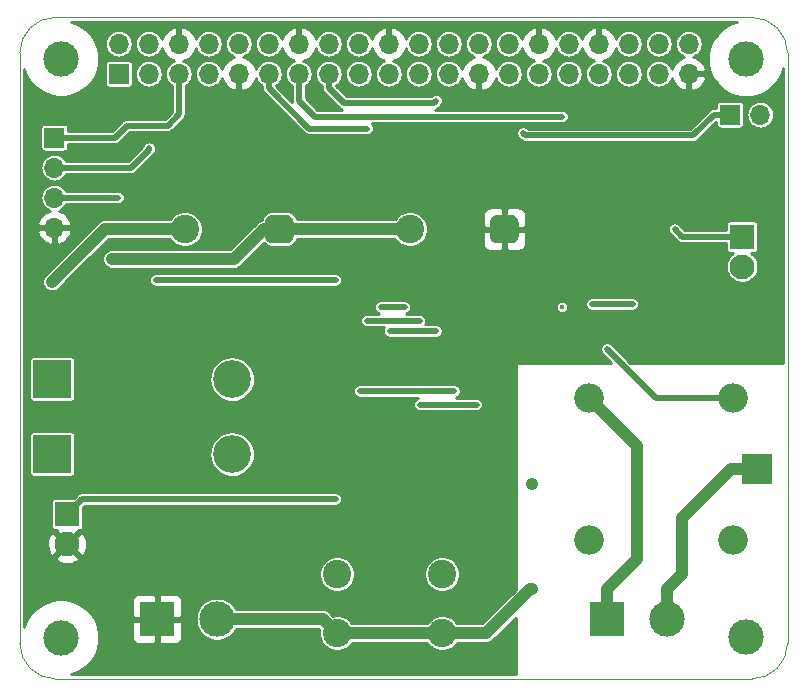
<source format=gbr>
%TF.GenerationSoftware,KiCad,Pcbnew,5.1.4-e60b266~84~ubuntu18.04.1*%
%TF.CreationDate,2019-11-04T19:33:46+01:00*%
%TF.ProjectId,FHSHat,46485348-6174-42e6-9b69-6361645f7063,rev?*%
%TF.SameCoordinates,Original*%
%TF.FileFunction,Copper,L2,Bot*%
%TF.FilePolarity,Positive*%
%FSLAX46Y46*%
G04 Gerber Fmt 4.6, Leading zero omitted, Abs format (unit mm)*
G04 Created by KiCad (PCBNEW 5.1.4-e60b266~84~ubuntu18.04.1) date 2019-11-04 19:33:46*
%MOMM*%
%LPD*%
G04 APERTURE LIST*
%ADD10C,0.100000*%
%ADD11O,2.500000X2.500000*%
%ADD12R,2.500000X2.500000*%
%ADD13C,0.150000*%
%ADD14C,2.400000*%
%ADD15O,1.700000X1.700000*%
%ADD16R,1.700000X1.700000*%
%ADD17C,3.000000*%
%ADD18C,2.100000*%
%ADD19R,2.100000X2.100000*%
%ADD20O,3.200000X3.200000*%
%ADD21R,3.200000X3.200000*%
%ADD22R,3.000000X3.000000*%
%ADD23C,0.400000*%
%ADD24C,0.800000*%
%ADD25C,1.000000*%
%ADD26C,0.500000*%
%ADD27C,0.250000*%
%ADD28C,0.254000*%
G04 APERTURE END LIST*
D10*
X78546356Y-63817611D02*
X78546356Y-113817611D01*
X78546356Y-63817611D02*
G75*
G02X81546356Y-60817611I3000000J0D01*
G01*
X140546356Y-60817611D02*
X81546356Y-60817611D01*
X140546356Y-60817611D02*
G75*
G02X143546356Y-63817611I0J-3000000D01*
G01*
X143546356Y-113817611D02*
X143546356Y-63817611D01*
X81546356Y-116817611D02*
G75*
G02X78546356Y-113817611I0J3000000D01*
G01*
X81546356Y-116817611D02*
X140546356Y-116817611D01*
X143546351Y-113822847D02*
G75*
G02X140546356Y-116817611I-2999995J5236D01*
G01*
D11*
X138970000Y-105060000D03*
X126770000Y-105060000D03*
X126770000Y-93060000D03*
X138970000Y-93060000D03*
D12*
X140970000Y-99060000D03*
D13*
G36*
X120228810Y-77542889D02*
G01*
X120287054Y-77551529D01*
X120344171Y-77565836D01*
X120399610Y-77585672D01*
X120452838Y-77610847D01*
X120503342Y-77641118D01*
X120550636Y-77676194D01*
X120594264Y-77715736D01*
X120633806Y-77759364D01*
X120668882Y-77806658D01*
X120699153Y-77857162D01*
X120724328Y-77910390D01*
X120744164Y-77965829D01*
X120758471Y-78022946D01*
X120767111Y-78081190D01*
X120770000Y-78140000D01*
X120770000Y-79340000D01*
X120767111Y-79398810D01*
X120758471Y-79457054D01*
X120744164Y-79514171D01*
X120724328Y-79569610D01*
X120699153Y-79622838D01*
X120668882Y-79673342D01*
X120633806Y-79720636D01*
X120594264Y-79764264D01*
X120550636Y-79803806D01*
X120503342Y-79838882D01*
X120452838Y-79869153D01*
X120399610Y-79894328D01*
X120344171Y-79914164D01*
X120287054Y-79928471D01*
X120228810Y-79937111D01*
X120170000Y-79940000D01*
X118970000Y-79940000D01*
X118911190Y-79937111D01*
X118852946Y-79928471D01*
X118795829Y-79914164D01*
X118740390Y-79894328D01*
X118687162Y-79869153D01*
X118636658Y-79838882D01*
X118589364Y-79803806D01*
X118545736Y-79764264D01*
X118506194Y-79720636D01*
X118471118Y-79673342D01*
X118440847Y-79622838D01*
X118415672Y-79569610D01*
X118395836Y-79514171D01*
X118381529Y-79457054D01*
X118372889Y-79398810D01*
X118370000Y-79340000D01*
X118370000Y-78140000D01*
X118372889Y-78081190D01*
X118381529Y-78022946D01*
X118395836Y-77965829D01*
X118415672Y-77910390D01*
X118440847Y-77857162D01*
X118471118Y-77806658D01*
X118506194Y-77759364D01*
X118545736Y-77715736D01*
X118589364Y-77676194D01*
X118636658Y-77641118D01*
X118687162Y-77610847D01*
X118740390Y-77585672D01*
X118795829Y-77565836D01*
X118852946Y-77551529D01*
X118911190Y-77542889D01*
X118970000Y-77540000D01*
X120170000Y-77540000D01*
X120228810Y-77542889D01*
X120228810Y-77542889D01*
G37*
D14*
X119570000Y-78740000D03*
X111570000Y-78740000D03*
D13*
G36*
X101178810Y-77542889D02*
G01*
X101237054Y-77551529D01*
X101294171Y-77565836D01*
X101349610Y-77585672D01*
X101402838Y-77610847D01*
X101453342Y-77641118D01*
X101500636Y-77676194D01*
X101544264Y-77715736D01*
X101583806Y-77759364D01*
X101618882Y-77806658D01*
X101649153Y-77857162D01*
X101674328Y-77910390D01*
X101694164Y-77965829D01*
X101708471Y-78022946D01*
X101717111Y-78081190D01*
X101720000Y-78140000D01*
X101720000Y-79340000D01*
X101717111Y-79398810D01*
X101708471Y-79457054D01*
X101694164Y-79514171D01*
X101674328Y-79569610D01*
X101649153Y-79622838D01*
X101618882Y-79673342D01*
X101583806Y-79720636D01*
X101544264Y-79764264D01*
X101500636Y-79803806D01*
X101453342Y-79838882D01*
X101402838Y-79869153D01*
X101349610Y-79894328D01*
X101294171Y-79914164D01*
X101237054Y-79928471D01*
X101178810Y-79937111D01*
X101120000Y-79940000D01*
X99920000Y-79940000D01*
X99861190Y-79937111D01*
X99802946Y-79928471D01*
X99745829Y-79914164D01*
X99690390Y-79894328D01*
X99637162Y-79869153D01*
X99586658Y-79838882D01*
X99539364Y-79803806D01*
X99495736Y-79764264D01*
X99456194Y-79720636D01*
X99421118Y-79673342D01*
X99390847Y-79622838D01*
X99365672Y-79569610D01*
X99345836Y-79514171D01*
X99331529Y-79457054D01*
X99322889Y-79398810D01*
X99320000Y-79340000D01*
X99320000Y-78140000D01*
X99322889Y-78081190D01*
X99331529Y-78022946D01*
X99345836Y-77965829D01*
X99365672Y-77910390D01*
X99390847Y-77857162D01*
X99421118Y-77806658D01*
X99456194Y-77759364D01*
X99495736Y-77715736D01*
X99539364Y-77676194D01*
X99586658Y-77641118D01*
X99637162Y-77610847D01*
X99690390Y-77585672D01*
X99745829Y-77565836D01*
X99802946Y-77551529D01*
X99861190Y-77542889D01*
X99920000Y-77540000D01*
X101120000Y-77540000D01*
X101178810Y-77542889D01*
X101178810Y-77542889D01*
G37*
D14*
X100520000Y-78740000D03*
X92520000Y-78740000D03*
D15*
X135180000Y-63050000D03*
X135180000Y-65590000D03*
X132640000Y-63050000D03*
X132640000Y-65590000D03*
X130100000Y-63050000D03*
X130100000Y-65590000D03*
X127560000Y-63050000D03*
X127560000Y-65590000D03*
X125020000Y-63050000D03*
X125020000Y-65590000D03*
X122480000Y-63050000D03*
X122480000Y-65590000D03*
X119940000Y-63050000D03*
X119940000Y-65590000D03*
X117400000Y-63050000D03*
X117400000Y-65590000D03*
X114860000Y-63050000D03*
X114860000Y-65590000D03*
X112320000Y-63050000D03*
X112320000Y-65590000D03*
X109780000Y-63050000D03*
X109780000Y-65590000D03*
X107240000Y-63050000D03*
X107240000Y-65590000D03*
X104700000Y-63050000D03*
X104700000Y-65590000D03*
X102160000Y-63050000D03*
X102160000Y-65590000D03*
X99620000Y-63050000D03*
X99620000Y-65590000D03*
X97080000Y-63050000D03*
X97080000Y-65590000D03*
X94540000Y-63050000D03*
X94540000Y-65590000D03*
X92000000Y-63050000D03*
X92000000Y-65590000D03*
X89460000Y-63050000D03*
X89460000Y-65590000D03*
X86920000Y-63050000D03*
D16*
X86920000Y-65590000D03*
D17*
X82040000Y-64310000D03*
X140040000Y-64330000D03*
X82040000Y-113320000D03*
X140030000Y-113310000D03*
D18*
X139700000Y-81915000D03*
D19*
X139700000Y-79375000D03*
D18*
X82550000Y-105410000D03*
D19*
X82550000Y-102870000D03*
D20*
X96520000Y-97790000D03*
D21*
X81280000Y-97790000D03*
X81280000Y-91440000D03*
D20*
X96520000Y-91440000D03*
D17*
X95250000Y-111760000D03*
D22*
X90170000Y-111760000D03*
X128270000Y-111760000D03*
D17*
X133350000Y-111760000D03*
D14*
X105410000Y-112950000D03*
X105410000Y-107950000D03*
X114300000Y-107950000D03*
X114300000Y-112950000D03*
D16*
X138700000Y-69050000D03*
D15*
X141240000Y-69050000D03*
D16*
X81470500Y-70993000D03*
D15*
X81470500Y-73533000D03*
X81470500Y-76073000D03*
X81470500Y-78613000D03*
D23*
X86360000Y-81280000D03*
X81280000Y-83185000D03*
X105283000Y-101600000D03*
X85725000Y-78740000D03*
X128270000Y-88900000D03*
D24*
X121920000Y-100330000D03*
D23*
X121920000Y-100330000D03*
X121760000Y-109220000D03*
X133985000Y-78740000D03*
X124460000Y-69215000D03*
X124460000Y-85335000D03*
X127000000Y-85090000D03*
X130430000Y-85090000D03*
X86868000Y-76073000D03*
X90043000Y-83058000D03*
X105283000Y-83058000D03*
X89471500Y-71833500D03*
X117221000Y-93599000D03*
X112395000Y-93599000D03*
X107950000Y-86487000D03*
X112395000Y-86487000D03*
X107950000Y-70231000D03*
X109093000Y-85344000D03*
X111125000Y-85344000D03*
X115316000Y-92456000D03*
X107315000Y-92456000D03*
X121158000Y-70612000D03*
X113792000Y-87376000D03*
X109855000Y-87376000D03*
X113792000Y-67860081D03*
D25*
X100520000Y-78740000D02*
X111570000Y-78740000D01*
X99220000Y-78740000D02*
X96680000Y-81280000D01*
X100520000Y-78740000D02*
X99220000Y-78740000D01*
X96680000Y-81280000D02*
X86360000Y-81280000D01*
X92520000Y-78740000D02*
X85725000Y-78740000D01*
X85725000Y-78740000D02*
X81280000Y-83185000D01*
D26*
X83820000Y-101600000D02*
X82550000Y-102870000D01*
X105283000Y-101600000D02*
X83820000Y-101600000D01*
X132430000Y-93060000D02*
X138970000Y-93060000D01*
X130810000Y-91440000D02*
X132430000Y-93060000D01*
X130810000Y-91440000D02*
X128270000Y-88900000D01*
D25*
X121920000Y-100330000D02*
X121920000Y-100330000D01*
X104220000Y-111760000D02*
X105410000Y-112950000D01*
X95250000Y-111760000D02*
X104220000Y-111760000D01*
X105410000Y-112950000D02*
X114300000Y-112950000D01*
X114300000Y-112950000D02*
X118030000Y-112950000D01*
X121760000Y-109220000D02*
X118030000Y-112950000D01*
X121920000Y-109220000D02*
X121760000Y-109220000D01*
D26*
X134620000Y-79375000D02*
X139700000Y-79375000D01*
X133985000Y-78740000D02*
X134620000Y-79375000D01*
X102160000Y-65590000D02*
X102160000Y-67870000D01*
X102160000Y-67870000D02*
X102870000Y-68580000D01*
X102870000Y-68580000D02*
X103505000Y-69215000D01*
X103505000Y-69215000D02*
X124460000Y-69215000D01*
X127000000Y-85090000D02*
X130430000Y-85090000D01*
X86868000Y-76073000D02*
X81470500Y-76073000D01*
X90043000Y-83058000D02*
X90325842Y-83058000D01*
X90325842Y-83058000D02*
X105283000Y-83058000D01*
X81470500Y-73533000D02*
X87947500Y-73533000D01*
X89471500Y-72009000D02*
X89471500Y-71883510D01*
X87947500Y-73533000D02*
X89471500Y-72009000D01*
X81661000Y-71183500D02*
X81470500Y-70993000D01*
X87613000Y-69977000D02*
X91059000Y-69977000D01*
X91059000Y-69977000D02*
X92000000Y-69036000D01*
X81470500Y-70993000D02*
X86597000Y-70993000D01*
X92000000Y-69036000D02*
X92000000Y-65590000D01*
X86597000Y-70993000D02*
X87613000Y-69977000D01*
D25*
X126770000Y-93060000D02*
X130810000Y-97100000D01*
X130810000Y-97100000D02*
X130810000Y-106680000D01*
X128270000Y-109220000D02*
X128270000Y-111760000D01*
X130810000Y-106680000D02*
X128270000Y-109220000D01*
X138720000Y-99060000D02*
X134620000Y-103160000D01*
X140970000Y-99060000D02*
X138720000Y-99060000D01*
X133350000Y-111760000D02*
X133350000Y-109220000D01*
X134620000Y-107950000D02*
X134620000Y-103160000D01*
X133350000Y-109220000D02*
X134620000Y-107950000D01*
D26*
X117221000Y-93599000D02*
X112395000Y-93599000D01*
X107950000Y-86487000D02*
X112395000Y-86487000D01*
X103058919Y-70231000D02*
X107950000Y-70231000D01*
X99620000Y-66792081D02*
X103058919Y-70231000D01*
X99620000Y-65590000D02*
X99620000Y-66792081D01*
X109093000Y-85344000D02*
X111125000Y-85344000D01*
D27*
X119940000Y-66060000D02*
X119940000Y-65590000D01*
D26*
X115316000Y-92456000D02*
X107315000Y-92456000D01*
X138700000Y-69050000D02*
X137325000Y-69050000D01*
X121357999Y-70811999D02*
X135563001Y-70811999D01*
X135563001Y-70811999D02*
X137325000Y-69050000D01*
X121158000Y-70612000D02*
X121357999Y-70811999D01*
X113792000Y-87376000D02*
X109855000Y-87376000D01*
X104700000Y-66792081D02*
X105979919Y-68072000D01*
X104700000Y-65590000D02*
X104700000Y-66792081D01*
X113580081Y-68072000D02*
X113792000Y-67860081D01*
X105979919Y-68072000D02*
X113580081Y-68072000D01*
D28*
G36*
X139098719Y-61227012D02*
G01*
X138511442Y-61470270D01*
X137982907Y-61823425D01*
X137533425Y-62272907D01*
X137180270Y-62801442D01*
X136937012Y-63388719D01*
X136813000Y-64012168D01*
X136813000Y-64647832D01*
X136937012Y-65271281D01*
X137180270Y-65858558D01*
X137533425Y-66387093D01*
X137982907Y-66836575D01*
X138511442Y-67189730D01*
X139098719Y-67432988D01*
X139722168Y-67557000D01*
X140357832Y-67557000D01*
X140981281Y-67432988D01*
X141568558Y-67189730D01*
X142097093Y-66836575D01*
X142546575Y-66387093D01*
X142899730Y-65858558D01*
X143142988Y-65271281D01*
X143169357Y-65138716D01*
X143169356Y-90043000D01*
X130229001Y-90043000D01*
X128657964Y-88471963D01*
X128592114Y-88417922D01*
X128491876Y-88364344D01*
X128383111Y-88331349D01*
X128270000Y-88320210D01*
X128156889Y-88331349D01*
X128048124Y-88364344D01*
X127947886Y-88417922D01*
X127860026Y-88490026D01*
X127787922Y-88577886D01*
X127734344Y-88678124D01*
X127701349Y-88786889D01*
X127690210Y-88900000D01*
X127701349Y-89013111D01*
X127734344Y-89121876D01*
X127787922Y-89222114D01*
X127841963Y-89287964D01*
X128596999Y-90043000D01*
X120650000Y-90043000D01*
X120625224Y-90045440D01*
X120601399Y-90052667D01*
X120579443Y-90064403D01*
X120560197Y-90080197D01*
X120544403Y-90099443D01*
X120532667Y-90121399D01*
X120525440Y-90145224D01*
X120523000Y-90170000D01*
X120523000Y-109287445D01*
X117687447Y-112123000D01*
X115583924Y-112123000D01*
X115486099Y-111976594D01*
X115273406Y-111763901D01*
X115023306Y-111596790D01*
X114745410Y-111481681D01*
X114450396Y-111423000D01*
X114149604Y-111423000D01*
X113854590Y-111481681D01*
X113576694Y-111596790D01*
X113326594Y-111763901D01*
X113113901Y-111976594D01*
X113016076Y-112123000D01*
X106693924Y-112123000D01*
X106596099Y-111976594D01*
X106383406Y-111763901D01*
X106133306Y-111596790D01*
X105855410Y-111481681D01*
X105560396Y-111423000D01*
X105259604Y-111423000D01*
X105086905Y-111457351D01*
X104833505Y-111203952D01*
X104807606Y-111172394D01*
X104681679Y-111069048D01*
X104538010Y-110992255D01*
X104382120Y-110944966D01*
X104260624Y-110933000D01*
X104260614Y-110933000D01*
X104220000Y-110929000D01*
X104179386Y-110933000D01*
X96884976Y-110933000D01*
X96869066Y-110894591D01*
X96669124Y-110595355D01*
X96414645Y-110340876D01*
X96115409Y-110140934D01*
X95782916Y-110003211D01*
X95429944Y-109933000D01*
X95070056Y-109933000D01*
X94717084Y-110003211D01*
X94384591Y-110140934D01*
X94085355Y-110340876D01*
X93830876Y-110595355D01*
X93630934Y-110894591D01*
X93493211Y-111227084D01*
X93423000Y-111580056D01*
X93423000Y-111939944D01*
X93493211Y-112292916D01*
X93630934Y-112625409D01*
X93830876Y-112924645D01*
X94085355Y-113179124D01*
X94384591Y-113379066D01*
X94717084Y-113516789D01*
X95070056Y-113587000D01*
X95429944Y-113587000D01*
X95782916Y-113516789D01*
X96115409Y-113379066D01*
X96414645Y-113179124D01*
X96669124Y-112924645D01*
X96869066Y-112625409D01*
X96884976Y-112587000D01*
X103877447Y-112587000D01*
X103917351Y-112626905D01*
X103883000Y-112799604D01*
X103883000Y-113100396D01*
X103941681Y-113395410D01*
X104056790Y-113673306D01*
X104223901Y-113923406D01*
X104436594Y-114136099D01*
X104686694Y-114303210D01*
X104964590Y-114418319D01*
X105259604Y-114477000D01*
X105560396Y-114477000D01*
X105855410Y-114418319D01*
X106133306Y-114303210D01*
X106383406Y-114136099D01*
X106596099Y-113923406D01*
X106693924Y-113777000D01*
X113016076Y-113777000D01*
X113113901Y-113923406D01*
X113326594Y-114136099D01*
X113576694Y-114303210D01*
X113854590Y-114418319D01*
X114149604Y-114477000D01*
X114450396Y-114477000D01*
X114745410Y-114418319D01*
X115023306Y-114303210D01*
X115273406Y-114136099D01*
X115486099Y-113923406D01*
X115583924Y-113777000D01*
X117989386Y-113777000D01*
X118030000Y-113781000D01*
X118070614Y-113777000D01*
X118070624Y-113777000D01*
X118192120Y-113765034D01*
X118348010Y-113717745D01*
X118491679Y-113640952D01*
X118617606Y-113537606D01*
X118643505Y-113506048D01*
X120523000Y-111626554D01*
X120523000Y-116440611D01*
X82892684Y-116440611D01*
X82981281Y-116422988D01*
X83568558Y-116179730D01*
X84097093Y-115826575D01*
X84546575Y-115377093D01*
X84899730Y-114848558D01*
X85142988Y-114261281D01*
X85267000Y-113637832D01*
X85267000Y-113260000D01*
X88031928Y-113260000D01*
X88044188Y-113384482D01*
X88080498Y-113504180D01*
X88139463Y-113614494D01*
X88218815Y-113711185D01*
X88315506Y-113790537D01*
X88425820Y-113849502D01*
X88545518Y-113885812D01*
X88670000Y-113898072D01*
X89884250Y-113895000D01*
X90043000Y-113736250D01*
X90043000Y-111887000D01*
X90297000Y-111887000D01*
X90297000Y-113736250D01*
X90455750Y-113895000D01*
X91670000Y-113898072D01*
X91794482Y-113885812D01*
X91914180Y-113849502D01*
X92024494Y-113790537D01*
X92121185Y-113711185D01*
X92200537Y-113614494D01*
X92259502Y-113504180D01*
X92295812Y-113384482D01*
X92308072Y-113260000D01*
X92305000Y-112045750D01*
X92146250Y-111887000D01*
X90297000Y-111887000D01*
X90043000Y-111887000D01*
X88193750Y-111887000D01*
X88035000Y-112045750D01*
X88031928Y-113260000D01*
X85267000Y-113260000D01*
X85267000Y-113002168D01*
X85142988Y-112378719D01*
X84899730Y-111791442D01*
X84546575Y-111262907D01*
X84097093Y-110813425D01*
X83568558Y-110460270D01*
X83085064Y-110260000D01*
X88031928Y-110260000D01*
X88035000Y-111474250D01*
X88193750Y-111633000D01*
X90043000Y-111633000D01*
X90043000Y-109783750D01*
X90297000Y-109783750D01*
X90297000Y-111633000D01*
X92146250Y-111633000D01*
X92305000Y-111474250D01*
X92308072Y-110260000D01*
X92295812Y-110135518D01*
X92259502Y-110015820D01*
X92200537Y-109905506D01*
X92121185Y-109808815D01*
X92024494Y-109729463D01*
X91914180Y-109670498D01*
X91794482Y-109634188D01*
X91670000Y-109621928D01*
X90455750Y-109625000D01*
X90297000Y-109783750D01*
X90043000Y-109783750D01*
X89884250Y-109625000D01*
X88670000Y-109621928D01*
X88545518Y-109634188D01*
X88425820Y-109670498D01*
X88315506Y-109729463D01*
X88218815Y-109808815D01*
X88139463Y-109905506D01*
X88080498Y-110015820D01*
X88044188Y-110135518D01*
X88031928Y-110260000D01*
X83085064Y-110260000D01*
X82981281Y-110217012D01*
X82357832Y-110093000D01*
X81722168Y-110093000D01*
X81098719Y-110217012D01*
X80511442Y-110460270D01*
X79982907Y-110813425D01*
X79533425Y-111262907D01*
X79180270Y-111791442D01*
X78937012Y-112378719D01*
X78923356Y-112447372D01*
X78923356Y-107799604D01*
X103883000Y-107799604D01*
X103883000Y-108100396D01*
X103941681Y-108395410D01*
X104056790Y-108673306D01*
X104223901Y-108923406D01*
X104436594Y-109136099D01*
X104686694Y-109303210D01*
X104964590Y-109418319D01*
X105259604Y-109477000D01*
X105560396Y-109477000D01*
X105855410Y-109418319D01*
X106133306Y-109303210D01*
X106383406Y-109136099D01*
X106596099Y-108923406D01*
X106763210Y-108673306D01*
X106878319Y-108395410D01*
X106937000Y-108100396D01*
X106937000Y-107799604D01*
X112773000Y-107799604D01*
X112773000Y-108100396D01*
X112831681Y-108395410D01*
X112946790Y-108673306D01*
X113113901Y-108923406D01*
X113326594Y-109136099D01*
X113576694Y-109303210D01*
X113854590Y-109418319D01*
X114149604Y-109477000D01*
X114450396Y-109477000D01*
X114745410Y-109418319D01*
X115023306Y-109303210D01*
X115273406Y-109136099D01*
X115486099Y-108923406D01*
X115653210Y-108673306D01*
X115768319Y-108395410D01*
X115827000Y-108100396D01*
X115827000Y-107799604D01*
X115768319Y-107504590D01*
X115653210Y-107226694D01*
X115486099Y-106976594D01*
X115273406Y-106763901D01*
X115023306Y-106596790D01*
X114745410Y-106481681D01*
X114450396Y-106423000D01*
X114149604Y-106423000D01*
X113854590Y-106481681D01*
X113576694Y-106596790D01*
X113326594Y-106763901D01*
X113113901Y-106976594D01*
X112946790Y-107226694D01*
X112831681Y-107504590D01*
X112773000Y-107799604D01*
X106937000Y-107799604D01*
X106878319Y-107504590D01*
X106763210Y-107226694D01*
X106596099Y-106976594D01*
X106383406Y-106763901D01*
X106133306Y-106596790D01*
X105855410Y-106481681D01*
X105560396Y-106423000D01*
X105259604Y-106423000D01*
X104964590Y-106481681D01*
X104686694Y-106596790D01*
X104436594Y-106763901D01*
X104223901Y-106976594D01*
X104056790Y-107226694D01*
X103941681Y-107504590D01*
X103883000Y-107799604D01*
X78923356Y-107799604D01*
X78923356Y-106581066D01*
X81558539Y-106581066D01*
X81660339Y-106850579D01*
X81958477Y-106996463D01*
X82279346Y-107081380D01*
X82610617Y-107102066D01*
X82939557Y-107057728D01*
X83253527Y-106950069D01*
X83439661Y-106850579D01*
X83541461Y-106581066D01*
X82550000Y-105589605D01*
X81558539Y-106581066D01*
X78923356Y-106581066D01*
X78923356Y-105470617D01*
X80857934Y-105470617D01*
X80902272Y-105799557D01*
X81009931Y-106113527D01*
X81109421Y-106299661D01*
X81378934Y-106401461D01*
X82370395Y-105410000D01*
X82729605Y-105410000D01*
X83721066Y-106401461D01*
X83990579Y-106299661D01*
X84136463Y-106001523D01*
X84221380Y-105680654D01*
X84242066Y-105349383D01*
X84197728Y-105020443D01*
X84090069Y-104706473D01*
X83990579Y-104520339D01*
X83721066Y-104418539D01*
X82729605Y-105410000D01*
X82370395Y-105410000D01*
X81378934Y-104418539D01*
X81109421Y-104520339D01*
X80963537Y-104818477D01*
X80878620Y-105139346D01*
X80857934Y-105470617D01*
X78923356Y-105470617D01*
X78923356Y-101820000D01*
X81171418Y-101820000D01*
X81171418Y-103920000D01*
X81177732Y-103984103D01*
X81196430Y-104045743D01*
X81226794Y-104102550D01*
X81267657Y-104152343D01*
X81317450Y-104193206D01*
X81374257Y-104223570D01*
X81435897Y-104242268D01*
X81500000Y-104248582D01*
X81568187Y-104248582D01*
X82550000Y-105230395D01*
X83531813Y-104248582D01*
X83600000Y-104248582D01*
X83664103Y-104242268D01*
X83725743Y-104223570D01*
X83782550Y-104193206D01*
X83832343Y-104152343D01*
X83873206Y-104102550D01*
X83903570Y-104045743D01*
X83922268Y-103984103D01*
X83928582Y-103920000D01*
X83928582Y-102307420D01*
X84059002Y-102177000D01*
X105311336Y-102177000D01*
X105396112Y-102168650D01*
X105504876Y-102135657D01*
X105605115Y-102082079D01*
X105692974Y-102009974D01*
X105765079Y-101922115D01*
X105818657Y-101821876D01*
X105851650Y-101713112D01*
X105862791Y-101600000D01*
X105851650Y-101486888D01*
X105818657Y-101378124D01*
X105765079Y-101277885D01*
X105692974Y-101190026D01*
X105605115Y-101117921D01*
X105504876Y-101064343D01*
X105396112Y-101031350D01*
X105311336Y-101023000D01*
X83848328Y-101023000D01*
X83819999Y-101020210D01*
X83791670Y-101023000D01*
X83791664Y-101023000D01*
X83706888Y-101031350D01*
X83598124Y-101064343D01*
X83497885Y-101117921D01*
X83451980Y-101155595D01*
X83432035Y-101171963D01*
X83432033Y-101171965D01*
X83410026Y-101190026D01*
X83391965Y-101212033D01*
X83112580Y-101491418D01*
X81500000Y-101491418D01*
X81435897Y-101497732D01*
X81374257Y-101516430D01*
X81317450Y-101546794D01*
X81267657Y-101587657D01*
X81226794Y-101637450D01*
X81196430Y-101694257D01*
X81177732Y-101755897D01*
X81171418Y-101820000D01*
X78923356Y-101820000D01*
X78923356Y-96190000D01*
X79351418Y-96190000D01*
X79351418Y-99390000D01*
X79357732Y-99454103D01*
X79376430Y-99515743D01*
X79406794Y-99572550D01*
X79447657Y-99622343D01*
X79497450Y-99663206D01*
X79554257Y-99693570D01*
X79615897Y-99712268D01*
X79680000Y-99718582D01*
X82880000Y-99718582D01*
X82944103Y-99712268D01*
X83005743Y-99693570D01*
X83062550Y-99663206D01*
X83112343Y-99622343D01*
X83153206Y-99572550D01*
X83183570Y-99515743D01*
X83202268Y-99454103D01*
X83208582Y-99390000D01*
X83208582Y-97790000D01*
X94583677Y-97790000D01*
X94620883Y-98167758D01*
X94731071Y-98530999D01*
X94910006Y-98865763D01*
X95150813Y-99159187D01*
X95444237Y-99399994D01*
X95779001Y-99578929D01*
X96142242Y-99689117D01*
X96425342Y-99717000D01*
X96614658Y-99717000D01*
X96897758Y-99689117D01*
X97260999Y-99578929D01*
X97595763Y-99399994D01*
X97889187Y-99159187D01*
X98129994Y-98865763D01*
X98308929Y-98530999D01*
X98419117Y-98167758D01*
X98456323Y-97790000D01*
X98419117Y-97412242D01*
X98308929Y-97049001D01*
X98129994Y-96714237D01*
X97889187Y-96420813D01*
X97595763Y-96180006D01*
X97260999Y-96001071D01*
X96897758Y-95890883D01*
X96614658Y-95863000D01*
X96425342Y-95863000D01*
X96142242Y-95890883D01*
X95779001Y-96001071D01*
X95444237Y-96180006D01*
X95150813Y-96420813D01*
X94910006Y-96714237D01*
X94731071Y-97049001D01*
X94620883Y-97412242D01*
X94583677Y-97790000D01*
X83208582Y-97790000D01*
X83208582Y-96190000D01*
X83202268Y-96125897D01*
X83183570Y-96064257D01*
X83153206Y-96007450D01*
X83112343Y-95957657D01*
X83062550Y-95916794D01*
X83005743Y-95886430D01*
X82944103Y-95867732D01*
X82880000Y-95861418D01*
X79680000Y-95861418D01*
X79615897Y-95867732D01*
X79554257Y-95886430D01*
X79497450Y-95916794D01*
X79447657Y-95957657D01*
X79406794Y-96007450D01*
X79376430Y-96064257D01*
X79357732Y-96125897D01*
X79351418Y-96190000D01*
X78923356Y-96190000D01*
X78923356Y-89840000D01*
X79351418Y-89840000D01*
X79351418Y-93040000D01*
X79357732Y-93104103D01*
X79376430Y-93165743D01*
X79406794Y-93222550D01*
X79447657Y-93272343D01*
X79497450Y-93313206D01*
X79554257Y-93343570D01*
X79615897Y-93362268D01*
X79680000Y-93368582D01*
X82880000Y-93368582D01*
X82944103Y-93362268D01*
X83005743Y-93343570D01*
X83062550Y-93313206D01*
X83112343Y-93272343D01*
X83153206Y-93222550D01*
X83183570Y-93165743D01*
X83202268Y-93104103D01*
X83208582Y-93040000D01*
X83208582Y-91440000D01*
X94583677Y-91440000D01*
X94620883Y-91817758D01*
X94731071Y-92180999D01*
X94910006Y-92515763D01*
X95150813Y-92809187D01*
X95444237Y-93049994D01*
X95779001Y-93228929D01*
X96142242Y-93339117D01*
X96425342Y-93367000D01*
X96614658Y-93367000D01*
X96897758Y-93339117D01*
X97260999Y-93228929D01*
X97595763Y-93049994D01*
X97889187Y-92809187D01*
X98129994Y-92515763D01*
X98161937Y-92456000D01*
X106735209Y-92456000D01*
X106746350Y-92569112D01*
X106779343Y-92677876D01*
X106832921Y-92778115D01*
X106905026Y-92865974D01*
X106992885Y-92938079D01*
X107093124Y-92991657D01*
X107201888Y-93024650D01*
X107286664Y-93033000D01*
X112273152Y-93033000D01*
X112173124Y-93063343D01*
X112072885Y-93116921D01*
X111985026Y-93189026D01*
X111912921Y-93276885D01*
X111859343Y-93377124D01*
X111826350Y-93485888D01*
X111815209Y-93599000D01*
X111826350Y-93712112D01*
X111859343Y-93820876D01*
X111912921Y-93921115D01*
X111985026Y-94008974D01*
X112072885Y-94081079D01*
X112173124Y-94134657D01*
X112281888Y-94167650D01*
X112366664Y-94176000D01*
X117249336Y-94176000D01*
X117334112Y-94167650D01*
X117442876Y-94134657D01*
X117543115Y-94081079D01*
X117630974Y-94008974D01*
X117703079Y-93921115D01*
X117756657Y-93820876D01*
X117789650Y-93712112D01*
X117800791Y-93599000D01*
X117789650Y-93485888D01*
X117756657Y-93377124D01*
X117703079Y-93276885D01*
X117630974Y-93189026D01*
X117543115Y-93116921D01*
X117442876Y-93063343D01*
X117334112Y-93030350D01*
X117249336Y-93022000D01*
X115437848Y-93022000D01*
X115537876Y-92991657D01*
X115638115Y-92938079D01*
X115725974Y-92865974D01*
X115798079Y-92778115D01*
X115851657Y-92677876D01*
X115884650Y-92569112D01*
X115895791Y-92456000D01*
X115884650Y-92342888D01*
X115851657Y-92234124D01*
X115798079Y-92133885D01*
X115725974Y-92046026D01*
X115638115Y-91973921D01*
X115537876Y-91920343D01*
X115429112Y-91887350D01*
X115344336Y-91879000D01*
X107286664Y-91879000D01*
X107201888Y-91887350D01*
X107093124Y-91920343D01*
X106992885Y-91973921D01*
X106905026Y-92046026D01*
X106832921Y-92133885D01*
X106779343Y-92234124D01*
X106746350Y-92342888D01*
X106735209Y-92456000D01*
X98161937Y-92456000D01*
X98308929Y-92180999D01*
X98419117Y-91817758D01*
X98456323Y-91440000D01*
X98419117Y-91062242D01*
X98308929Y-90699001D01*
X98129994Y-90364237D01*
X97889187Y-90070813D01*
X97595763Y-89830006D01*
X97260999Y-89651071D01*
X96897758Y-89540883D01*
X96614658Y-89513000D01*
X96425342Y-89513000D01*
X96142242Y-89540883D01*
X95779001Y-89651071D01*
X95444237Y-89830006D01*
X95150813Y-90070813D01*
X94910006Y-90364237D01*
X94731071Y-90699001D01*
X94620883Y-91062242D01*
X94583677Y-91440000D01*
X83208582Y-91440000D01*
X83208582Y-89840000D01*
X83202268Y-89775897D01*
X83183570Y-89714257D01*
X83153206Y-89657450D01*
X83112343Y-89607657D01*
X83062550Y-89566794D01*
X83005743Y-89536430D01*
X82944103Y-89517732D01*
X82880000Y-89511418D01*
X79680000Y-89511418D01*
X79615897Y-89517732D01*
X79554257Y-89536430D01*
X79497450Y-89566794D01*
X79447657Y-89607657D01*
X79406794Y-89657450D01*
X79376430Y-89714257D01*
X79357732Y-89775897D01*
X79351418Y-89840000D01*
X78923356Y-89840000D01*
X78923356Y-86487000D01*
X107370209Y-86487000D01*
X107381350Y-86600112D01*
X107414343Y-86708876D01*
X107467921Y-86809115D01*
X107540026Y-86896974D01*
X107627885Y-86969079D01*
X107728124Y-87022657D01*
X107836888Y-87055650D01*
X107921664Y-87064000D01*
X109367515Y-87064000D01*
X109319343Y-87154124D01*
X109286350Y-87262888D01*
X109275209Y-87376000D01*
X109286350Y-87489112D01*
X109319343Y-87597876D01*
X109372921Y-87698115D01*
X109445026Y-87785974D01*
X109532885Y-87858079D01*
X109633124Y-87911657D01*
X109741888Y-87944650D01*
X109826664Y-87953000D01*
X113820336Y-87953000D01*
X113905112Y-87944650D01*
X114013876Y-87911657D01*
X114114115Y-87858079D01*
X114201974Y-87785974D01*
X114274079Y-87698115D01*
X114327657Y-87597876D01*
X114360650Y-87489112D01*
X114371791Y-87376000D01*
X114360650Y-87262888D01*
X114327657Y-87154124D01*
X114274079Y-87053885D01*
X114201974Y-86966026D01*
X114114115Y-86893921D01*
X114013876Y-86840343D01*
X113905112Y-86807350D01*
X113820336Y-86799000D01*
X112882485Y-86799000D01*
X112930657Y-86708876D01*
X112963650Y-86600112D01*
X112974791Y-86487000D01*
X112963650Y-86373888D01*
X112930657Y-86265124D01*
X112877079Y-86164885D01*
X112804974Y-86077026D01*
X112717115Y-86004921D01*
X112616876Y-85951343D01*
X112508112Y-85918350D01*
X112423336Y-85910000D01*
X111246848Y-85910000D01*
X111346876Y-85879657D01*
X111447115Y-85826079D01*
X111534974Y-85753974D01*
X111607079Y-85666115D01*
X111660657Y-85565876D01*
X111693650Y-85457112D01*
X111704791Y-85344000D01*
X111698793Y-85283095D01*
X123933000Y-85283095D01*
X123933000Y-85386905D01*
X123953252Y-85488720D01*
X123992979Y-85584628D01*
X124050652Y-85670943D01*
X124124057Y-85744348D01*
X124210372Y-85802021D01*
X124306280Y-85841748D01*
X124408095Y-85862000D01*
X124511905Y-85862000D01*
X124613720Y-85841748D01*
X124709628Y-85802021D01*
X124795943Y-85744348D01*
X124869348Y-85670943D01*
X124927021Y-85584628D01*
X124966748Y-85488720D01*
X124987000Y-85386905D01*
X124987000Y-85283095D01*
X124966748Y-85181280D01*
X124928939Y-85090000D01*
X126420209Y-85090000D01*
X126431350Y-85203112D01*
X126464343Y-85311876D01*
X126517921Y-85412115D01*
X126590026Y-85499974D01*
X126677885Y-85572079D01*
X126778124Y-85625657D01*
X126886888Y-85658650D01*
X126971664Y-85667000D01*
X130458336Y-85667000D01*
X130543112Y-85658650D01*
X130651876Y-85625657D01*
X130752115Y-85572079D01*
X130839974Y-85499974D01*
X130912079Y-85412115D01*
X130965657Y-85311876D01*
X130998650Y-85203112D01*
X131009791Y-85090000D01*
X130998650Y-84976888D01*
X130965657Y-84868124D01*
X130912079Y-84767885D01*
X130839974Y-84680026D01*
X130752115Y-84607921D01*
X130651876Y-84554343D01*
X130543112Y-84521350D01*
X130458336Y-84513000D01*
X126971664Y-84513000D01*
X126886888Y-84521350D01*
X126778124Y-84554343D01*
X126677885Y-84607921D01*
X126590026Y-84680026D01*
X126517921Y-84767885D01*
X126464343Y-84868124D01*
X126431350Y-84976888D01*
X126420209Y-85090000D01*
X124928939Y-85090000D01*
X124927021Y-85085372D01*
X124869348Y-84999057D01*
X124795943Y-84925652D01*
X124709628Y-84867979D01*
X124613720Y-84828252D01*
X124511905Y-84808000D01*
X124408095Y-84808000D01*
X124306280Y-84828252D01*
X124210372Y-84867979D01*
X124124057Y-84925652D01*
X124050652Y-84999057D01*
X123992979Y-85085372D01*
X123953252Y-85181280D01*
X123933000Y-85283095D01*
X111698793Y-85283095D01*
X111693650Y-85230888D01*
X111660657Y-85122124D01*
X111607079Y-85021885D01*
X111534974Y-84934026D01*
X111447115Y-84861921D01*
X111346876Y-84808343D01*
X111238112Y-84775350D01*
X111153336Y-84767000D01*
X109064664Y-84767000D01*
X108979888Y-84775350D01*
X108871124Y-84808343D01*
X108770885Y-84861921D01*
X108683026Y-84934026D01*
X108610921Y-85021885D01*
X108557343Y-85122124D01*
X108524350Y-85230888D01*
X108513209Y-85344000D01*
X108524350Y-85457112D01*
X108557343Y-85565876D01*
X108610921Y-85666115D01*
X108683026Y-85753974D01*
X108770885Y-85826079D01*
X108871124Y-85879657D01*
X108971152Y-85910000D01*
X107921664Y-85910000D01*
X107836888Y-85918350D01*
X107728124Y-85951343D01*
X107627885Y-86004921D01*
X107540026Y-86077026D01*
X107467921Y-86164885D01*
X107414343Y-86265124D01*
X107381350Y-86373888D01*
X107370209Y-86487000D01*
X78923356Y-86487000D01*
X78923356Y-83185000D01*
X80449000Y-83185000D01*
X80464967Y-83347120D01*
X80512256Y-83503010D01*
X80589048Y-83646679D01*
X80692394Y-83772606D01*
X80818321Y-83875952D01*
X80961990Y-83952744D01*
X81117880Y-84000033D01*
X81280000Y-84016000D01*
X81442120Y-84000033D01*
X81598010Y-83952744D01*
X81741679Y-83875952D01*
X81836051Y-83798502D01*
X82576553Y-83058000D01*
X89463209Y-83058000D01*
X89474350Y-83171112D01*
X89507343Y-83279876D01*
X89560921Y-83380115D01*
X89633026Y-83467974D01*
X89720885Y-83540079D01*
X89821124Y-83593657D01*
X89929888Y-83626650D01*
X90014664Y-83635000D01*
X105311336Y-83635000D01*
X105396112Y-83626650D01*
X105504876Y-83593657D01*
X105605115Y-83540079D01*
X105692974Y-83467974D01*
X105765079Y-83380115D01*
X105818657Y-83279876D01*
X105851650Y-83171112D01*
X105862791Y-83058000D01*
X105851650Y-82944888D01*
X105818657Y-82836124D01*
X105765079Y-82735885D01*
X105692974Y-82648026D01*
X105605115Y-82575921D01*
X105504876Y-82522343D01*
X105396112Y-82489350D01*
X105311336Y-82481000D01*
X90014664Y-82481000D01*
X89929888Y-82489350D01*
X89821124Y-82522343D01*
X89720885Y-82575921D01*
X89633026Y-82648026D01*
X89560921Y-82735885D01*
X89507343Y-82836124D01*
X89474350Y-82944888D01*
X89463209Y-83058000D01*
X82576553Y-83058000D01*
X84354554Y-81280000D01*
X85528999Y-81280000D01*
X85544966Y-81442120D01*
X85592255Y-81598010D01*
X85669048Y-81741679D01*
X85772394Y-81867606D01*
X85898321Y-81970952D01*
X86041990Y-82047745D01*
X86197880Y-82095034D01*
X86319376Y-82107000D01*
X96639386Y-82107000D01*
X96680000Y-82111000D01*
X96720614Y-82107000D01*
X96720624Y-82107000D01*
X96842120Y-82095034D01*
X96998010Y-82047745D01*
X97141679Y-81970952D01*
X97267606Y-81867606D01*
X97293505Y-81836048D01*
X99204594Y-79924960D01*
X99263393Y-79996607D01*
X99404107Y-80112088D01*
X99564647Y-80197898D01*
X99738843Y-80250740D01*
X99920000Y-80268582D01*
X101120000Y-80268582D01*
X101301157Y-80250740D01*
X101475353Y-80197898D01*
X101635893Y-80112088D01*
X101776607Y-79996607D01*
X101892088Y-79855893D01*
X101977898Y-79695353D01*
X102016834Y-79567000D01*
X110286076Y-79567000D01*
X110383901Y-79713406D01*
X110596594Y-79926099D01*
X110846694Y-80093210D01*
X111124590Y-80208319D01*
X111419604Y-80267000D01*
X111720396Y-80267000D01*
X112015410Y-80208319D01*
X112293306Y-80093210D01*
X112522601Y-79940000D01*
X117731928Y-79940000D01*
X117744188Y-80064482D01*
X117780498Y-80184180D01*
X117839463Y-80294494D01*
X117918815Y-80391185D01*
X118015506Y-80470537D01*
X118125820Y-80529502D01*
X118245518Y-80565812D01*
X118370000Y-80578072D01*
X119284250Y-80575000D01*
X119443000Y-80416250D01*
X119443000Y-78867000D01*
X119697000Y-78867000D01*
X119697000Y-80416250D01*
X119855750Y-80575000D01*
X120770000Y-80578072D01*
X120894482Y-80565812D01*
X121014180Y-80529502D01*
X121124494Y-80470537D01*
X121221185Y-80391185D01*
X121300537Y-80294494D01*
X121359502Y-80184180D01*
X121395812Y-80064482D01*
X121408072Y-79940000D01*
X121405000Y-79025750D01*
X121246250Y-78867000D01*
X119697000Y-78867000D01*
X119443000Y-78867000D01*
X117893750Y-78867000D01*
X117735000Y-79025750D01*
X117731928Y-79940000D01*
X112522601Y-79940000D01*
X112543406Y-79926099D01*
X112756099Y-79713406D01*
X112923210Y-79463306D01*
X113038319Y-79185410D01*
X113097000Y-78890396D01*
X113097000Y-78740000D01*
X133405210Y-78740000D01*
X133416349Y-78853111D01*
X133449344Y-78961876D01*
X133502922Y-79062114D01*
X133556963Y-79127964D01*
X134191961Y-79762962D01*
X134210026Y-79784974D01*
X134297885Y-79857079D01*
X134398124Y-79910657D01*
X134442782Y-79924204D01*
X134506888Y-79943651D01*
X134620000Y-79954791D01*
X134648339Y-79952000D01*
X138321418Y-79952000D01*
X138321418Y-80425000D01*
X138327732Y-80489103D01*
X138346430Y-80550743D01*
X138376794Y-80607550D01*
X138417657Y-80657343D01*
X138467450Y-80698206D01*
X138524257Y-80728570D01*
X138585897Y-80747268D01*
X138650000Y-80753582D01*
X138959650Y-80753582D01*
X138822213Y-80845414D01*
X138630414Y-81037213D01*
X138479718Y-81262746D01*
X138375917Y-81513344D01*
X138323000Y-81779377D01*
X138323000Y-82050623D01*
X138375917Y-82316656D01*
X138479718Y-82567254D01*
X138630414Y-82792787D01*
X138822213Y-82984586D01*
X139047746Y-83135282D01*
X139298344Y-83239083D01*
X139564377Y-83292000D01*
X139835623Y-83292000D01*
X140101656Y-83239083D01*
X140352254Y-83135282D01*
X140577787Y-82984586D01*
X140769586Y-82792787D01*
X140920282Y-82567254D01*
X141024083Y-82316656D01*
X141077000Y-82050623D01*
X141077000Y-81779377D01*
X141024083Y-81513344D01*
X140920282Y-81262746D01*
X140769586Y-81037213D01*
X140577787Y-80845414D01*
X140440350Y-80753582D01*
X140750000Y-80753582D01*
X140814103Y-80747268D01*
X140875743Y-80728570D01*
X140932550Y-80698206D01*
X140982343Y-80657343D01*
X141023206Y-80607550D01*
X141053570Y-80550743D01*
X141072268Y-80489103D01*
X141078582Y-80425000D01*
X141078582Y-78325000D01*
X141072268Y-78260897D01*
X141053570Y-78199257D01*
X141023206Y-78142450D01*
X140982343Y-78092657D01*
X140932550Y-78051794D01*
X140875743Y-78021430D01*
X140814103Y-78002732D01*
X140750000Y-77996418D01*
X138650000Y-77996418D01*
X138585897Y-78002732D01*
X138524257Y-78021430D01*
X138467450Y-78051794D01*
X138417657Y-78092657D01*
X138376794Y-78142450D01*
X138346430Y-78199257D01*
X138327732Y-78260897D01*
X138321418Y-78325000D01*
X138321418Y-78798000D01*
X134859001Y-78798000D01*
X134372964Y-78311963D01*
X134307114Y-78257922D01*
X134206876Y-78204344D01*
X134098111Y-78171349D01*
X133985000Y-78160210D01*
X133871889Y-78171349D01*
X133763124Y-78204344D01*
X133662886Y-78257922D01*
X133575026Y-78330026D01*
X133502922Y-78417886D01*
X133449344Y-78518124D01*
X133416349Y-78626889D01*
X133405210Y-78740000D01*
X113097000Y-78740000D01*
X113097000Y-78589604D01*
X113038319Y-78294590D01*
X112923210Y-78016694D01*
X112756099Y-77766594D01*
X112543406Y-77553901D01*
X112522602Y-77540000D01*
X117731928Y-77540000D01*
X117735000Y-78454250D01*
X117893750Y-78613000D01*
X119443000Y-78613000D01*
X119443000Y-77063750D01*
X119697000Y-77063750D01*
X119697000Y-78613000D01*
X121246250Y-78613000D01*
X121405000Y-78454250D01*
X121408072Y-77540000D01*
X121395812Y-77415518D01*
X121359502Y-77295820D01*
X121300537Y-77185506D01*
X121221185Y-77088815D01*
X121124494Y-77009463D01*
X121014180Y-76950498D01*
X120894482Y-76914188D01*
X120770000Y-76901928D01*
X119855750Y-76905000D01*
X119697000Y-77063750D01*
X119443000Y-77063750D01*
X119284250Y-76905000D01*
X118370000Y-76901928D01*
X118245518Y-76914188D01*
X118125820Y-76950498D01*
X118015506Y-77009463D01*
X117918815Y-77088815D01*
X117839463Y-77185506D01*
X117780498Y-77295820D01*
X117744188Y-77415518D01*
X117731928Y-77540000D01*
X112522602Y-77540000D01*
X112293306Y-77386790D01*
X112015410Y-77271681D01*
X111720396Y-77213000D01*
X111419604Y-77213000D01*
X111124590Y-77271681D01*
X110846694Y-77386790D01*
X110596594Y-77553901D01*
X110383901Y-77766594D01*
X110286076Y-77913000D01*
X102016834Y-77913000D01*
X101977898Y-77784647D01*
X101892088Y-77624107D01*
X101776607Y-77483393D01*
X101635893Y-77367912D01*
X101475353Y-77282102D01*
X101301157Y-77229260D01*
X101120000Y-77211418D01*
X99920000Y-77211418D01*
X99738843Y-77229260D01*
X99564647Y-77282102D01*
X99404107Y-77367912D01*
X99263393Y-77483393D01*
X99147912Y-77624107D01*
X99062102Y-77784647D01*
X99015651Y-77937776D01*
X98901990Y-77972255D01*
X98776872Y-78039132D01*
X98758319Y-78049049D01*
X98663947Y-78126498D01*
X98663941Y-78126504D01*
X98632394Y-78152394D01*
X98606504Y-78183942D01*
X96337447Y-80453000D01*
X86319376Y-80453000D01*
X86197880Y-80464966D01*
X86041990Y-80512255D01*
X85898321Y-80589048D01*
X85772394Y-80692394D01*
X85669048Y-80818321D01*
X85592255Y-80961990D01*
X85544966Y-81117880D01*
X85528999Y-81280000D01*
X84354554Y-81280000D01*
X86067555Y-79567000D01*
X91236076Y-79567000D01*
X91333901Y-79713406D01*
X91546594Y-79926099D01*
X91796694Y-80093210D01*
X92074590Y-80208319D01*
X92369604Y-80267000D01*
X92670396Y-80267000D01*
X92965410Y-80208319D01*
X93243306Y-80093210D01*
X93493406Y-79926099D01*
X93706099Y-79713406D01*
X93873210Y-79463306D01*
X93988319Y-79185410D01*
X94047000Y-78890396D01*
X94047000Y-78589604D01*
X93988319Y-78294590D01*
X93873210Y-78016694D01*
X93706099Y-77766594D01*
X93493406Y-77553901D01*
X93243306Y-77386790D01*
X92965410Y-77271681D01*
X92670396Y-77213000D01*
X92369604Y-77213000D01*
X92074590Y-77271681D01*
X91796694Y-77386790D01*
X91546594Y-77553901D01*
X91333901Y-77766594D01*
X91236076Y-77913000D01*
X85765610Y-77913000D01*
X85724999Y-77909000D01*
X85684388Y-77913000D01*
X85684376Y-77913000D01*
X85562880Y-77924966D01*
X85406990Y-77972255D01*
X85363407Y-77995550D01*
X85263319Y-78049048D01*
X85168947Y-78126498D01*
X85168941Y-78126504D01*
X85137394Y-78152394D01*
X85111504Y-78183941D01*
X80666498Y-82628949D01*
X80589048Y-82723321D01*
X80512256Y-82866990D01*
X80464967Y-83022880D01*
X80449000Y-83185000D01*
X78923356Y-83185000D01*
X78923356Y-78969890D01*
X80029024Y-78969890D01*
X80073675Y-79117099D01*
X80198859Y-79379920D01*
X80372912Y-79613269D01*
X80589145Y-79808178D01*
X80839248Y-79957157D01*
X81113609Y-80054481D01*
X81343500Y-79933814D01*
X81343500Y-78740000D01*
X81597500Y-78740000D01*
X81597500Y-79933814D01*
X81827391Y-80054481D01*
X82101752Y-79957157D01*
X82351855Y-79808178D01*
X82568088Y-79613269D01*
X82742141Y-79379920D01*
X82867325Y-79117099D01*
X82911976Y-78969890D01*
X82790655Y-78740000D01*
X81597500Y-78740000D01*
X81343500Y-78740000D01*
X80150345Y-78740000D01*
X80029024Y-78969890D01*
X78923356Y-78969890D01*
X78923356Y-78256110D01*
X80029024Y-78256110D01*
X80150345Y-78486000D01*
X81343500Y-78486000D01*
X81343500Y-78466000D01*
X81597500Y-78466000D01*
X81597500Y-78486000D01*
X82790655Y-78486000D01*
X82911976Y-78256110D01*
X82867325Y-78108901D01*
X82742141Y-77846080D01*
X82568088Y-77612731D01*
X82351855Y-77417822D01*
X82101752Y-77268843D01*
X81862615Y-77184014D01*
X81923097Y-77165667D01*
X82127570Y-77056374D01*
X82306791Y-76909291D01*
X82453874Y-76730070D01*
X82496672Y-76650000D01*
X86896336Y-76650000D01*
X86981112Y-76641650D01*
X87089876Y-76608657D01*
X87190115Y-76555079D01*
X87277974Y-76482974D01*
X87350079Y-76395115D01*
X87403657Y-76294876D01*
X87436650Y-76186112D01*
X87447791Y-76073000D01*
X87436650Y-75959888D01*
X87403657Y-75851124D01*
X87350079Y-75750885D01*
X87277974Y-75663026D01*
X87190115Y-75590921D01*
X87089876Y-75537343D01*
X86981112Y-75504350D01*
X86896336Y-75496000D01*
X82496672Y-75496000D01*
X82453874Y-75415930D01*
X82306791Y-75236709D01*
X82127570Y-75089626D01*
X81923097Y-74980333D01*
X81701232Y-74913031D01*
X81528312Y-74896000D01*
X81412688Y-74896000D01*
X81239768Y-74913031D01*
X81017903Y-74980333D01*
X80813430Y-75089626D01*
X80634209Y-75236709D01*
X80487126Y-75415930D01*
X80377833Y-75620403D01*
X80310531Y-75842268D01*
X80287806Y-76073000D01*
X80310531Y-76303732D01*
X80377833Y-76525597D01*
X80487126Y-76730070D01*
X80634209Y-76909291D01*
X80813430Y-77056374D01*
X81017903Y-77165667D01*
X81078385Y-77184014D01*
X80839248Y-77268843D01*
X80589145Y-77417822D01*
X80372912Y-77612731D01*
X80198859Y-77846080D01*
X80073675Y-78108901D01*
X80029024Y-78256110D01*
X78923356Y-78256110D01*
X78923356Y-73533000D01*
X80287806Y-73533000D01*
X80310531Y-73763732D01*
X80377833Y-73985597D01*
X80487126Y-74190070D01*
X80634209Y-74369291D01*
X80813430Y-74516374D01*
X81017903Y-74625667D01*
X81239768Y-74692969D01*
X81412688Y-74710000D01*
X81528312Y-74710000D01*
X81701232Y-74692969D01*
X81923097Y-74625667D01*
X82127570Y-74516374D01*
X82306791Y-74369291D01*
X82453874Y-74190070D01*
X82496672Y-74110000D01*
X87919169Y-74110000D01*
X87947500Y-74112790D01*
X87975831Y-74110000D01*
X87975836Y-74110000D01*
X88005545Y-74107074D01*
X88060611Y-74101651D01*
X88105270Y-74088103D01*
X88169376Y-74068657D01*
X88269615Y-74015079D01*
X88357474Y-73942974D01*
X88375539Y-73920962D01*
X89859463Y-72437038D01*
X89881474Y-72418974D01*
X89953579Y-72331115D01*
X90007157Y-72230876D01*
X90040150Y-72122112D01*
X90048500Y-72037336D01*
X90048500Y-72037330D01*
X90051290Y-72009001D01*
X90048500Y-71980672D01*
X90048500Y-71855175D01*
X90040150Y-71770399D01*
X90007157Y-71661635D01*
X89953579Y-71561396D01*
X89881474Y-71473536D01*
X89793615Y-71401431D01*
X89693376Y-71347853D01*
X89629064Y-71328344D01*
X89625220Y-71326752D01*
X89621139Y-71325940D01*
X89584612Y-71314860D01*
X89546623Y-71311118D01*
X89523405Y-71306500D01*
X89499735Y-71306500D01*
X89471500Y-71303719D01*
X89443265Y-71306500D01*
X89419595Y-71306500D01*
X89396377Y-71311118D01*
X89358389Y-71314860D01*
X89321864Y-71325940D01*
X89317780Y-71326752D01*
X89313933Y-71328345D01*
X89249625Y-71347853D01*
X89149386Y-71401431D01*
X89061527Y-71473536D01*
X88989421Y-71561395D01*
X88935843Y-71661634D01*
X88906660Y-71757839D01*
X87708499Y-72956000D01*
X82496672Y-72956000D01*
X82453874Y-72875930D01*
X82306791Y-72696709D01*
X82127570Y-72549626D01*
X81923097Y-72440333D01*
X81701232Y-72373031D01*
X81528312Y-72356000D01*
X81412688Y-72356000D01*
X81239768Y-72373031D01*
X81017903Y-72440333D01*
X80813430Y-72549626D01*
X80634209Y-72696709D01*
X80487126Y-72875930D01*
X80377833Y-73080403D01*
X80310531Y-73302268D01*
X80287806Y-73533000D01*
X78923356Y-73533000D01*
X78923356Y-70143000D01*
X80291918Y-70143000D01*
X80291918Y-71843000D01*
X80298232Y-71907103D01*
X80316930Y-71968743D01*
X80347294Y-72025550D01*
X80388157Y-72075343D01*
X80437950Y-72116206D01*
X80494757Y-72146570D01*
X80556397Y-72165268D01*
X80620500Y-72171582D01*
X82320500Y-72171582D01*
X82384603Y-72165268D01*
X82446243Y-72146570D01*
X82503050Y-72116206D01*
X82552843Y-72075343D01*
X82593706Y-72025550D01*
X82624070Y-71968743D01*
X82642768Y-71907103D01*
X82649082Y-71843000D01*
X82649082Y-71570000D01*
X86568669Y-71570000D01*
X86597000Y-71572790D01*
X86625331Y-71570000D01*
X86625336Y-71570000D01*
X86655045Y-71567074D01*
X86710111Y-71561651D01*
X86754770Y-71548103D01*
X86818876Y-71528657D01*
X86919115Y-71475079D01*
X87006974Y-71402974D01*
X87025039Y-71380962D01*
X87852002Y-70554000D01*
X91030669Y-70554000D01*
X91059000Y-70556790D01*
X91087331Y-70554000D01*
X91087336Y-70554000D01*
X91117045Y-70551074D01*
X91172111Y-70545651D01*
X91216770Y-70532103D01*
X91280876Y-70512657D01*
X91381115Y-70459079D01*
X91468974Y-70386974D01*
X91487039Y-70364962D01*
X92387968Y-69464034D01*
X92409974Y-69445974D01*
X92482079Y-69358115D01*
X92535657Y-69257876D01*
X92549204Y-69213218D01*
X92568651Y-69149112D01*
X92579790Y-69036000D01*
X92577000Y-69007669D01*
X92577000Y-66616172D01*
X92657070Y-66573374D01*
X92836291Y-66426291D01*
X92983374Y-66247070D01*
X93092667Y-66042597D01*
X93159969Y-65820732D01*
X93182694Y-65590000D01*
X93357306Y-65590000D01*
X93380031Y-65820732D01*
X93447333Y-66042597D01*
X93556626Y-66247070D01*
X93703709Y-66426291D01*
X93882930Y-66573374D01*
X94087403Y-66682667D01*
X94309268Y-66749969D01*
X94482188Y-66767000D01*
X94597812Y-66767000D01*
X94770732Y-66749969D01*
X94992597Y-66682667D01*
X95197070Y-66573374D01*
X95376291Y-66426291D01*
X95523374Y-66247070D01*
X95632667Y-66042597D01*
X95651014Y-65982115D01*
X95735843Y-66221252D01*
X95884822Y-66471355D01*
X96079731Y-66687588D01*
X96313080Y-66861641D01*
X96575901Y-66986825D01*
X96723110Y-67031476D01*
X96953000Y-66910155D01*
X96953000Y-65717000D01*
X96933000Y-65717000D01*
X96933000Y-65463000D01*
X96953000Y-65463000D01*
X96953000Y-65443000D01*
X97207000Y-65443000D01*
X97207000Y-65463000D01*
X97227000Y-65463000D01*
X97227000Y-65717000D01*
X97207000Y-65717000D01*
X97207000Y-66910155D01*
X97436890Y-67031476D01*
X97584099Y-66986825D01*
X97846920Y-66861641D01*
X98080269Y-66687588D01*
X98275178Y-66471355D01*
X98424157Y-66221252D01*
X98508986Y-65982115D01*
X98527333Y-66042597D01*
X98636626Y-66247070D01*
X98783709Y-66426291D01*
X98962930Y-66573374D01*
X99043001Y-66616173D01*
X99043001Y-66763740D01*
X99040210Y-66792081D01*
X99051349Y-66905192D01*
X99084344Y-67013957D01*
X99137922Y-67114196D01*
X99168840Y-67151869D01*
X99191963Y-67180045D01*
X99191966Y-67180048D01*
X99210027Y-67202055D01*
X99232034Y-67220116D01*
X102630880Y-70618962D01*
X102648945Y-70640974D01*
X102736804Y-70713079D01*
X102837043Y-70766657D01*
X102881701Y-70780204D01*
X102945807Y-70799651D01*
X103003805Y-70805363D01*
X103030583Y-70808000D01*
X103030588Y-70808000D01*
X103058919Y-70810790D01*
X103087250Y-70808000D01*
X107978336Y-70808000D01*
X108063112Y-70799650D01*
X108171876Y-70766657D01*
X108272115Y-70713079D01*
X108359974Y-70640974D01*
X108383752Y-70612000D01*
X120578210Y-70612000D01*
X120589349Y-70725111D01*
X120622344Y-70833876D01*
X120675922Y-70934114D01*
X120729963Y-70999964D01*
X120929956Y-71199956D01*
X120948025Y-71221973D01*
X121035884Y-71294078D01*
X121136123Y-71347656D01*
X121244887Y-71380649D01*
X121329663Y-71388999D01*
X121329669Y-71388999D01*
X121357998Y-71391789D01*
X121386327Y-71388999D01*
X135534670Y-71388999D01*
X135563001Y-71391789D01*
X135591332Y-71388999D01*
X135591337Y-71388999D01*
X135621046Y-71386073D01*
X135676112Y-71380650D01*
X135720771Y-71367102D01*
X135784877Y-71347656D01*
X135885116Y-71294078D01*
X135972975Y-71221973D01*
X135991040Y-71199961D01*
X137521418Y-69669583D01*
X137521418Y-69900000D01*
X137527732Y-69964103D01*
X137546430Y-70025743D01*
X137576794Y-70082550D01*
X137617657Y-70132343D01*
X137667450Y-70173206D01*
X137724257Y-70203570D01*
X137785897Y-70222268D01*
X137850000Y-70228582D01*
X139550000Y-70228582D01*
X139614103Y-70222268D01*
X139675743Y-70203570D01*
X139732550Y-70173206D01*
X139782343Y-70132343D01*
X139823206Y-70082550D01*
X139853570Y-70025743D01*
X139872268Y-69964103D01*
X139878582Y-69900000D01*
X139878582Y-69050000D01*
X140057306Y-69050000D01*
X140080031Y-69280732D01*
X140147333Y-69502597D01*
X140256626Y-69707070D01*
X140403709Y-69886291D01*
X140582930Y-70033374D01*
X140787403Y-70142667D01*
X141009268Y-70209969D01*
X141182188Y-70227000D01*
X141297812Y-70227000D01*
X141470732Y-70209969D01*
X141692597Y-70142667D01*
X141897070Y-70033374D01*
X142076291Y-69886291D01*
X142223374Y-69707070D01*
X142332667Y-69502597D01*
X142399969Y-69280732D01*
X142422694Y-69050000D01*
X142399969Y-68819268D01*
X142332667Y-68597403D01*
X142223374Y-68392930D01*
X142076291Y-68213709D01*
X141897070Y-68066626D01*
X141692597Y-67957333D01*
X141470732Y-67890031D01*
X141297812Y-67873000D01*
X141182188Y-67873000D01*
X141009268Y-67890031D01*
X140787403Y-67957333D01*
X140582930Y-68066626D01*
X140403709Y-68213709D01*
X140256626Y-68392930D01*
X140147333Y-68597403D01*
X140080031Y-68819268D01*
X140057306Y-69050000D01*
X139878582Y-69050000D01*
X139878582Y-68200000D01*
X139872268Y-68135897D01*
X139853570Y-68074257D01*
X139823206Y-68017450D01*
X139782343Y-67967657D01*
X139732550Y-67926794D01*
X139675743Y-67896430D01*
X139614103Y-67877732D01*
X139550000Y-67871418D01*
X137850000Y-67871418D01*
X137785897Y-67877732D01*
X137724257Y-67896430D01*
X137667450Y-67926794D01*
X137617657Y-67967657D01*
X137576794Y-68017450D01*
X137546430Y-68074257D01*
X137527732Y-68135897D01*
X137521418Y-68200000D01*
X137521418Y-68473000D01*
X137353331Y-68473000D01*
X137325000Y-68470210D01*
X137296669Y-68473000D01*
X137296664Y-68473000D01*
X137269886Y-68475637D01*
X137211888Y-68481349D01*
X137150285Y-68500037D01*
X137103124Y-68514343D01*
X137002885Y-68567921D01*
X136915026Y-68640026D01*
X136896961Y-68662038D01*
X135324000Y-70234999D01*
X121597000Y-70234999D01*
X121545964Y-70183963D01*
X121480114Y-70129922D01*
X121379876Y-70076344D01*
X121271111Y-70043349D01*
X121158000Y-70032210D01*
X121044889Y-70043349D01*
X120936124Y-70076344D01*
X120835886Y-70129922D01*
X120748026Y-70202026D01*
X120675922Y-70289886D01*
X120622344Y-70390124D01*
X120589349Y-70498889D01*
X120578210Y-70612000D01*
X108383752Y-70612000D01*
X108432079Y-70553115D01*
X108485657Y-70452876D01*
X108518650Y-70344112D01*
X108529791Y-70231000D01*
X108518650Y-70117888D01*
X108485657Y-70009124D01*
X108432079Y-69908885D01*
X108359974Y-69821026D01*
X108324606Y-69792000D01*
X124488336Y-69792000D01*
X124573112Y-69783650D01*
X124681876Y-69750657D01*
X124782115Y-69697079D01*
X124869974Y-69624974D01*
X124942079Y-69537115D01*
X124995657Y-69436876D01*
X125028650Y-69328112D01*
X125039791Y-69215000D01*
X125028650Y-69101888D01*
X124995657Y-68993124D01*
X124942079Y-68892885D01*
X124869974Y-68805026D01*
X124782115Y-68732921D01*
X124681876Y-68679343D01*
X124573112Y-68646350D01*
X124488336Y-68638000D01*
X113701931Y-68638000D01*
X113741402Y-68626026D01*
X113801957Y-68607657D01*
X113902196Y-68554079D01*
X113990055Y-68481974D01*
X114008121Y-68459961D01*
X114220037Y-68248044D01*
X114274078Y-68182194D01*
X114327656Y-68081957D01*
X114360651Y-67973193D01*
X114371790Y-67860081D01*
X114360651Y-67746970D01*
X114327656Y-67638205D01*
X114274078Y-67537967D01*
X114201974Y-67450107D01*
X114114114Y-67378003D01*
X114013876Y-67324425D01*
X113905111Y-67291430D01*
X113792000Y-67280291D01*
X113678888Y-67291430D01*
X113570124Y-67324425D01*
X113469887Y-67378003D01*
X113404037Y-67432044D01*
X113341081Y-67495000D01*
X106218920Y-67495000D01*
X105318116Y-66594196D01*
X105357070Y-66573374D01*
X105536291Y-66426291D01*
X105683374Y-66247070D01*
X105792667Y-66042597D01*
X105859969Y-65820732D01*
X105882694Y-65590000D01*
X106057306Y-65590000D01*
X106080031Y-65820732D01*
X106147333Y-66042597D01*
X106256626Y-66247070D01*
X106403709Y-66426291D01*
X106582930Y-66573374D01*
X106787403Y-66682667D01*
X107009268Y-66749969D01*
X107182188Y-66767000D01*
X107297812Y-66767000D01*
X107470732Y-66749969D01*
X107692597Y-66682667D01*
X107897070Y-66573374D01*
X108076291Y-66426291D01*
X108223374Y-66247070D01*
X108332667Y-66042597D01*
X108399969Y-65820732D01*
X108422694Y-65590000D01*
X108399969Y-65359268D01*
X108332667Y-65137403D01*
X108223374Y-64932930D01*
X108076291Y-64753709D01*
X107897070Y-64606626D01*
X107692597Y-64497333D01*
X107470732Y-64430031D01*
X107297812Y-64413000D01*
X107182188Y-64413000D01*
X107009268Y-64430031D01*
X106787403Y-64497333D01*
X106582930Y-64606626D01*
X106403709Y-64753709D01*
X106256626Y-64932930D01*
X106147333Y-65137403D01*
X106080031Y-65359268D01*
X106057306Y-65590000D01*
X105882694Y-65590000D01*
X105859969Y-65359268D01*
X105792667Y-65137403D01*
X105683374Y-64932930D01*
X105536291Y-64753709D01*
X105357070Y-64606626D01*
X105152597Y-64497333D01*
X104930732Y-64430031D01*
X104757812Y-64413000D01*
X104642188Y-64413000D01*
X104469268Y-64430031D01*
X104247403Y-64497333D01*
X104042930Y-64606626D01*
X103863709Y-64753709D01*
X103716626Y-64932930D01*
X103607333Y-65137403D01*
X103540031Y-65359268D01*
X103517306Y-65590000D01*
X103540031Y-65820732D01*
X103607333Y-66042597D01*
X103716626Y-66247070D01*
X103863709Y-66426291D01*
X104042930Y-66573374D01*
X104123001Y-66616173D01*
X104123001Y-66763740D01*
X104120210Y-66792081D01*
X104131349Y-66905192D01*
X104164344Y-67013957D01*
X104217922Y-67114196D01*
X104248840Y-67151869D01*
X104271963Y-67180045D01*
X104271966Y-67180048D01*
X104290027Y-67202055D01*
X104312034Y-67220116D01*
X105551880Y-68459962D01*
X105569945Y-68481974D01*
X105657804Y-68554079D01*
X105758043Y-68607657D01*
X105802701Y-68621204D01*
X105858068Y-68638000D01*
X103744001Y-68638000D01*
X102737000Y-67630999D01*
X102737000Y-66616172D01*
X102817070Y-66573374D01*
X102996291Y-66426291D01*
X103143374Y-66247070D01*
X103252667Y-66042597D01*
X103319969Y-65820732D01*
X103342694Y-65590000D01*
X103319969Y-65359268D01*
X103252667Y-65137403D01*
X103143374Y-64932930D01*
X102996291Y-64753709D01*
X102817070Y-64606626D01*
X102612597Y-64497333D01*
X102555091Y-64479889D01*
X102664099Y-64446825D01*
X102926920Y-64321641D01*
X103160269Y-64147588D01*
X103355178Y-63931355D01*
X103504157Y-63681252D01*
X103588986Y-63442115D01*
X103607333Y-63502597D01*
X103716626Y-63707070D01*
X103863709Y-63886291D01*
X104042930Y-64033374D01*
X104247403Y-64142667D01*
X104469268Y-64209969D01*
X104642188Y-64227000D01*
X104757812Y-64227000D01*
X104930732Y-64209969D01*
X105152597Y-64142667D01*
X105357070Y-64033374D01*
X105536291Y-63886291D01*
X105683374Y-63707070D01*
X105792667Y-63502597D01*
X105859969Y-63280732D01*
X105882694Y-63050000D01*
X106057306Y-63050000D01*
X106080031Y-63280732D01*
X106147333Y-63502597D01*
X106256626Y-63707070D01*
X106403709Y-63886291D01*
X106582930Y-64033374D01*
X106787403Y-64142667D01*
X107009268Y-64209969D01*
X107182188Y-64227000D01*
X107297812Y-64227000D01*
X107470732Y-64209969D01*
X107692597Y-64142667D01*
X107897070Y-64033374D01*
X108076291Y-63886291D01*
X108223374Y-63707070D01*
X108332667Y-63502597D01*
X108351014Y-63442115D01*
X108435843Y-63681252D01*
X108584822Y-63931355D01*
X108779731Y-64147588D01*
X109013080Y-64321641D01*
X109275901Y-64446825D01*
X109384909Y-64479889D01*
X109327403Y-64497333D01*
X109122930Y-64606626D01*
X108943709Y-64753709D01*
X108796626Y-64932930D01*
X108687333Y-65137403D01*
X108620031Y-65359268D01*
X108597306Y-65590000D01*
X108620031Y-65820732D01*
X108687333Y-66042597D01*
X108796626Y-66247070D01*
X108943709Y-66426291D01*
X109122930Y-66573374D01*
X109327403Y-66682667D01*
X109549268Y-66749969D01*
X109722188Y-66767000D01*
X109837812Y-66767000D01*
X110010732Y-66749969D01*
X110232597Y-66682667D01*
X110437070Y-66573374D01*
X110616291Y-66426291D01*
X110763374Y-66247070D01*
X110872667Y-66042597D01*
X110939969Y-65820732D01*
X110962694Y-65590000D01*
X111137306Y-65590000D01*
X111160031Y-65820732D01*
X111227333Y-66042597D01*
X111336626Y-66247070D01*
X111483709Y-66426291D01*
X111662930Y-66573374D01*
X111867403Y-66682667D01*
X112089268Y-66749969D01*
X112262188Y-66767000D01*
X112377812Y-66767000D01*
X112550732Y-66749969D01*
X112772597Y-66682667D01*
X112977070Y-66573374D01*
X113156291Y-66426291D01*
X113303374Y-66247070D01*
X113412667Y-66042597D01*
X113479969Y-65820732D01*
X113502694Y-65590000D01*
X113677306Y-65590000D01*
X113700031Y-65820732D01*
X113767333Y-66042597D01*
X113876626Y-66247070D01*
X114023709Y-66426291D01*
X114202930Y-66573374D01*
X114407403Y-66682667D01*
X114629268Y-66749969D01*
X114802188Y-66767000D01*
X114917812Y-66767000D01*
X115090732Y-66749969D01*
X115312597Y-66682667D01*
X115517070Y-66573374D01*
X115696291Y-66426291D01*
X115843374Y-66247070D01*
X115952667Y-66042597D01*
X115971014Y-65982115D01*
X116055843Y-66221252D01*
X116204822Y-66471355D01*
X116399731Y-66687588D01*
X116633080Y-66861641D01*
X116895901Y-66986825D01*
X117043110Y-67031476D01*
X117273000Y-66910155D01*
X117273000Y-65717000D01*
X117253000Y-65717000D01*
X117253000Y-65463000D01*
X117273000Y-65463000D01*
X117273000Y-65443000D01*
X117527000Y-65443000D01*
X117527000Y-65463000D01*
X117547000Y-65463000D01*
X117547000Y-65717000D01*
X117527000Y-65717000D01*
X117527000Y-66910155D01*
X117756890Y-67031476D01*
X117904099Y-66986825D01*
X118166920Y-66861641D01*
X118400269Y-66687588D01*
X118595178Y-66471355D01*
X118744157Y-66221252D01*
X118828986Y-65982115D01*
X118847333Y-66042597D01*
X118956626Y-66247070D01*
X119103709Y-66426291D01*
X119282930Y-66573374D01*
X119487403Y-66682667D01*
X119709268Y-66749969D01*
X119882188Y-66767000D01*
X119997812Y-66767000D01*
X120170732Y-66749969D01*
X120392597Y-66682667D01*
X120597070Y-66573374D01*
X120776291Y-66426291D01*
X120923374Y-66247070D01*
X121032667Y-66042597D01*
X121099969Y-65820732D01*
X121122694Y-65590000D01*
X121099969Y-65359268D01*
X121032667Y-65137403D01*
X120923374Y-64932930D01*
X120776291Y-64753709D01*
X120597070Y-64606626D01*
X120392597Y-64497333D01*
X120170732Y-64430031D01*
X119997812Y-64413000D01*
X119882188Y-64413000D01*
X119709268Y-64430031D01*
X119487403Y-64497333D01*
X119282930Y-64606626D01*
X119103709Y-64753709D01*
X118956626Y-64932930D01*
X118847333Y-65137403D01*
X118828986Y-65197885D01*
X118744157Y-64958748D01*
X118595178Y-64708645D01*
X118400269Y-64492412D01*
X118166920Y-64318359D01*
X117904099Y-64193175D01*
X117795091Y-64160111D01*
X117852597Y-64142667D01*
X118057070Y-64033374D01*
X118236291Y-63886291D01*
X118383374Y-63707070D01*
X118492667Y-63502597D01*
X118559969Y-63280732D01*
X118582694Y-63050000D01*
X118757306Y-63050000D01*
X118780031Y-63280732D01*
X118847333Y-63502597D01*
X118956626Y-63707070D01*
X119103709Y-63886291D01*
X119282930Y-64033374D01*
X119487403Y-64142667D01*
X119709268Y-64209969D01*
X119882188Y-64227000D01*
X119997812Y-64227000D01*
X120170732Y-64209969D01*
X120392597Y-64142667D01*
X120597070Y-64033374D01*
X120776291Y-63886291D01*
X120923374Y-63707070D01*
X121032667Y-63502597D01*
X121051014Y-63442115D01*
X121135843Y-63681252D01*
X121284822Y-63931355D01*
X121479731Y-64147588D01*
X121713080Y-64321641D01*
X121975901Y-64446825D01*
X122084909Y-64479889D01*
X122027403Y-64497333D01*
X121822930Y-64606626D01*
X121643709Y-64753709D01*
X121496626Y-64932930D01*
X121387333Y-65137403D01*
X121320031Y-65359268D01*
X121297306Y-65590000D01*
X121320031Y-65820732D01*
X121387333Y-66042597D01*
X121496626Y-66247070D01*
X121643709Y-66426291D01*
X121822930Y-66573374D01*
X122027403Y-66682667D01*
X122249268Y-66749969D01*
X122422188Y-66767000D01*
X122537812Y-66767000D01*
X122710732Y-66749969D01*
X122932597Y-66682667D01*
X123137070Y-66573374D01*
X123316291Y-66426291D01*
X123463374Y-66247070D01*
X123572667Y-66042597D01*
X123639969Y-65820732D01*
X123662694Y-65590000D01*
X123837306Y-65590000D01*
X123860031Y-65820732D01*
X123927333Y-66042597D01*
X124036626Y-66247070D01*
X124183709Y-66426291D01*
X124362930Y-66573374D01*
X124567403Y-66682667D01*
X124789268Y-66749969D01*
X124962188Y-66767000D01*
X125077812Y-66767000D01*
X125250732Y-66749969D01*
X125472597Y-66682667D01*
X125677070Y-66573374D01*
X125856291Y-66426291D01*
X126003374Y-66247070D01*
X126112667Y-66042597D01*
X126179969Y-65820732D01*
X126202694Y-65590000D01*
X126179969Y-65359268D01*
X126112667Y-65137403D01*
X126003374Y-64932930D01*
X125856291Y-64753709D01*
X125677070Y-64606626D01*
X125472597Y-64497333D01*
X125250732Y-64430031D01*
X125077812Y-64413000D01*
X124962188Y-64413000D01*
X124789268Y-64430031D01*
X124567403Y-64497333D01*
X124362930Y-64606626D01*
X124183709Y-64753709D01*
X124036626Y-64932930D01*
X123927333Y-65137403D01*
X123860031Y-65359268D01*
X123837306Y-65590000D01*
X123662694Y-65590000D01*
X123639969Y-65359268D01*
X123572667Y-65137403D01*
X123463374Y-64932930D01*
X123316291Y-64753709D01*
X123137070Y-64606626D01*
X122932597Y-64497333D01*
X122875091Y-64479889D01*
X122984099Y-64446825D01*
X123246920Y-64321641D01*
X123480269Y-64147588D01*
X123675178Y-63931355D01*
X123824157Y-63681252D01*
X123908986Y-63442115D01*
X123927333Y-63502597D01*
X124036626Y-63707070D01*
X124183709Y-63886291D01*
X124362930Y-64033374D01*
X124567403Y-64142667D01*
X124789268Y-64209969D01*
X124962188Y-64227000D01*
X125077812Y-64227000D01*
X125250732Y-64209969D01*
X125472597Y-64142667D01*
X125677070Y-64033374D01*
X125856291Y-63886291D01*
X126003374Y-63707070D01*
X126112667Y-63502597D01*
X126131014Y-63442115D01*
X126215843Y-63681252D01*
X126364822Y-63931355D01*
X126559731Y-64147588D01*
X126793080Y-64321641D01*
X127055901Y-64446825D01*
X127164909Y-64479889D01*
X127107403Y-64497333D01*
X126902930Y-64606626D01*
X126723709Y-64753709D01*
X126576626Y-64932930D01*
X126467333Y-65137403D01*
X126400031Y-65359268D01*
X126377306Y-65590000D01*
X126400031Y-65820732D01*
X126467333Y-66042597D01*
X126576626Y-66247070D01*
X126723709Y-66426291D01*
X126902930Y-66573374D01*
X127107403Y-66682667D01*
X127329268Y-66749969D01*
X127502188Y-66767000D01*
X127617812Y-66767000D01*
X127790732Y-66749969D01*
X128012597Y-66682667D01*
X128217070Y-66573374D01*
X128396291Y-66426291D01*
X128543374Y-66247070D01*
X128652667Y-66042597D01*
X128719969Y-65820732D01*
X128742694Y-65590000D01*
X128917306Y-65590000D01*
X128940031Y-65820732D01*
X129007333Y-66042597D01*
X129116626Y-66247070D01*
X129263709Y-66426291D01*
X129442930Y-66573374D01*
X129647403Y-66682667D01*
X129869268Y-66749969D01*
X130042188Y-66767000D01*
X130157812Y-66767000D01*
X130330732Y-66749969D01*
X130552597Y-66682667D01*
X130757070Y-66573374D01*
X130936291Y-66426291D01*
X131083374Y-66247070D01*
X131192667Y-66042597D01*
X131259969Y-65820732D01*
X131282694Y-65590000D01*
X131457306Y-65590000D01*
X131480031Y-65820732D01*
X131547333Y-66042597D01*
X131656626Y-66247070D01*
X131803709Y-66426291D01*
X131982930Y-66573374D01*
X132187403Y-66682667D01*
X132409268Y-66749969D01*
X132582188Y-66767000D01*
X132697812Y-66767000D01*
X132870732Y-66749969D01*
X133092597Y-66682667D01*
X133297070Y-66573374D01*
X133476291Y-66426291D01*
X133623374Y-66247070D01*
X133732667Y-66042597D01*
X133751014Y-65982115D01*
X133835843Y-66221252D01*
X133984822Y-66471355D01*
X134179731Y-66687588D01*
X134413080Y-66861641D01*
X134675901Y-66986825D01*
X134823110Y-67031476D01*
X135053000Y-66910155D01*
X135053000Y-65717000D01*
X135307000Y-65717000D01*
X135307000Y-66910155D01*
X135536890Y-67031476D01*
X135684099Y-66986825D01*
X135946920Y-66861641D01*
X136180269Y-66687588D01*
X136375178Y-66471355D01*
X136524157Y-66221252D01*
X136621481Y-65946891D01*
X136500814Y-65717000D01*
X135307000Y-65717000D01*
X135053000Y-65717000D01*
X135033000Y-65717000D01*
X135033000Y-65463000D01*
X135053000Y-65463000D01*
X135053000Y-65443000D01*
X135307000Y-65443000D01*
X135307000Y-65463000D01*
X136500814Y-65463000D01*
X136621481Y-65233109D01*
X136524157Y-64958748D01*
X136375178Y-64708645D01*
X136180269Y-64492412D01*
X135946920Y-64318359D01*
X135684099Y-64193175D01*
X135575091Y-64160111D01*
X135632597Y-64142667D01*
X135837070Y-64033374D01*
X136016291Y-63886291D01*
X136163374Y-63707070D01*
X136272667Y-63502597D01*
X136339969Y-63280732D01*
X136362694Y-63050000D01*
X136339969Y-62819268D01*
X136272667Y-62597403D01*
X136163374Y-62392930D01*
X136016291Y-62213709D01*
X135837070Y-62066626D01*
X135632597Y-61957333D01*
X135410732Y-61890031D01*
X135237812Y-61873000D01*
X135122188Y-61873000D01*
X134949268Y-61890031D01*
X134727403Y-61957333D01*
X134522930Y-62066626D01*
X134343709Y-62213709D01*
X134196626Y-62392930D01*
X134087333Y-62597403D01*
X134020031Y-62819268D01*
X133997306Y-63050000D01*
X134020031Y-63280732D01*
X134087333Y-63502597D01*
X134196626Y-63707070D01*
X134343709Y-63886291D01*
X134522930Y-64033374D01*
X134727403Y-64142667D01*
X134784909Y-64160111D01*
X134675901Y-64193175D01*
X134413080Y-64318359D01*
X134179731Y-64492412D01*
X133984822Y-64708645D01*
X133835843Y-64958748D01*
X133751014Y-65197885D01*
X133732667Y-65137403D01*
X133623374Y-64932930D01*
X133476291Y-64753709D01*
X133297070Y-64606626D01*
X133092597Y-64497333D01*
X132870732Y-64430031D01*
X132697812Y-64413000D01*
X132582188Y-64413000D01*
X132409268Y-64430031D01*
X132187403Y-64497333D01*
X131982930Y-64606626D01*
X131803709Y-64753709D01*
X131656626Y-64932930D01*
X131547333Y-65137403D01*
X131480031Y-65359268D01*
X131457306Y-65590000D01*
X131282694Y-65590000D01*
X131259969Y-65359268D01*
X131192667Y-65137403D01*
X131083374Y-64932930D01*
X130936291Y-64753709D01*
X130757070Y-64606626D01*
X130552597Y-64497333D01*
X130330732Y-64430031D01*
X130157812Y-64413000D01*
X130042188Y-64413000D01*
X129869268Y-64430031D01*
X129647403Y-64497333D01*
X129442930Y-64606626D01*
X129263709Y-64753709D01*
X129116626Y-64932930D01*
X129007333Y-65137403D01*
X128940031Y-65359268D01*
X128917306Y-65590000D01*
X128742694Y-65590000D01*
X128719969Y-65359268D01*
X128652667Y-65137403D01*
X128543374Y-64932930D01*
X128396291Y-64753709D01*
X128217070Y-64606626D01*
X128012597Y-64497333D01*
X127955091Y-64479889D01*
X128064099Y-64446825D01*
X128326920Y-64321641D01*
X128560269Y-64147588D01*
X128755178Y-63931355D01*
X128904157Y-63681252D01*
X128988986Y-63442115D01*
X129007333Y-63502597D01*
X129116626Y-63707070D01*
X129263709Y-63886291D01*
X129442930Y-64033374D01*
X129647403Y-64142667D01*
X129869268Y-64209969D01*
X130042188Y-64227000D01*
X130157812Y-64227000D01*
X130330732Y-64209969D01*
X130552597Y-64142667D01*
X130757070Y-64033374D01*
X130936291Y-63886291D01*
X131083374Y-63707070D01*
X131192667Y-63502597D01*
X131259969Y-63280732D01*
X131282694Y-63050000D01*
X131457306Y-63050000D01*
X131480031Y-63280732D01*
X131547333Y-63502597D01*
X131656626Y-63707070D01*
X131803709Y-63886291D01*
X131982930Y-64033374D01*
X132187403Y-64142667D01*
X132409268Y-64209969D01*
X132582188Y-64227000D01*
X132697812Y-64227000D01*
X132870732Y-64209969D01*
X133092597Y-64142667D01*
X133297070Y-64033374D01*
X133476291Y-63886291D01*
X133623374Y-63707070D01*
X133732667Y-63502597D01*
X133799969Y-63280732D01*
X133822694Y-63050000D01*
X133799969Y-62819268D01*
X133732667Y-62597403D01*
X133623374Y-62392930D01*
X133476291Y-62213709D01*
X133297070Y-62066626D01*
X133092597Y-61957333D01*
X132870732Y-61890031D01*
X132697812Y-61873000D01*
X132582188Y-61873000D01*
X132409268Y-61890031D01*
X132187403Y-61957333D01*
X131982930Y-62066626D01*
X131803709Y-62213709D01*
X131656626Y-62392930D01*
X131547333Y-62597403D01*
X131480031Y-62819268D01*
X131457306Y-63050000D01*
X131282694Y-63050000D01*
X131259969Y-62819268D01*
X131192667Y-62597403D01*
X131083374Y-62392930D01*
X130936291Y-62213709D01*
X130757070Y-62066626D01*
X130552597Y-61957333D01*
X130330732Y-61890031D01*
X130157812Y-61873000D01*
X130042188Y-61873000D01*
X129869268Y-61890031D01*
X129647403Y-61957333D01*
X129442930Y-62066626D01*
X129263709Y-62213709D01*
X129116626Y-62392930D01*
X129007333Y-62597403D01*
X128988986Y-62657885D01*
X128904157Y-62418748D01*
X128755178Y-62168645D01*
X128560269Y-61952412D01*
X128326920Y-61778359D01*
X128064099Y-61653175D01*
X127916890Y-61608524D01*
X127687000Y-61729845D01*
X127687000Y-62923000D01*
X127707000Y-62923000D01*
X127707000Y-63177000D01*
X127687000Y-63177000D01*
X127687000Y-63197000D01*
X127433000Y-63197000D01*
X127433000Y-63177000D01*
X127413000Y-63177000D01*
X127413000Y-62923000D01*
X127433000Y-62923000D01*
X127433000Y-61729845D01*
X127203110Y-61608524D01*
X127055901Y-61653175D01*
X126793080Y-61778359D01*
X126559731Y-61952412D01*
X126364822Y-62168645D01*
X126215843Y-62418748D01*
X126131014Y-62657885D01*
X126112667Y-62597403D01*
X126003374Y-62392930D01*
X125856291Y-62213709D01*
X125677070Y-62066626D01*
X125472597Y-61957333D01*
X125250732Y-61890031D01*
X125077812Y-61873000D01*
X124962188Y-61873000D01*
X124789268Y-61890031D01*
X124567403Y-61957333D01*
X124362930Y-62066626D01*
X124183709Y-62213709D01*
X124036626Y-62392930D01*
X123927333Y-62597403D01*
X123908986Y-62657885D01*
X123824157Y-62418748D01*
X123675178Y-62168645D01*
X123480269Y-61952412D01*
X123246920Y-61778359D01*
X122984099Y-61653175D01*
X122836890Y-61608524D01*
X122607000Y-61729845D01*
X122607000Y-62923000D01*
X122627000Y-62923000D01*
X122627000Y-63177000D01*
X122607000Y-63177000D01*
X122607000Y-63197000D01*
X122353000Y-63197000D01*
X122353000Y-63177000D01*
X122333000Y-63177000D01*
X122333000Y-62923000D01*
X122353000Y-62923000D01*
X122353000Y-61729845D01*
X122123110Y-61608524D01*
X121975901Y-61653175D01*
X121713080Y-61778359D01*
X121479731Y-61952412D01*
X121284822Y-62168645D01*
X121135843Y-62418748D01*
X121051014Y-62657885D01*
X121032667Y-62597403D01*
X120923374Y-62392930D01*
X120776291Y-62213709D01*
X120597070Y-62066626D01*
X120392597Y-61957333D01*
X120170732Y-61890031D01*
X119997812Y-61873000D01*
X119882188Y-61873000D01*
X119709268Y-61890031D01*
X119487403Y-61957333D01*
X119282930Y-62066626D01*
X119103709Y-62213709D01*
X118956626Y-62392930D01*
X118847333Y-62597403D01*
X118780031Y-62819268D01*
X118757306Y-63050000D01*
X118582694Y-63050000D01*
X118559969Y-62819268D01*
X118492667Y-62597403D01*
X118383374Y-62392930D01*
X118236291Y-62213709D01*
X118057070Y-62066626D01*
X117852597Y-61957333D01*
X117630732Y-61890031D01*
X117457812Y-61873000D01*
X117342188Y-61873000D01*
X117169268Y-61890031D01*
X116947403Y-61957333D01*
X116742930Y-62066626D01*
X116563709Y-62213709D01*
X116416626Y-62392930D01*
X116307333Y-62597403D01*
X116240031Y-62819268D01*
X116217306Y-63050000D01*
X116240031Y-63280732D01*
X116307333Y-63502597D01*
X116416626Y-63707070D01*
X116563709Y-63886291D01*
X116742930Y-64033374D01*
X116947403Y-64142667D01*
X117004909Y-64160111D01*
X116895901Y-64193175D01*
X116633080Y-64318359D01*
X116399731Y-64492412D01*
X116204822Y-64708645D01*
X116055843Y-64958748D01*
X115971014Y-65197885D01*
X115952667Y-65137403D01*
X115843374Y-64932930D01*
X115696291Y-64753709D01*
X115517070Y-64606626D01*
X115312597Y-64497333D01*
X115090732Y-64430031D01*
X114917812Y-64413000D01*
X114802188Y-64413000D01*
X114629268Y-64430031D01*
X114407403Y-64497333D01*
X114202930Y-64606626D01*
X114023709Y-64753709D01*
X113876626Y-64932930D01*
X113767333Y-65137403D01*
X113700031Y-65359268D01*
X113677306Y-65590000D01*
X113502694Y-65590000D01*
X113479969Y-65359268D01*
X113412667Y-65137403D01*
X113303374Y-64932930D01*
X113156291Y-64753709D01*
X112977070Y-64606626D01*
X112772597Y-64497333D01*
X112550732Y-64430031D01*
X112377812Y-64413000D01*
X112262188Y-64413000D01*
X112089268Y-64430031D01*
X111867403Y-64497333D01*
X111662930Y-64606626D01*
X111483709Y-64753709D01*
X111336626Y-64932930D01*
X111227333Y-65137403D01*
X111160031Y-65359268D01*
X111137306Y-65590000D01*
X110962694Y-65590000D01*
X110939969Y-65359268D01*
X110872667Y-65137403D01*
X110763374Y-64932930D01*
X110616291Y-64753709D01*
X110437070Y-64606626D01*
X110232597Y-64497333D01*
X110175091Y-64479889D01*
X110284099Y-64446825D01*
X110546920Y-64321641D01*
X110780269Y-64147588D01*
X110975178Y-63931355D01*
X111124157Y-63681252D01*
X111208986Y-63442115D01*
X111227333Y-63502597D01*
X111336626Y-63707070D01*
X111483709Y-63886291D01*
X111662930Y-64033374D01*
X111867403Y-64142667D01*
X112089268Y-64209969D01*
X112262188Y-64227000D01*
X112377812Y-64227000D01*
X112550732Y-64209969D01*
X112772597Y-64142667D01*
X112977070Y-64033374D01*
X113156291Y-63886291D01*
X113303374Y-63707070D01*
X113412667Y-63502597D01*
X113479969Y-63280732D01*
X113502694Y-63050000D01*
X113677306Y-63050000D01*
X113700031Y-63280732D01*
X113767333Y-63502597D01*
X113876626Y-63707070D01*
X114023709Y-63886291D01*
X114202930Y-64033374D01*
X114407403Y-64142667D01*
X114629268Y-64209969D01*
X114802188Y-64227000D01*
X114917812Y-64227000D01*
X115090732Y-64209969D01*
X115312597Y-64142667D01*
X115517070Y-64033374D01*
X115696291Y-63886291D01*
X115843374Y-63707070D01*
X115952667Y-63502597D01*
X116019969Y-63280732D01*
X116042694Y-63050000D01*
X116019969Y-62819268D01*
X115952667Y-62597403D01*
X115843374Y-62392930D01*
X115696291Y-62213709D01*
X115517070Y-62066626D01*
X115312597Y-61957333D01*
X115090732Y-61890031D01*
X114917812Y-61873000D01*
X114802188Y-61873000D01*
X114629268Y-61890031D01*
X114407403Y-61957333D01*
X114202930Y-62066626D01*
X114023709Y-62213709D01*
X113876626Y-62392930D01*
X113767333Y-62597403D01*
X113700031Y-62819268D01*
X113677306Y-63050000D01*
X113502694Y-63050000D01*
X113479969Y-62819268D01*
X113412667Y-62597403D01*
X113303374Y-62392930D01*
X113156291Y-62213709D01*
X112977070Y-62066626D01*
X112772597Y-61957333D01*
X112550732Y-61890031D01*
X112377812Y-61873000D01*
X112262188Y-61873000D01*
X112089268Y-61890031D01*
X111867403Y-61957333D01*
X111662930Y-62066626D01*
X111483709Y-62213709D01*
X111336626Y-62392930D01*
X111227333Y-62597403D01*
X111208986Y-62657885D01*
X111124157Y-62418748D01*
X110975178Y-62168645D01*
X110780269Y-61952412D01*
X110546920Y-61778359D01*
X110284099Y-61653175D01*
X110136890Y-61608524D01*
X109907000Y-61729845D01*
X109907000Y-62923000D01*
X109927000Y-62923000D01*
X109927000Y-63177000D01*
X109907000Y-63177000D01*
X109907000Y-63197000D01*
X109653000Y-63197000D01*
X109653000Y-63177000D01*
X109633000Y-63177000D01*
X109633000Y-62923000D01*
X109653000Y-62923000D01*
X109653000Y-61729845D01*
X109423110Y-61608524D01*
X109275901Y-61653175D01*
X109013080Y-61778359D01*
X108779731Y-61952412D01*
X108584822Y-62168645D01*
X108435843Y-62418748D01*
X108351014Y-62657885D01*
X108332667Y-62597403D01*
X108223374Y-62392930D01*
X108076291Y-62213709D01*
X107897070Y-62066626D01*
X107692597Y-61957333D01*
X107470732Y-61890031D01*
X107297812Y-61873000D01*
X107182188Y-61873000D01*
X107009268Y-61890031D01*
X106787403Y-61957333D01*
X106582930Y-62066626D01*
X106403709Y-62213709D01*
X106256626Y-62392930D01*
X106147333Y-62597403D01*
X106080031Y-62819268D01*
X106057306Y-63050000D01*
X105882694Y-63050000D01*
X105859969Y-62819268D01*
X105792667Y-62597403D01*
X105683374Y-62392930D01*
X105536291Y-62213709D01*
X105357070Y-62066626D01*
X105152597Y-61957333D01*
X104930732Y-61890031D01*
X104757812Y-61873000D01*
X104642188Y-61873000D01*
X104469268Y-61890031D01*
X104247403Y-61957333D01*
X104042930Y-62066626D01*
X103863709Y-62213709D01*
X103716626Y-62392930D01*
X103607333Y-62597403D01*
X103588986Y-62657885D01*
X103504157Y-62418748D01*
X103355178Y-62168645D01*
X103160269Y-61952412D01*
X102926920Y-61778359D01*
X102664099Y-61653175D01*
X102516890Y-61608524D01*
X102287000Y-61729845D01*
X102287000Y-62923000D01*
X102307000Y-62923000D01*
X102307000Y-63177000D01*
X102287000Y-63177000D01*
X102287000Y-63197000D01*
X102033000Y-63197000D01*
X102033000Y-63177000D01*
X102013000Y-63177000D01*
X102013000Y-62923000D01*
X102033000Y-62923000D01*
X102033000Y-61729845D01*
X101803110Y-61608524D01*
X101655901Y-61653175D01*
X101393080Y-61778359D01*
X101159731Y-61952412D01*
X100964822Y-62168645D01*
X100815843Y-62418748D01*
X100731014Y-62657885D01*
X100712667Y-62597403D01*
X100603374Y-62392930D01*
X100456291Y-62213709D01*
X100277070Y-62066626D01*
X100072597Y-61957333D01*
X99850732Y-61890031D01*
X99677812Y-61873000D01*
X99562188Y-61873000D01*
X99389268Y-61890031D01*
X99167403Y-61957333D01*
X98962930Y-62066626D01*
X98783709Y-62213709D01*
X98636626Y-62392930D01*
X98527333Y-62597403D01*
X98460031Y-62819268D01*
X98437306Y-63050000D01*
X98460031Y-63280732D01*
X98527333Y-63502597D01*
X98636626Y-63707070D01*
X98783709Y-63886291D01*
X98962930Y-64033374D01*
X99167403Y-64142667D01*
X99389268Y-64209969D01*
X99562188Y-64227000D01*
X99677812Y-64227000D01*
X99850732Y-64209969D01*
X100072597Y-64142667D01*
X100277070Y-64033374D01*
X100456291Y-63886291D01*
X100603374Y-63707070D01*
X100712667Y-63502597D01*
X100731014Y-63442115D01*
X100815843Y-63681252D01*
X100964822Y-63931355D01*
X101159731Y-64147588D01*
X101393080Y-64321641D01*
X101655901Y-64446825D01*
X101764909Y-64479889D01*
X101707403Y-64497333D01*
X101502930Y-64606626D01*
X101323709Y-64753709D01*
X101176626Y-64932930D01*
X101067333Y-65137403D01*
X101000031Y-65359268D01*
X100977306Y-65590000D01*
X101000031Y-65820732D01*
X101067333Y-66042597D01*
X101176626Y-66247070D01*
X101323709Y-66426291D01*
X101502930Y-66573374D01*
X101583000Y-66616173D01*
X101583001Y-67841659D01*
X101580210Y-67870000D01*
X101587451Y-67943531D01*
X100238116Y-66594196D01*
X100277070Y-66573374D01*
X100456291Y-66426291D01*
X100603374Y-66247070D01*
X100712667Y-66042597D01*
X100779969Y-65820732D01*
X100802694Y-65590000D01*
X100779969Y-65359268D01*
X100712667Y-65137403D01*
X100603374Y-64932930D01*
X100456291Y-64753709D01*
X100277070Y-64606626D01*
X100072597Y-64497333D01*
X99850732Y-64430031D01*
X99677812Y-64413000D01*
X99562188Y-64413000D01*
X99389268Y-64430031D01*
X99167403Y-64497333D01*
X98962930Y-64606626D01*
X98783709Y-64753709D01*
X98636626Y-64932930D01*
X98527333Y-65137403D01*
X98508986Y-65197885D01*
X98424157Y-64958748D01*
X98275178Y-64708645D01*
X98080269Y-64492412D01*
X97846920Y-64318359D01*
X97584099Y-64193175D01*
X97475091Y-64160111D01*
X97532597Y-64142667D01*
X97737070Y-64033374D01*
X97916291Y-63886291D01*
X98063374Y-63707070D01*
X98172667Y-63502597D01*
X98239969Y-63280732D01*
X98262694Y-63050000D01*
X98239969Y-62819268D01*
X98172667Y-62597403D01*
X98063374Y-62392930D01*
X97916291Y-62213709D01*
X97737070Y-62066626D01*
X97532597Y-61957333D01*
X97310732Y-61890031D01*
X97137812Y-61873000D01*
X97022188Y-61873000D01*
X96849268Y-61890031D01*
X96627403Y-61957333D01*
X96422930Y-62066626D01*
X96243709Y-62213709D01*
X96096626Y-62392930D01*
X95987333Y-62597403D01*
X95920031Y-62819268D01*
X95897306Y-63050000D01*
X95920031Y-63280732D01*
X95987333Y-63502597D01*
X96096626Y-63707070D01*
X96243709Y-63886291D01*
X96422930Y-64033374D01*
X96627403Y-64142667D01*
X96684909Y-64160111D01*
X96575901Y-64193175D01*
X96313080Y-64318359D01*
X96079731Y-64492412D01*
X95884822Y-64708645D01*
X95735843Y-64958748D01*
X95651014Y-65197885D01*
X95632667Y-65137403D01*
X95523374Y-64932930D01*
X95376291Y-64753709D01*
X95197070Y-64606626D01*
X94992597Y-64497333D01*
X94770732Y-64430031D01*
X94597812Y-64413000D01*
X94482188Y-64413000D01*
X94309268Y-64430031D01*
X94087403Y-64497333D01*
X93882930Y-64606626D01*
X93703709Y-64753709D01*
X93556626Y-64932930D01*
X93447333Y-65137403D01*
X93380031Y-65359268D01*
X93357306Y-65590000D01*
X93182694Y-65590000D01*
X93159969Y-65359268D01*
X93092667Y-65137403D01*
X92983374Y-64932930D01*
X92836291Y-64753709D01*
X92657070Y-64606626D01*
X92452597Y-64497333D01*
X92395091Y-64479889D01*
X92504099Y-64446825D01*
X92766920Y-64321641D01*
X93000269Y-64147588D01*
X93195178Y-63931355D01*
X93344157Y-63681252D01*
X93428986Y-63442115D01*
X93447333Y-63502597D01*
X93556626Y-63707070D01*
X93703709Y-63886291D01*
X93882930Y-64033374D01*
X94087403Y-64142667D01*
X94309268Y-64209969D01*
X94482188Y-64227000D01*
X94597812Y-64227000D01*
X94770732Y-64209969D01*
X94992597Y-64142667D01*
X95197070Y-64033374D01*
X95376291Y-63886291D01*
X95523374Y-63707070D01*
X95632667Y-63502597D01*
X95699969Y-63280732D01*
X95722694Y-63050000D01*
X95699969Y-62819268D01*
X95632667Y-62597403D01*
X95523374Y-62392930D01*
X95376291Y-62213709D01*
X95197070Y-62066626D01*
X94992597Y-61957333D01*
X94770732Y-61890031D01*
X94597812Y-61873000D01*
X94482188Y-61873000D01*
X94309268Y-61890031D01*
X94087403Y-61957333D01*
X93882930Y-62066626D01*
X93703709Y-62213709D01*
X93556626Y-62392930D01*
X93447333Y-62597403D01*
X93428986Y-62657885D01*
X93344157Y-62418748D01*
X93195178Y-62168645D01*
X93000269Y-61952412D01*
X92766920Y-61778359D01*
X92504099Y-61653175D01*
X92356890Y-61608524D01*
X92127000Y-61729845D01*
X92127000Y-62923000D01*
X92147000Y-62923000D01*
X92147000Y-63177000D01*
X92127000Y-63177000D01*
X92127000Y-63197000D01*
X91873000Y-63197000D01*
X91873000Y-63177000D01*
X91853000Y-63177000D01*
X91853000Y-62923000D01*
X91873000Y-62923000D01*
X91873000Y-61729845D01*
X91643110Y-61608524D01*
X91495901Y-61653175D01*
X91233080Y-61778359D01*
X90999731Y-61952412D01*
X90804822Y-62168645D01*
X90655843Y-62418748D01*
X90571014Y-62657885D01*
X90552667Y-62597403D01*
X90443374Y-62392930D01*
X90296291Y-62213709D01*
X90117070Y-62066626D01*
X89912597Y-61957333D01*
X89690732Y-61890031D01*
X89517812Y-61873000D01*
X89402188Y-61873000D01*
X89229268Y-61890031D01*
X89007403Y-61957333D01*
X88802930Y-62066626D01*
X88623709Y-62213709D01*
X88476626Y-62392930D01*
X88367333Y-62597403D01*
X88300031Y-62819268D01*
X88277306Y-63050000D01*
X88300031Y-63280732D01*
X88367333Y-63502597D01*
X88476626Y-63707070D01*
X88623709Y-63886291D01*
X88802930Y-64033374D01*
X89007403Y-64142667D01*
X89229268Y-64209969D01*
X89402188Y-64227000D01*
X89517812Y-64227000D01*
X89690732Y-64209969D01*
X89912597Y-64142667D01*
X90117070Y-64033374D01*
X90296291Y-63886291D01*
X90443374Y-63707070D01*
X90552667Y-63502597D01*
X90571014Y-63442115D01*
X90655843Y-63681252D01*
X90804822Y-63931355D01*
X90999731Y-64147588D01*
X91233080Y-64321641D01*
X91495901Y-64446825D01*
X91604909Y-64479889D01*
X91547403Y-64497333D01*
X91342930Y-64606626D01*
X91163709Y-64753709D01*
X91016626Y-64932930D01*
X90907333Y-65137403D01*
X90840031Y-65359268D01*
X90817306Y-65590000D01*
X90840031Y-65820732D01*
X90907333Y-66042597D01*
X91016626Y-66247070D01*
X91163709Y-66426291D01*
X91342930Y-66573374D01*
X91423001Y-66616173D01*
X91423000Y-68796998D01*
X90819999Y-69400000D01*
X87641331Y-69400000D01*
X87613000Y-69397210D01*
X87584669Y-69400000D01*
X87584664Y-69400000D01*
X87557886Y-69402637D01*
X87499888Y-69408349D01*
X87435782Y-69427796D01*
X87391124Y-69441343D01*
X87290885Y-69494921D01*
X87239473Y-69537114D01*
X87225035Y-69548963D01*
X87225033Y-69548965D01*
X87203026Y-69567026D01*
X87184965Y-69589033D01*
X86357999Y-70416000D01*
X82649082Y-70416000D01*
X82649082Y-70143000D01*
X82642768Y-70078897D01*
X82624070Y-70017257D01*
X82593706Y-69960450D01*
X82552843Y-69910657D01*
X82503050Y-69869794D01*
X82446243Y-69839430D01*
X82384603Y-69820732D01*
X82320500Y-69814418D01*
X80620500Y-69814418D01*
X80556397Y-69820732D01*
X80494757Y-69839430D01*
X80437950Y-69869794D01*
X80388157Y-69910657D01*
X80347294Y-69960450D01*
X80316930Y-70017257D01*
X80298232Y-70078897D01*
X80291918Y-70143000D01*
X78923356Y-70143000D01*
X78923356Y-65182628D01*
X78937012Y-65251281D01*
X79180270Y-65838558D01*
X79533425Y-66367093D01*
X79982907Y-66816575D01*
X80511442Y-67169730D01*
X81098719Y-67412988D01*
X81722168Y-67537000D01*
X82357832Y-67537000D01*
X82981281Y-67412988D01*
X83568558Y-67169730D01*
X84097093Y-66816575D01*
X84546575Y-66367093D01*
X84899730Y-65838558D01*
X85142988Y-65251281D01*
X85244688Y-64740000D01*
X85741418Y-64740000D01*
X85741418Y-66440000D01*
X85747732Y-66504103D01*
X85766430Y-66565743D01*
X85796794Y-66622550D01*
X85837657Y-66672343D01*
X85887450Y-66713206D01*
X85944257Y-66743570D01*
X86005897Y-66762268D01*
X86070000Y-66768582D01*
X87770000Y-66768582D01*
X87834103Y-66762268D01*
X87895743Y-66743570D01*
X87952550Y-66713206D01*
X88002343Y-66672343D01*
X88043206Y-66622550D01*
X88073570Y-66565743D01*
X88092268Y-66504103D01*
X88098582Y-66440000D01*
X88098582Y-65590000D01*
X88277306Y-65590000D01*
X88300031Y-65820732D01*
X88367333Y-66042597D01*
X88476626Y-66247070D01*
X88623709Y-66426291D01*
X88802930Y-66573374D01*
X89007403Y-66682667D01*
X89229268Y-66749969D01*
X89402188Y-66767000D01*
X89517812Y-66767000D01*
X89690732Y-66749969D01*
X89912597Y-66682667D01*
X90117070Y-66573374D01*
X90296291Y-66426291D01*
X90443374Y-66247070D01*
X90552667Y-66042597D01*
X90619969Y-65820732D01*
X90642694Y-65590000D01*
X90619969Y-65359268D01*
X90552667Y-65137403D01*
X90443374Y-64932930D01*
X90296291Y-64753709D01*
X90117070Y-64606626D01*
X89912597Y-64497333D01*
X89690732Y-64430031D01*
X89517812Y-64413000D01*
X89402188Y-64413000D01*
X89229268Y-64430031D01*
X89007403Y-64497333D01*
X88802930Y-64606626D01*
X88623709Y-64753709D01*
X88476626Y-64932930D01*
X88367333Y-65137403D01*
X88300031Y-65359268D01*
X88277306Y-65590000D01*
X88098582Y-65590000D01*
X88098582Y-64740000D01*
X88092268Y-64675897D01*
X88073570Y-64614257D01*
X88043206Y-64557450D01*
X88002343Y-64507657D01*
X87952550Y-64466794D01*
X87895743Y-64436430D01*
X87834103Y-64417732D01*
X87770000Y-64411418D01*
X86070000Y-64411418D01*
X86005897Y-64417732D01*
X85944257Y-64436430D01*
X85887450Y-64466794D01*
X85837657Y-64507657D01*
X85796794Y-64557450D01*
X85766430Y-64614257D01*
X85747732Y-64675897D01*
X85741418Y-64740000D01*
X85244688Y-64740000D01*
X85267000Y-64627832D01*
X85267000Y-63992168D01*
X85142988Y-63368719D01*
X85010971Y-63050000D01*
X85737306Y-63050000D01*
X85760031Y-63280732D01*
X85827333Y-63502597D01*
X85936626Y-63707070D01*
X86083709Y-63886291D01*
X86262930Y-64033374D01*
X86467403Y-64142667D01*
X86689268Y-64209969D01*
X86862188Y-64227000D01*
X86977812Y-64227000D01*
X87150732Y-64209969D01*
X87372597Y-64142667D01*
X87577070Y-64033374D01*
X87756291Y-63886291D01*
X87903374Y-63707070D01*
X88012667Y-63502597D01*
X88079969Y-63280732D01*
X88102694Y-63050000D01*
X88079969Y-62819268D01*
X88012667Y-62597403D01*
X87903374Y-62392930D01*
X87756291Y-62213709D01*
X87577070Y-62066626D01*
X87372597Y-61957333D01*
X87150732Y-61890031D01*
X86977812Y-61873000D01*
X86862188Y-61873000D01*
X86689268Y-61890031D01*
X86467403Y-61957333D01*
X86262930Y-62066626D01*
X86083709Y-62213709D01*
X85936626Y-62392930D01*
X85827333Y-62597403D01*
X85760031Y-62819268D01*
X85737306Y-63050000D01*
X85010971Y-63050000D01*
X84899730Y-62781442D01*
X84546575Y-62252907D01*
X84097093Y-61803425D01*
X83568558Y-61450270D01*
X82981281Y-61207012D01*
X82918937Y-61194611D01*
X139261609Y-61194611D01*
X139098719Y-61227012D01*
X139098719Y-61227012D01*
G37*
X139098719Y-61227012D02*
X138511442Y-61470270D01*
X137982907Y-61823425D01*
X137533425Y-62272907D01*
X137180270Y-62801442D01*
X136937012Y-63388719D01*
X136813000Y-64012168D01*
X136813000Y-64647832D01*
X136937012Y-65271281D01*
X137180270Y-65858558D01*
X137533425Y-66387093D01*
X137982907Y-66836575D01*
X138511442Y-67189730D01*
X139098719Y-67432988D01*
X139722168Y-67557000D01*
X140357832Y-67557000D01*
X140981281Y-67432988D01*
X141568558Y-67189730D01*
X142097093Y-66836575D01*
X142546575Y-66387093D01*
X142899730Y-65858558D01*
X143142988Y-65271281D01*
X143169357Y-65138716D01*
X143169356Y-90043000D01*
X130229001Y-90043000D01*
X128657964Y-88471963D01*
X128592114Y-88417922D01*
X128491876Y-88364344D01*
X128383111Y-88331349D01*
X128270000Y-88320210D01*
X128156889Y-88331349D01*
X128048124Y-88364344D01*
X127947886Y-88417922D01*
X127860026Y-88490026D01*
X127787922Y-88577886D01*
X127734344Y-88678124D01*
X127701349Y-88786889D01*
X127690210Y-88900000D01*
X127701349Y-89013111D01*
X127734344Y-89121876D01*
X127787922Y-89222114D01*
X127841963Y-89287964D01*
X128596999Y-90043000D01*
X120650000Y-90043000D01*
X120625224Y-90045440D01*
X120601399Y-90052667D01*
X120579443Y-90064403D01*
X120560197Y-90080197D01*
X120544403Y-90099443D01*
X120532667Y-90121399D01*
X120525440Y-90145224D01*
X120523000Y-90170000D01*
X120523000Y-109287445D01*
X117687447Y-112123000D01*
X115583924Y-112123000D01*
X115486099Y-111976594D01*
X115273406Y-111763901D01*
X115023306Y-111596790D01*
X114745410Y-111481681D01*
X114450396Y-111423000D01*
X114149604Y-111423000D01*
X113854590Y-111481681D01*
X113576694Y-111596790D01*
X113326594Y-111763901D01*
X113113901Y-111976594D01*
X113016076Y-112123000D01*
X106693924Y-112123000D01*
X106596099Y-111976594D01*
X106383406Y-111763901D01*
X106133306Y-111596790D01*
X105855410Y-111481681D01*
X105560396Y-111423000D01*
X105259604Y-111423000D01*
X105086905Y-111457351D01*
X104833505Y-111203952D01*
X104807606Y-111172394D01*
X104681679Y-111069048D01*
X104538010Y-110992255D01*
X104382120Y-110944966D01*
X104260624Y-110933000D01*
X104260614Y-110933000D01*
X104220000Y-110929000D01*
X104179386Y-110933000D01*
X96884976Y-110933000D01*
X96869066Y-110894591D01*
X96669124Y-110595355D01*
X96414645Y-110340876D01*
X96115409Y-110140934D01*
X95782916Y-110003211D01*
X95429944Y-109933000D01*
X95070056Y-109933000D01*
X94717084Y-110003211D01*
X94384591Y-110140934D01*
X94085355Y-110340876D01*
X93830876Y-110595355D01*
X93630934Y-110894591D01*
X93493211Y-111227084D01*
X93423000Y-111580056D01*
X93423000Y-111939944D01*
X93493211Y-112292916D01*
X93630934Y-112625409D01*
X93830876Y-112924645D01*
X94085355Y-113179124D01*
X94384591Y-113379066D01*
X94717084Y-113516789D01*
X95070056Y-113587000D01*
X95429944Y-113587000D01*
X95782916Y-113516789D01*
X96115409Y-113379066D01*
X96414645Y-113179124D01*
X96669124Y-112924645D01*
X96869066Y-112625409D01*
X96884976Y-112587000D01*
X103877447Y-112587000D01*
X103917351Y-112626905D01*
X103883000Y-112799604D01*
X103883000Y-113100396D01*
X103941681Y-113395410D01*
X104056790Y-113673306D01*
X104223901Y-113923406D01*
X104436594Y-114136099D01*
X104686694Y-114303210D01*
X104964590Y-114418319D01*
X105259604Y-114477000D01*
X105560396Y-114477000D01*
X105855410Y-114418319D01*
X106133306Y-114303210D01*
X106383406Y-114136099D01*
X106596099Y-113923406D01*
X106693924Y-113777000D01*
X113016076Y-113777000D01*
X113113901Y-113923406D01*
X113326594Y-114136099D01*
X113576694Y-114303210D01*
X113854590Y-114418319D01*
X114149604Y-114477000D01*
X114450396Y-114477000D01*
X114745410Y-114418319D01*
X115023306Y-114303210D01*
X115273406Y-114136099D01*
X115486099Y-113923406D01*
X115583924Y-113777000D01*
X117989386Y-113777000D01*
X118030000Y-113781000D01*
X118070614Y-113777000D01*
X118070624Y-113777000D01*
X118192120Y-113765034D01*
X118348010Y-113717745D01*
X118491679Y-113640952D01*
X118617606Y-113537606D01*
X118643505Y-113506048D01*
X120523000Y-111626554D01*
X120523000Y-116440611D01*
X82892684Y-116440611D01*
X82981281Y-116422988D01*
X83568558Y-116179730D01*
X84097093Y-115826575D01*
X84546575Y-115377093D01*
X84899730Y-114848558D01*
X85142988Y-114261281D01*
X85267000Y-113637832D01*
X85267000Y-113260000D01*
X88031928Y-113260000D01*
X88044188Y-113384482D01*
X88080498Y-113504180D01*
X88139463Y-113614494D01*
X88218815Y-113711185D01*
X88315506Y-113790537D01*
X88425820Y-113849502D01*
X88545518Y-113885812D01*
X88670000Y-113898072D01*
X89884250Y-113895000D01*
X90043000Y-113736250D01*
X90043000Y-111887000D01*
X90297000Y-111887000D01*
X90297000Y-113736250D01*
X90455750Y-113895000D01*
X91670000Y-113898072D01*
X91794482Y-113885812D01*
X91914180Y-113849502D01*
X92024494Y-113790537D01*
X92121185Y-113711185D01*
X92200537Y-113614494D01*
X92259502Y-113504180D01*
X92295812Y-113384482D01*
X92308072Y-113260000D01*
X92305000Y-112045750D01*
X92146250Y-111887000D01*
X90297000Y-111887000D01*
X90043000Y-111887000D01*
X88193750Y-111887000D01*
X88035000Y-112045750D01*
X88031928Y-113260000D01*
X85267000Y-113260000D01*
X85267000Y-113002168D01*
X85142988Y-112378719D01*
X84899730Y-111791442D01*
X84546575Y-111262907D01*
X84097093Y-110813425D01*
X83568558Y-110460270D01*
X83085064Y-110260000D01*
X88031928Y-110260000D01*
X88035000Y-111474250D01*
X88193750Y-111633000D01*
X90043000Y-111633000D01*
X90043000Y-109783750D01*
X90297000Y-109783750D01*
X90297000Y-111633000D01*
X92146250Y-111633000D01*
X92305000Y-111474250D01*
X92308072Y-110260000D01*
X92295812Y-110135518D01*
X92259502Y-110015820D01*
X92200537Y-109905506D01*
X92121185Y-109808815D01*
X92024494Y-109729463D01*
X91914180Y-109670498D01*
X91794482Y-109634188D01*
X91670000Y-109621928D01*
X90455750Y-109625000D01*
X90297000Y-109783750D01*
X90043000Y-109783750D01*
X89884250Y-109625000D01*
X88670000Y-109621928D01*
X88545518Y-109634188D01*
X88425820Y-109670498D01*
X88315506Y-109729463D01*
X88218815Y-109808815D01*
X88139463Y-109905506D01*
X88080498Y-110015820D01*
X88044188Y-110135518D01*
X88031928Y-110260000D01*
X83085064Y-110260000D01*
X82981281Y-110217012D01*
X82357832Y-110093000D01*
X81722168Y-110093000D01*
X81098719Y-110217012D01*
X80511442Y-110460270D01*
X79982907Y-110813425D01*
X79533425Y-111262907D01*
X79180270Y-111791442D01*
X78937012Y-112378719D01*
X78923356Y-112447372D01*
X78923356Y-107799604D01*
X103883000Y-107799604D01*
X103883000Y-108100396D01*
X103941681Y-108395410D01*
X104056790Y-108673306D01*
X104223901Y-108923406D01*
X104436594Y-109136099D01*
X104686694Y-109303210D01*
X104964590Y-109418319D01*
X105259604Y-109477000D01*
X105560396Y-109477000D01*
X105855410Y-109418319D01*
X106133306Y-109303210D01*
X106383406Y-109136099D01*
X106596099Y-108923406D01*
X106763210Y-108673306D01*
X106878319Y-108395410D01*
X106937000Y-108100396D01*
X106937000Y-107799604D01*
X112773000Y-107799604D01*
X112773000Y-108100396D01*
X112831681Y-108395410D01*
X112946790Y-108673306D01*
X113113901Y-108923406D01*
X113326594Y-109136099D01*
X113576694Y-109303210D01*
X113854590Y-109418319D01*
X114149604Y-109477000D01*
X114450396Y-109477000D01*
X114745410Y-109418319D01*
X115023306Y-109303210D01*
X115273406Y-109136099D01*
X115486099Y-108923406D01*
X115653210Y-108673306D01*
X115768319Y-108395410D01*
X115827000Y-108100396D01*
X115827000Y-107799604D01*
X115768319Y-107504590D01*
X115653210Y-107226694D01*
X115486099Y-106976594D01*
X115273406Y-106763901D01*
X115023306Y-106596790D01*
X114745410Y-106481681D01*
X114450396Y-106423000D01*
X114149604Y-106423000D01*
X113854590Y-106481681D01*
X113576694Y-106596790D01*
X113326594Y-106763901D01*
X113113901Y-106976594D01*
X112946790Y-107226694D01*
X112831681Y-107504590D01*
X112773000Y-107799604D01*
X106937000Y-107799604D01*
X106878319Y-107504590D01*
X106763210Y-107226694D01*
X106596099Y-106976594D01*
X106383406Y-106763901D01*
X106133306Y-106596790D01*
X105855410Y-106481681D01*
X105560396Y-106423000D01*
X105259604Y-106423000D01*
X104964590Y-106481681D01*
X104686694Y-106596790D01*
X104436594Y-106763901D01*
X104223901Y-106976594D01*
X104056790Y-107226694D01*
X103941681Y-107504590D01*
X103883000Y-107799604D01*
X78923356Y-107799604D01*
X78923356Y-106581066D01*
X81558539Y-106581066D01*
X81660339Y-106850579D01*
X81958477Y-106996463D01*
X82279346Y-107081380D01*
X82610617Y-107102066D01*
X82939557Y-107057728D01*
X83253527Y-106950069D01*
X83439661Y-106850579D01*
X83541461Y-106581066D01*
X82550000Y-105589605D01*
X81558539Y-106581066D01*
X78923356Y-106581066D01*
X78923356Y-105470617D01*
X80857934Y-105470617D01*
X80902272Y-105799557D01*
X81009931Y-106113527D01*
X81109421Y-106299661D01*
X81378934Y-106401461D01*
X82370395Y-105410000D01*
X82729605Y-105410000D01*
X83721066Y-106401461D01*
X83990579Y-106299661D01*
X84136463Y-106001523D01*
X84221380Y-105680654D01*
X84242066Y-105349383D01*
X84197728Y-105020443D01*
X84090069Y-104706473D01*
X83990579Y-104520339D01*
X83721066Y-104418539D01*
X82729605Y-105410000D01*
X82370395Y-105410000D01*
X81378934Y-104418539D01*
X81109421Y-104520339D01*
X80963537Y-104818477D01*
X80878620Y-105139346D01*
X80857934Y-105470617D01*
X78923356Y-105470617D01*
X78923356Y-101820000D01*
X81171418Y-101820000D01*
X81171418Y-103920000D01*
X81177732Y-103984103D01*
X81196430Y-104045743D01*
X81226794Y-104102550D01*
X81267657Y-104152343D01*
X81317450Y-104193206D01*
X81374257Y-104223570D01*
X81435897Y-104242268D01*
X81500000Y-104248582D01*
X81568187Y-104248582D01*
X82550000Y-105230395D01*
X83531813Y-104248582D01*
X83600000Y-104248582D01*
X83664103Y-104242268D01*
X83725743Y-104223570D01*
X83782550Y-104193206D01*
X83832343Y-104152343D01*
X83873206Y-104102550D01*
X83903570Y-104045743D01*
X83922268Y-103984103D01*
X83928582Y-103920000D01*
X83928582Y-102307420D01*
X84059002Y-102177000D01*
X105311336Y-102177000D01*
X105396112Y-102168650D01*
X105504876Y-102135657D01*
X105605115Y-102082079D01*
X105692974Y-102009974D01*
X105765079Y-101922115D01*
X105818657Y-101821876D01*
X105851650Y-101713112D01*
X105862791Y-101600000D01*
X105851650Y-101486888D01*
X105818657Y-101378124D01*
X105765079Y-101277885D01*
X105692974Y-101190026D01*
X105605115Y-101117921D01*
X105504876Y-101064343D01*
X105396112Y-101031350D01*
X105311336Y-101023000D01*
X83848328Y-101023000D01*
X83819999Y-101020210D01*
X83791670Y-101023000D01*
X83791664Y-101023000D01*
X83706888Y-101031350D01*
X83598124Y-101064343D01*
X83497885Y-101117921D01*
X83451980Y-101155595D01*
X83432035Y-101171963D01*
X83432033Y-101171965D01*
X83410026Y-101190026D01*
X83391965Y-101212033D01*
X83112580Y-101491418D01*
X81500000Y-101491418D01*
X81435897Y-101497732D01*
X81374257Y-101516430D01*
X81317450Y-101546794D01*
X81267657Y-101587657D01*
X81226794Y-101637450D01*
X81196430Y-101694257D01*
X81177732Y-101755897D01*
X81171418Y-101820000D01*
X78923356Y-101820000D01*
X78923356Y-96190000D01*
X79351418Y-96190000D01*
X79351418Y-99390000D01*
X79357732Y-99454103D01*
X79376430Y-99515743D01*
X79406794Y-99572550D01*
X79447657Y-99622343D01*
X79497450Y-99663206D01*
X79554257Y-99693570D01*
X79615897Y-99712268D01*
X79680000Y-99718582D01*
X82880000Y-99718582D01*
X82944103Y-99712268D01*
X83005743Y-99693570D01*
X83062550Y-99663206D01*
X83112343Y-99622343D01*
X83153206Y-99572550D01*
X83183570Y-99515743D01*
X83202268Y-99454103D01*
X83208582Y-99390000D01*
X83208582Y-97790000D01*
X94583677Y-97790000D01*
X94620883Y-98167758D01*
X94731071Y-98530999D01*
X94910006Y-98865763D01*
X95150813Y-99159187D01*
X95444237Y-99399994D01*
X95779001Y-99578929D01*
X96142242Y-99689117D01*
X96425342Y-99717000D01*
X96614658Y-99717000D01*
X96897758Y-99689117D01*
X97260999Y-99578929D01*
X97595763Y-99399994D01*
X97889187Y-99159187D01*
X98129994Y-98865763D01*
X98308929Y-98530999D01*
X98419117Y-98167758D01*
X98456323Y-97790000D01*
X98419117Y-97412242D01*
X98308929Y-97049001D01*
X98129994Y-96714237D01*
X97889187Y-96420813D01*
X97595763Y-96180006D01*
X97260999Y-96001071D01*
X96897758Y-95890883D01*
X96614658Y-95863000D01*
X96425342Y-95863000D01*
X96142242Y-95890883D01*
X95779001Y-96001071D01*
X95444237Y-96180006D01*
X95150813Y-96420813D01*
X94910006Y-96714237D01*
X94731071Y-97049001D01*
X94620883Y-97412242D01*
X94583677Y-97790000D01*
X83208582Y-97790000D01*
X83208582Y-96190000D01*
X83202268Y-96125897D01*
X83183570Y-96064257D01*
X83153206Y-96007450D01*
X83112343Y-95957657D01*
X83062550Y-95916794D01*
X83005743Y-95886430D01*
X82944103Y-95867732D01*
X82880000Y-95861418D01*
X79680000Y-95861418D01*
X79615897Y-95867732D01*
X79554257Y-95886430D01*
X79497450Y-95916794D01*
X79447657Y-95957657D01*
X79406794Y-96007450D01*
X79376430Y-96064257D01*
X79357732Y-96125897D01*
X79351418Y-96190000D01*
X78923356Y-96190000D01*
X78923356Y-89840000D01*
X79351418Y-89840000D01*
X79351418Y-93040000D01*
X79357732Y-93104103D01*
X79376430Y-93165743D01*
X79406794Y-93222550D01*
X79447657Y-93272343D01*
X79497450Y-93313206D01*
X79554257Y-93343570D01*
X79615897Y-93362268D01*
X79680000Y-93368582D01*
X82880000Y-93368582D01*
X82944103Y-93362268D01*
X83005743Y-93343570D01*
X83062550Y-93313206D01*
X83112343Y-93272343D01*
X83153206Y-93222550D01*
X83183570Y-93165743D01*
X83202268Y-93104103D01*
X83208582Y-93040000D01*
X83208582Y-91440000D01*
X94583677Y-91440000D01*
X94620883Y-91817758D01*
X94731071Y-92180999D01*
X94910006Y-92515763D01*
X95150813Y-92809187D01*
X95444237Y-93049994D01*
X95779001Y-93228929D01*
X96142242Y-93339117D01*
X96425342Y-93367000D01*
X96614658Y-93367000D01*
X96897758Y-93339117D01*
X97260999Y-93228929D01*
X97595763Y-93049994D01*
X97889187Y-92809187D01*
X98129994Y-92515763D01*
X98161937Y-92456000D01*
X106735209Y-92456000D01*
X106746350Y-92569112D01*
X106779343Y-92677876D01*
X106832921Y-92778115D01*
X106905026Y-92865974D01*
X106992885Y-92938079D01*
X107093124Y-92991657D01*
X107201888Y-93024650D01*
X107286664Y-93033000D01*
X112273152Y-93033000D01*
X112173124Y-93063343D01*
X112072885Y-93116921D01*
X111985026Y-93189026D01*
X111912921Y-93276885D01*
X111859343Y-93377124D01*
X111826350Y-93485888D01*
X111815209Y-93599000D01*
X111826350Y-93712112D01*
X111859343Y-93820876D01*
X111912921Y-93921115D01*
X111985026Y-94008974D01*
X112072885Y-94081079D01*
X112173124Y-94134657D01*
X112281888Y-94167650D01*
X112366664Y-94176000D01*
X117249336Y-94176000D01*
X117334112Y-94167650D01*
X117442876Y-94134657D01*
X117543115Y-94081079D01*
X117630974Y-94008974D01*
X117703079Y-93921115D01*
X117756657Y-93820876D01*
X117789650Y-93712112D01*
X117800791Y-93599000D01*
X117789650Y-93485888D01*
X117756657Y-93377124D01*
X117703079Y-93276885D01*
X117630974Y-93189026D01*
X117543115Y-93116921D01*
X117442876Y-93063343D01*
X117334112Y-93030350D01*
X117249336Y-93022000D01*
X115437848Y-93022000D01*
X115537876Y-92991657D01*
X115638115Y-92938079D01*
X115725974Y-92865974D01*
X115798079Y-92778115D01*
X115851657Y-92677876D01*
X115884650Y-92569112D01*
X115895791Y-92456000D01*
X115884650Y-92342888D01*
X115851657Y-92234124D01*
X115798079Y-92133885D01*
X115725974Y-92046026D01*
X115638115Y-91973921D01*
X115537876Y-91920343D01*
X115429112Y-91887350D01*
X115344336Y-91879000D01*
X107286664Y-91879000D01*
X107201888Y-91887350D01*
X107093124Y-91920343D01*
X106992885Y-91973921D01*
X106905026Y-92046026D01*
X106832921Y-92133885D01*
X106779343Y-92234124D01*
X106746350Y-92342888D01*
X106735209Y-92456000D01*
X98161937Y-92456000D01*
X98308929Y-92180999D01*
X98419117Y-91817758D01*
X98456323Y-91440000D01*
X98419117Y-91062242D01*
X98308929Y-90699001D01*
X98129994Y-90364237D01*
X97889187Y-90070813D01*
X97595763Y-89830006D01*
X97260999Y-89651071D01*
X96897758Y-89540883D01*
X96614658Y-89513000D01*
X96425342Y-89513000D01*
X96142242Y-89540883D01*
X95779001Y-89651071D01*
X95444237Y-89830006D01*
X95150813Y-90070813D01*
X94910006Y-90364237D01*
X94731071Y-90699001D01*
X94620883Y-91062242D01*
X94583677Y-91440000D01*
X83208582Y-91440000D01*
X83208582Y-89840000D01*
X83202268Y-89775897D01*
X83183570Y-89714257D01*
X83153206Y-89657450D01*
X83112343Y-89607657D01*
X83062550Y-89566794D01*
X83005743Y-89536430D01*
X82944103Y-89517732D01*
X82880000Y-89511418D01*
X79680000Y-89511418D01*
X79615897Y-89517732D01*
X79554257Y-89536430D01*
X79497450Y-89566794D01*
X79447657Y-89607657D01*
X79406794Y-89657450D01*
X79376430Y-89714257D01*
X79357732Y-89775897D01*
X79351418Y-89840000D01*
X78923356Y-89840000D01*
X78923356Y-86487000D01*
X107370209Y-86487000D01*
X107381350Y-86600112D01*
X107414343Y-86708876D01*
X107467921Y-86809115D01*
X107540026Y-86896974D01*
X107627885Y-86969079D01*
X107728124Y-87022657D01*
X107836888Y-87055650D01*
X107921664Y-87064000D01*
X109367515Y-87064000D01*
X109319343Y-87154124D01*
X109286350Y-87262888D01*
X109275209Y-87376000D01*
X109286350Y-87489112D01*
X109319343Y-87597876D01*
X109372921Y-87698115D01*
X109445026Y-87785974D01*
X109532885Y-87858079D01*
X109633124Y-87911657D01*
X109741888Y-87944650D01*
X109826664Y-87953000D01*
X113820336Y-87953000D01*
X113905112Y-87944650D01*
X114013876Y-87911657D01*
X114114115Y-87858079D01*
X114201974Y-87785974D01*
X114274079Y-87698115D01*
X114327657Y-87597876D01*
X114360650Y-87489112D01*
X114371791Y-87376000D01*
X114360650Y-87262888D01*
X114327657Y-87154124D01*
X114274079Y-87053885D01*
X114201974Y-86966026D01*
X114114115Y-86893921D01*
X114013876Y-86840343D01*
X113905112Y-86807350D01*
X113820336Y-86799000D01*
X112882485Y-86799000D01*
X112930657Y-86708876D01*
X112963650Y-86600112D01*
X112974791Y-86487000D01*
X112963650Y-86373888D01*
X112930657Y-86265124D01*
X112877079Y-86164885D01*
X112804974Y-86077026D01*
X112717115Y-86004921D01*
X112616876Y-85951343D01*
X112508112Y-85918350D01*
X112423336Y-85910000D01*
X111246848Y-85910000D01*
X111346876Y-85879657D01*
X111447115Y-85826079D01*
X111534974Y-85753974D01*
X111607079Y-85666115D01*
X111660657Y-85565876D01*
X111693650Y-85457112D01*
X111704791Y-85344000D01*
X111698793Y-85283095D01*
X123933000Y-85283095D01*
X123933000Y-85386905D01*
X123953252Y-85488720D01*
X123992979Y-85584628D01*
X124050652Y-85670943D01*
X124124057Y-85744348D01*
X124210372Y-85802021D01*
X124306280Y-85841748D01*
X124408095Y-85862000D01*
X124511905Y-85862000D01*
X124613720Y-85841748D01*
X124709628Y-85802021D01*
X124795943Y-85744348D01*
X124869348Y-85670943D01*
X124927021Y-85584628D01*
X124966748Y-85488720D01*
X124987000Y-85386905D01*
X124987000Y-85283095D01*
X124966748Y-85181280D01*
X124928939Y-85090000D01*
X126420209Y-85090000D01*
X126431350Y-85203112D01*
X126464343Y-85311876D01*
X126517921Y-85412115D01*
X126590026Y-85499974D01*
X126677885Y-85572079D01*
X126778124Y-85625657D01*
X126886888Y-85658650D01*
X126971664Y-85667000D01*
X130458336Y-85667000D01*
X130543112Y-85658650D01*
X130651876Y-85625657D01*
X130752115Y-85572079D01*
X130839974Y-85499974D01*
X130912079Y-85412115D01*
X130965657Y-85311876D01*
X130998650Y-85203112D01*
X131009791Y-85090000D01*
X130998650Y-84976888D01*
X130965657Y-84868124D01*
X130912079Y-84767885D01*
X130839974Y-84680026D01*
X130752115Y-84607921D01*
X130651876Y-84554343D01*
X130543112Y-84521350D01*
X130458336Y-84513000D01*
X126971664Y-84513000D01*
X126886888Y-84521350D01*
X126778124Y-84554343D01*
X126677885Y-84607921D01*
X126590026Y-84680026D01*
X126517921Y-84767885D01*
X126464343Y-84868124D01*
X126431350Y-84976888D01*
X126420209Y-85090000D01*
X124928939Y-85090000D01*
X124927021Y-85085372D01*
X124869348Y-84999057D01*
X124795943Y-84925652D01*
X124709628Y-84867979D01*
X124613720Y-84828252D01*
X124511905Y-84808000D01*
X124408095Y-84808000D01*
X124306280Y-84828252D01*
X124210372Y-84867979D01*
X124124057Y-84925652D01*
X124050652Y-84999057D01*
X123992979Y-85085372D01*
X123953252Y-85181280D01*
X123933000Y-85283095D01*
X111698793Y-85283095D01*
X111693650Y-85230888D01*
X111660657Y-85122124D01*
X111607079Y-85021885D01*
X111534974Y-84934026D01*
X111447115Y-84861921D01*
X111346876Y-84808343D01*
X111238112Y-84775350D01*
X111153336Y-84767000D01*
X109064664Y-84767000D01*
X108979888Y-84775350D01*
X108871124Y-84808343D01*
X108770885Y-84861921D01*
X108683026Y-84934026D01*
X108610921Y-85021885D01*
X108557343Y-85122124D01*
X108524350Y-85230888D01*
X108513209Y-85344000D01*
X108524350Y-85457112D01*
X108557343Y-85565876D01*
X108610921Y-85666115D01*
X108683026Y-85753974D01*
X108770885Y-85826079D01*
X108871124Y-85879657D01*
X108971152Y-85910000D01*
X107921664Y-85910000D01*
X107836888Y-85918350D01*
X107728124Y-85951343D01*
X107627885Y-86004921D01*
X107540026Y-86077026D01*
X107467921Y-86164885D01*
X107414343Y-86265124D01*
X107381350Y-86373888D01*
X107370209Y-86487000D01*
X78923356Y-86487000D01*
X78923356Y-83185000D01*
X80449000Y-83185000D01*
X80464967Y-83347120D01*
X80512256Y-83503010D01*
X80589048Y-83646679D01*
X80692394Y-83772606D01*
X80818321Y-83875952D01*
X80961990Y-83952744D01*
X81117880Y-84000033D01*
X81280000Y-84016000D01*
X81442120Y-84000033D01*
X81598010Y-83952744D01*
X81741679Y-83875952D01*
X81836051Y-83798502D01*
X82576553Y-83058000D01*
X89463209Y-83058000D01*
X89474350Y-83171112D01*
X89507343Y-83279876D01*
X89560921Y-83380115D01*
X89633026Y-83467974D01*
X89720885Y-83540079D01*
X89821124Y-83593657D01*
X89929888Y-83626650D01*
X90014664Y-83635000D01*
X105311336Y-83635000D01*
X105396112Y-83626650D01*
X105504876Y-83593657D01*
X105605115Y-83540079D01*
X105692974Y-83467974D01*
X105765079Y-83380115D01*
X105818657Y-83279876D01*
X105851650Y-83171112D01*
X105862791Y-83058000D01*
X105851650Y-82944888D01*
X105818657Y-82836124D01*
X105765079Y-82735885D01*
X105692974Y-82648026D01*
X105605115Y-82575921D01*
X105504876Y-82522343D01*
X105396112Y-82489350D01*
X105311336Y-82481000D01*
X90014664Y-82481000D01*
X89929888Y-82489350D01*
X89821124Y-82522343D01*
X89720885Y-82575921D01*
X89633026Y-82648026D01*
X89560921Y-82735885D01*
X89507343Y-82836124D01*
X89474350Y-82944888D01*
X89463209Y-83058000D01*
X82576553Y-83058000D01*
X84354554Y-81280000D01*
X85528999Y-81280000D01*
X85544966Y-81442120D01*
X85592255Y-81598010D01*
X85669048Y-81741679D01*
X85772394Y-81867606D01*
X85898321Y-81970952D01*
X86041990Y-82047745D01*
X86197880Y-82095034D01*
X86319376Y-82107000D01*
X96639386Y-82107000D01*
X96680000Y-82111000D01*
X96720614Y-82107000D01*
X96720624Y-82107000D01*
X96842120Y-82095034D01*
X96998010Y-82047745D01*
X97141679Y-81970952D01*
X97267606Y-81867606D01*
X97293505Y-81836048D01*
X99204594Y-79924960D01*
X99263393Y-79996607D01*
X99404107Y-80112088D01*
X99564647Y-80197898D01*
X99738843Y-80250740D01*
X99920000Y-80268582D01*
X101120000Y-80268582D01*
X101301157Y-80250740D01*
X101475353Y-80197898D01*
X101635893Y-80112088D01*
X101776607Y-79996607D01*
X101892088Y-79855893D01*
X101977898Y-79695353D01*
X102016834Y-79567000D01*
X110286076Y-79567000D01*
X110383901Y-79713406D01*
X110596594Y-79926099D01*
X110846694Y-80093210D01*
X111124590Y-80208319D01*
X111419604Y-80267000D01*
X111720396Y-80267000D01*
X112015410Y-80208319D01*
X112293306Y-80093210D01*
X112522601Y-79940000D01*
X117731928Y-79940000D01*
X117744188Y-80064482D01*
X117780498Y-80184180D01*
X117839463Y-80294494D01*
X117918815Y-80391185D01*
X118015506Y-80470537D01*
X118125820Y-80529502D01*
X118245518Y-80565812D01*
X118370000Y-80578072D01*
X119284250Y-80575000D01*
X119443000Y-80416250D01*
X119443000Y-78867000D01*
X119697000Y-78867000D01*
X119697000Y-80416250D01*
X119855750Y-80575000D01*
X120770000Y-80578072D01*
X120894482Y-80565812D01*
X121014180Y-80529502D01*
X121124494Y-80470537D01*
X121221185Y-80391185D01*
X121300537Y-80294494D01*
X121359502Y-80184180D01*
X121395812Y-80064482D01*
X121408072Y-79940000D01*
X121405000Y-79025750D01*
X121246250Y-78867000D01*
X119697000Y-78867000D01*
X119443000Y-78867000D01*
X117893750Y-78867000D01*
X117735000Y-79025750D01*
X117731928Y-79940000D01*
X112522601Y-79940000D01*
X112543406Y-79926099D01*
X112756099Y-79713406D01*
X112923210Y-79463306D01*
X113038319Y-79185410D01*
X113097000Y-78890396D01*
X113097000Y-78740000D01*
X133405210Y-78740000D01*
X133416349Y-78853111D01*
X133449344Y-78961876D01*
X133502922Y-79062114D01*
X133556963Y-79127964D01*
X134191961Y-79762962D01*
X134210026Y-79784974D01*
X134297885Y-79857079D01*
X134398124Y-79910657D01*
X134442782Y-79924204D01*
X134506888Y-79943651D01*
X134620000Y-79954791D01*
X134648339Y-79952000D01*
X138321418Y-79952000D01*
X138321418Y-80425000D01*
X138327732Y-80489103D01*
X138346430Y-80550743D01*
X138376794Y-80607550D01*
X138417657Y-80657343D01*
X138467450Y-80698206D01*
X138524257Y-80728570D01*
X138585897Y-80747268D01*
X138650000Y-80753582D01*
X138959650Y-80753582D01*
X138822213Y-80845414D01*
X138630414Y-81037213D01*
X138479718Y-81262746D01*
X138375917Y-81513344D01*
X138323000Y-81779377D01*
X138323000Y-82050623D01*
X138375917Y-82316656D01*
X138479718Y-82567254D01*
X138630414Y-82792787D01*
X138822213Y-82984586D01*
X139047746Y-83135282D01*
X139298344Y-83239083D01*
X139564377Y-83292000D01*
X139835623Y-83292000D01*
X140101656Y-83239083D01*
X140352254Y-83135282D01*
X140577787Y-82984586D01*
X140769586Y-82792787D01*
X140920282Y-82567254D01*
X141024083Y-82316656D01*
X141077000Y-82050623D01*
X141077000Y-81779377D01*
X141024083Y-81513344D01*
X140920282Y-81262746D01*
X140769586Y-81037213D01*
X140577787Y-80845414D01*
X140440350Y-80753582D01*
X140750000Y-80753582D01*
X140814103Y-80747268D01*
X140875743Y-80728570D01*
X140932550Y-80698206D01*
X140982343Y-80657343D01*
X141023206Y-80607550D01*
X141053570Y-80550743D01*
X141072268Y-80489103D01*
X141078582Y-80425000D01*
X141078582Y-78325000D01*
X141072268Y-78260897D01*
X141053570Y-78199257D01*
X141023206Y-78142450D01*
X140982343Y-78092657D01*
X140932550Y-78051794D01*
X140875743Y-78021430D01*
X140814103Y-78002732D01*
X140750000Y-77996418D01*
X138650000Y-77996418D01*
X138585897Y-78002732D01*
X138524257Y-78021430D01*
X138467450Y-78051794D01*
X138417657Y-78092657D01*
X138376794Y-78142450D01*
X138346430Y-78199257D01*
X138327732Y-78260897D01*
X138321418Y-78325000D01*
X138321418Y-78798000D01*
X134859001Y-78798000D01*
X134372964Y-78311963D01*
X134307114Y-78257922D01*
X134206876Y-78204344D01*
X134098111Y-78171349D01*
X133985000Y-78160210D01*
X133871889Y-78171349D01*
X133763124Y-78204344D01*
X133662886Y-78257922D01*
X133575026Y-78330026D01*
X133502922Y-78417886D01*
X133449344Y-78518124D01*
X133416349Y-78626889D01*
X133405210Y-78740000D01*
X113097000Y-78740000D01*
X113097000Y-78589604D01*
X113038319Y-78294590D01*
X112923210Y-78016694D01*
X112756099Y-77766594D01*
X112543406Y-77553901D01*
X112522602Y-77540000D01*
X117731928Y-77540000D01*
X117735000Y-78454250D01*
X117893750Y-78613000D01*
X119443000Y-78613000D01*
X119443000Y-77063750D01*
X119697000Y-77063750D01*
X119697000Y-78613000D01*
X121246250Y-78613000D01*
X121405000Y-78454250D01*
X121408072Y-77540000D01*
X121395812Y-77415518D01*
X121359502Y-77295820D01*
X121300537Y-77185506D01*
X121221185Y-77088815D01*
X121124494Y-77009463D01*
X121014180Y-76950498D01*
X120894482Y-76914188D01*
X120770000Y-76901928D01*
X119855750Y-76905000D01*
X119697000Y-77063750D01*
X119443000Y-77063750D01*
X119284250Y-76905000D01*
X118370000Y-76901928D01*
X118245518Y-76914188D01*
X118125820Y-76950498D01*
X118015506Y-77009463D01*
X117918815Y-77088815D01*
X117839463Y-77185506D01*
X117780498Y-77295820D01*
X117744188Y-77415518D01*
X117731928Y-77540000D01*
X112522602Y-77540000D01*
X112293306Y-77386790D01*
X112015410Y-77271681D01*
X111720396Y-77213000D01*
X111419604Y-77213000D01*
X111124590Y-77271681D01*
X110846694Y-77386790D01*
X110596594Y-77553901D01*
X110383901Y-77766594D01*
X110286076Y-77913000D01*
X102016834Y-77913000D01*
X101977898Y-77784647D01*
X101892088Y-77624107D01*
X101776607Y-77483393D01*
X101635893Y-77367912D01*
X101475353Y-77282102D01*
X101301157Y-77229260D01*
X101120000Y-77211418D01*
X99920000Y-77211418D01*
X99738843Y-77229260D01*
X99564647Y-77282102D01*
X99404107Y-77367912D01*
X99263393Y-77483393D01*
X99147912Y-77624107D01*
X99062102Y-77784647D01*
X99015651Y-77937776D01*
X98901990Y-77972255D01*
X98776872Y-78039132D01*
X98758319Y-78049049D01*
X98663947Y-78126498D01*
X98663941Y-78126504D01*
X98632394Y-78152394D01*
X98606504Y-78183942D01*
X96337447Y-80453000D01*
X86319376Y-80453000D01*
X86197880Y-80464966D01*
X86041990Y-80512255D01*
X85898321Y-80589048D01*
X85772394Y-80692394D01*
X85669048Y-80818321D01*
X85592255Y-80961990D01*
X85544966Y-81117880D01*
X85528999Y-81280000D01*
X84354554Y-81280000D01*
X86067555Y-79567000D01*
X91236076Y-79567000D01*
X91333901Y-79713406D01*
X91546594Y-79926099D01*
X91796694Y-80093210D01*
X92074590Y-80208319D01*
X92369604Y-80267000D01*
X92670396Y-80267000D01*
X92965410Y-80208319D01*
X93243306Y-80093210D01*
X93493406Y-79926099D01*
X93706099Y-79713406D01*
X93873210Y-79463306D01*
X93988319Y-79185410D01*
X94047000Y-78890396D01*
X94047000Y-78589604D01*
X93988319Y-78294590D01*
X93873210Y-78016694D01*
X93706099Y-77766594D01*
X93493406Y-77553901D01*
X93243306Y-77386790D01*
X92965410Y-77271681D01*
X92670396Y-77213000D01*
X92369604Y-77213000D01*
X92074590Y-77271681D01*
X91796694Y-77386790D01*
X91546594Y-77553901D01*
X91333901Y-77766594D01*
X91236076Y-77913000D01*
X85765610Y-77913000D01*
X85724999Y-77909000D01*
X85684388Y-77913000D01*
X85684376Y-77913000D01*
X85562880Y-77924966D01*
X85406990Y-77972255D01*
X85363407Y-77995550D01*
X85263319Y-78049048D01*
X85168947Y-78126498D01*
X85168941Y-78126504D01*
X85137394Y-78152394D01*
X85111504Y-78183941D01*
X80666498Y-82628949D01*
X80589048Y-82723321D01*
X80512256Y-82866990D01*
X80464967Y-83022880D01*
X80449000Y-83185000D01*
X78923356Y-83185000D01*
X78923356Y-78969890D01*
X80029024Y-78969890D01*
X80073675Y-79117099D01*
X80198859Y-79379920D01*
X80372912Y-79613269D01*
X80589145Y-79808178D01*
X80839248Y-79957157D01*
X81113609Y-80054481D01*
X81343500Y-79933814D01*
X81343500Y-78740000D01*
X81597500Y-78740000D01*
X81597500Y-79933814D01*
X81827391Y-80054481D01*
X82101752Y-79957157D01*
X82351855Y-79808178D01*
X82568088Y-79613269D01*
X82742141Y-79379920D01*
X82867325Y-79117099D01*
X82911976Y-78969890D01*
X82790655Y-78740000D01*
X81597500Y-78740000D01*
X81343500Y-78740000D01*
X80150345Y-78740000D01*
X80029024Y-78969890D01*
X78923356Y-78969890D01*
X78923356Y-78256110D01*
X80029024Y-78256110D01*
X80150345Y-78486000D01*
X81343500Y-78486000D01*
X81343500Y-78466000D01*
X81597500Y-78466000D01*
X81597500Y-78486000D01*
X82790655Y-78486000D01*
X82911976Y-78256110D01*
X82867325Y-78108901D01*
X82742141Y-77846080D01*
X82568088Y-77612731D01*
X82351855Y-77417822D01*
X82101752Y-77268843D01*
X81862615Y-77184014D01*
X81923097Y-77165667D01*
X82127570Y-77056374D01*
X82306791Y-76909291D01*
X82453874Y-76730070D01*
X82496672Y-76650000D01*
X86896336Y-76650000D01*
X86981112Y-76641650D01*
X87089876Y-76608657D01*
X87190115Y-76555079D01*
X87277974Y-76482974D01*
X87350079Y-76395115D01*
X87403657Y-76294876D01*
X87436650Y-76186112D01*
X87447791Y-76073000D01*
X87436650Y-75959888D01*
X87403657Y-75851124D01*
X87350079Y-75750885D01*
X87277974Y-75663026D01*
X87190115Y-75590921D01*
X87089876Y-75537343D01*
X86981112Y-75504350D01*
X86896336Y-75496000D01*
X82496672Y-75496000D01*
X82453874Y-75415930D01*
X82306791Y-75236709D01*
X82127570Y-75089626D01*
X81923097Y-74980333D01*
X81701232Y-74913031D01*
X81528312Y-74896000D01*
X81412688Y-74896000D01*
X81239768Y-74913031D01*
X81017903Y-74980333D01*
X80813430Y-75089626D01*
X80634209Y-75236709D01*
X80487126Y-75415930D01*
X80377833Y-75620403D01*
X80310531Y-75842268D01*
X80287806Y-76073000D01*
X80310531Y-76303732D01*
X80377833Y-76525597D01*
X80487126Y-76730070D01*
X80634209Y-76909291D01*
X80813430Y-77056374D01*
X81017903Y-77165667D01*
X81078385Y-77184014D01*
X80839248Y-77268843D01*
X80589145Y-77417822D01*
X80372912Y-77612731D01*
X80198859Y-77846080D01*
X80073675Y-78108901D01*
X80029024Y-78256110D01*
X78923356Y-78256110D01*
X78923356Y-73533000D01*
X80287806Y-73533000D01*
X80310531Y-73763732D01*
X80377833Y-73985597D01*
X80487126Y-74190070D01*
X80634209Y-74369291D01*
X80813430Y-74516374D01*
X81017903Y-74625667D01*
X81239768Y-74692969D01*
X81412688Y-74710000D01*
X81528312Y-74710000D01*
X81701232Y-74692969D01*
X81923097Y-74625667D01*
X82127570Y-74516374D01*
X82306791Y-74369291D01*
X82453874Y-74190070D01*
X82496672Y-74110000D01*
X87919169Y-74110000D01*
X87947500Y-74112790D01*
X87975831Y-74110000D01*
X87975836Y-74110000D01*
X88005545Y-74107074D01*
X88060611Y-74101651D01*
X88105270Y-74088103D01*
X88169376Y-74068657D01*
X88269615Y-74015079D01*
X88357474Y-73942974D01*
X88375539Y-73920962D01*
X89859463Y-72437038D01*
X89881474Y-72418974D01*
X89953579Y-72331115D01*
X90007157Y-72230876D01*
X90040150Y-72122112D01*
X90048500Y-72037336D01*
X90048500Y-72037330D01*
X90051290Y-72009001D01*
X90048500Y-71980672D01*
X90048500Y-71855175D01*
X90040150Y-71770399D01*
X90007157Y-71661635D01*
X89953579Y-71561396D01*
X89881474Y-71473536D01*
X89793615Y-71401431D01*
X89693376Y-71347853D01*
X89629064Y-71328344D01*
X89625220Y-71326752D01*
X89621139Y-71325940D01*
X89584612Y-71314860D01*
X89546623Y-71311118D01*
X89523405Y-71306500D01*
X89499735Y-71306500D01*
X89471500Y-71303719D01*
X89443265Y-71306500D01*
X89419595Y-71306500D01*
X89396377Y-71311118D01*
X89358389Y-71314860D01*
X89321864Y-71325940D01*
X89317780Y-71326752D01*
X89313933Y-71328345D01*
X89249625Y-71347853D01*
X89149386Y-71401431D01*
X89061527Y-71473536D01*
X88989421Y-71561395D01*
X88935843Y-71661634D01*
X88906660Y-71757839D01*
X87708499Y-72956000D01*
X82496672Y-72956000D01*
X82453874Y-72875930D01*
X82306791Y-72696709D01*
X82127570Y-72549626D01*
X81923097Y-72440333D01*
X81701232Y-72373031D01*
X81528312Y-72356000D01*
X81412688Y-72356000D01*
X81239768Y-72373031D01*
X81017903Y-72440333D01*
X80813430Y-72549626D01*
X80634209Y-72696709D01*
X80487126Y-72875930D01*
X80377833Y-73080403D01*
X80310531Y-73302268D01*
X80287806Y-73533000D01*
X78923356Y-73533000D01*
X78923356Y-70143000D01*
X80291918Y-70143000D01*
X80291918Y-71843000D01*
X80298232Y-71907103D01*
X80316930Y-71968743D01*
X80347294Y-72025550D01*
X80388157Y-72075343D01*
X80437950Y-72116206D01*
X80494757Y-72146570D01*
X80556397Y-72165268D01*
X80620500Y-72171582D01*
X82320500Y-72171582D01*
X82384603Y-72165268D01*
X82446243Y-72146570D01*
X82503050Y-72116206D01*
X82552843Y-72075343D01*
X82593706Y-72025550D01*
X82624070Y-71968743D01*
X82642768Y-71907103D01*
X82649082Y-71843000D01*
X82649082Y-71570000D01*
X86568669Y-71570000D01*
X86597000Y-71572790D01*
X86625331Y-71570000D01*
X86625336Y-71570000D01*
X86655045Y-71567074D01*
X86710111Y-71561651D01*
X86754770Y-71548103D01*
X86818876Y-71528657D01*
X86919115Y-71475079D01*
X87006974Y-71402974D01*
X87025039Y-71380962D01*
X87852002Y-70554000D01*
X91030669Y-70554000D01*
X91059000Y-70556790D01*
X91087331Y-70554000D01*
X91087336Y-70554000D01*
X91117045Y-70551074D01*
X91172111Y-70545651D01*
X91216770Y-70532103D01*
X91280876Y-70512657D01*
X91381115Y-70459079D01*
X91468974Y-70386974D01*
X91487039Y-70364962D01*
X92387968Y-69464034D01*
X92409974Y-69445974D01*
X92482079Y-69358115D01*
X92535657Y-69257876D01*
X92549204Y-69213218D01*
X92568651Y-69149112D01*
X92579790Y-69036000D01*
X92577000Y-69007669D01*
X92577000Y-66616172D01*
X92657070Y-66573374D01*
X92836291Y-66426291D01*
X92983374Y-66247070D01*
X93092667Y-66042597D01*
X93159969Y-65820732D01*
X93182694Y-65590000D01*
X93357306Y-65590000D01*
X93380031Y-65820732D01*
X93447333Y-66042597D01*
X93556626Y-66247070D01*
X93703709Y-66426291D01*
X93882930Y-66573374D01*
X94087403Y-66682667D01*
X94309268Y-66749969D01*
X94482188Y-66767000D01*
X94597812Y-66767000D01*
X94770732Y-66749969D01*
X94992597Y-66682667D01*
X95197070Y-66573374D01*
X95376291Y-66426291D01*
X95523374Y-66247070D01*
X95632667Y-66042597D01*
X95651014Y-65982115D01*
X95735843Y-66221252D01*
X95884822Y-66471355D01*
X96079731Y-66687588D01*
X96313080Y-66861641D01*
X96575901Y-66986825D01*
X96723110Y-67031476D01*
X96953000Y-66910155D01*
X96953000Y-65717000D01*
X96933000Y-65717000D01*
X96933000Y-65463000D01*
X96953000Y-65463000D01*
X96953000Y-65443000D01*
X97207000Y-65443000D01*
X97207000Y-65463000D01*
X97227000Y-65463000D01*
X97227000Y-65717000D01*
X97207000Y-65717000D01*
X97207000Y-66910155D01*
X97436890Y-67031476D01*
X97584099Y-66986825D01*
X97846920Y-66861641D01*
X98080269Y-66687588D01*
X98275178Y-66471355D01*
X98424157Y-66221252D01*
X98508986Y-65982115D01*
X98527333Y-66042597D01*
X98636626Y-66247070D01*
X98783709Y-66426291D01*
X98962930Y-66573374D01*
X99043001Y-66616173D01*
X99043001Y-66763740D01*
X99040210Y-66792081D01*
X99051349Y-66905192D01*
X99084344Y-67013957D01*
X99137922Y-67114196D01*
X99168840Y-67151869D01*
X99191963Y-67180045D01*
X99191966Y-67180048D01*
X99210027Y-67202055D01*
X99232034Y-67220116D01*
X102630880Y-70618962D01*
X102648945Y-70640974D01*
X102736804Y-70713079D01*
X102837043Y-70766657D01*
X102881701Y-70780204D01*
X102945807Y-70799651D01*
X103003805Y-70805363D01*
X103030583Y-70808000D01*
X103030588Y-70808000D01*
X103058919Y-70810790D01*
X103087250Y-70808000D01*
X107978336Y-70808000D01*
X108063112Y-70799650D01*
X108171876Y-70766657D01*
X108272115Y-70713079D01*
X108359974Y-70640974D01*
X108383752Y-70612000D01*
X120578210Y-70612000D01*
X120589349Y-70725111D01*
X120622344Y-70833876D01*
X120675922Y-70934114D01*
X120729963Y-70999964D01*
X120929956Y-71199956D01*
X120948025Y-71221973D01*
X121035884Y-71294078D01*
X121136123Y-71347656D01*
X121244887Y-71380649D01*
X121329663Y-71388999D01*
X121329669Y-71388999D01*
X121357998Y-71391789D01*
X121386327Y-71388999D01*
X135534670Y-71388999D01*
X135563001Y-71391789D01*
X135591332Y-71388999D01*
X135591337Y-71388999D01*
X135621046Y-71386073D01*
X135676112Y-71380650D01*
X135720771Y-71367102D01*
X135784877Y-71347656D01*
X135885116Y-71294078D01*
X135972975Y-71221973D01*
X135991040Y-71199961D01*
X137521418Y-69669583D01*
X137521418Y-69900000D01*
X137527732Y-69964103D01*
X137546430Y-70025743D01*
X137576794Y-70082550D01*
X137617657Y-70132343D01*
X137667450Y-70173206D01*
X137724257Y-70203570D01*
X137785897Y-70222268D01*
X137850000Y-70228582D01*
X139550000Y-70228582D01*
X139614103Y-70222268D01*
X139675743Y-70203570D01*
X139732550Y-70173206D01*
X139782343Y-70132343D01*
X139823206Y-70082550D01*
X139853570Y-70025743D01*
X139872268Y-69964103D01*
X139878582Y-69900000D01*
X139878582Y-69050000D01*
X140057306Y-69050000D01*
X140080031Y-69280732D01*
X140147333Y-69502597D01*
X140256626Y-69707070D01*
X140403709Y-69886291D01*
X140582930Y-70033374D01*
X140787403Y-70142667D01*
X141009268Y-70209969D01*
X141182188Y-70227000D01*
X141297812Y-70227000D01*
X141470732Y-70209969D01*
X141692597Y-70142667D01*
X141897070Y-70033374D01*
X142076291Y-69886291D01*
X142223374Y-69707070D01*
X142332667Y-69502597D01*
X142399969Y-69280732D01*
X142422694Y-69050000D01*
X142399969Y-68819268D01*
X142332667Y-68597403D01*
X142223374Y-68392930D01*
X142076291Y-68213709D01*
X141897070Y-68066626D01*
X141692597Y-67957333D01*
X141470732Y-67890031D01*
X141297812Y-67873000D01*
X141182188Y-67873000D01*
X141009268Y-67890031D01*
X140787403Y-67957333D01*
X140582930Y-68066626D01*
X140403709Y-68213709D01*
X140256626Y-68392930D01*
X140147333Y-68597403D01*
X140080031Y-68819268D01*
X140057306Y-69050000D01*
X139878582Y-69050000D01*
X139878582Y-68200000D01*
X139872268Y-68135897D01*
X139853570Y-68074257D01*
X139823206Y-68017450D01*
X139782343Y-67967657D01*
X139732550Y-67926794D01*
X139675743Y-67896430D01*
X139614103Y-67877732D01*
X139550000Y-67871418D01*
X137850000Y-67871418D01*
X137785897Y-67877732D01*
X137724257Y-67896430D01*
X137667450Y-67926794D01*
X137617657Y-67967657D01*
X137576794Y-68017450D01*
X137546430Y-68074257D01*
X137527732Y-68135897D01*
X137521418Y-68200000D01*
X137521418Y-68473000D01*
X137353331Y-68473000D01*
X137325000Y-68470210D01*
X137296669Y-68473000D01*
X137296664Y-68473000D01*
X137269886Y-68475637D01*
X137211888Y-68481349D01*
X137150285Y-68500037D01*
X137103124Y-68514343D01*
X137002885Y-68567921D01*
X136915026Y-68640026D01*
X136896961Y-68662038D01*
X135324000Y-70234999D01*
X121597000Y-70234999D01*
X121545964Y-70183963D01*
X121480114Y-70129922D01*
X121379876Y-70076344D01*
X121271111Y-70043349D01*
X121158000Y-70032210D01*
X121044889Y-70043349D01*
X120936124Y-70076344D01*
X120835886Y-70129922D01*
X120748026Y-70202026D01*
X120675922Y-70289886D01*
X120622344Y-70390124D01*
X120589349Y-70498889D01*
X120578210Y-70612000D01*
X108383752Y-70612000D01*
X108432079Y-70553115D01*
X108485657Y-70452876D01*
X108518650Y-70344112D01*
X108529791Y-70231000D01*
X108518650Y-70117888D01*
X108485657Y-70009124D01*
X108432079Y-69908885D01*
X108359974Y-69821026D01*
X108324606Y-69792000D01*
X124488336Y-69792000D01*
X124573112Y-69783650D01*
X124681876Y-69750657D01*
X124782115Y-69697079D01*
X124869974Y-69624974D01*
X124942079Y-69537115D01*
X124995657Y-69436876D01*
X125028650Y-69328112D01*
X125039791Y-69215000D01*
X125028650Y-69101888D01*
X124995657Y-68993124D01*
X124942079Y-68892885D01*
X124869974Y-68805026D01*
X124782115Y-68732921D01*
X124681876Y-68679343D01*
X124573112Y-68646350D01*
X124488336Y-68638000D01*
X113701931Y-68638000D01*
X113741402Y-68626026D01*
X113801957Y-68607657D01*
X113902196Y-68554079D01*
X113990055Y-68481974D01*
X114008121Y-68459961D01*
X114220037Y-68248044D01*
X114274078Y-68182194D01*
X114327656Y-68081957D01*
X114360651Y-67973193D01*
X114371790Y-67860081D01*
X114360651Y-67746970D01*
X114327656Y-67638205D01*
X114274078Y-67537967D01*
X114201974Y-67450107D01*
X114114114Y-67378003D01*
X114013876Y-67324425D01*
X113905111Y-67291430D01*
X113792000Y-67280291D01*
X113678888Y-67291430D01*
X113570124Y-67324425D01*
X113469887Y-67378003D01*
X113404037Y-67432044D01*
X113341081Y-67495000D01*
X106218920Y-67495000D01*
X105318116Y-66594196D01*
X105357070Y-66573374D01*
X105536291Y-66426291D01*
X105683374Y-66247070D01*
X105792667Y-66042597D01*
X105859969Y-65820732D01*
X105882694Y-65590000D01*
X106057306Y-65590000D01*
X106080031Y-65820732D01*
X106147333Y-66042597D01*
X106256626Y-66247070D01*
X106403709Y-66426291D01*
X106582930Y-66573374D01*
X106787403Y-66682667D01*
X107009268Y-66749969D01*
X107182188Y-66767000D01*
X107297812Y-66767000D01*
X107470732Y-66749969D01*
X107692597Y-66682667D01*
X107897070Y-66573374D01*
X108076291Y-66426291D01*
X108223374Y-66247070D01*
X108332667Y-66042597D01*
X108399969Y-65820732D01*
X108422694Y-65590000D01*
X108399969Y-65359268D01*
X108332667Y-65137403D01*
X108223374Y-64932930D01*
X108076291Y-64753709D01*
X107897070Y-64606626D01*
X107692597Y-64497333D01*
X107470732Y-64430031D01*
X107297812Y-64413000D01*
X107182188Y-64413000D01*
X107009268Y-64430031D01*
X106787403Y-64497333D01*
X106582930Y-64606626D01*
X106403709Y-64753709D01*
X106256626Y-64932930D01*
X106147333Y-65137403D01*
X106080031Y-65359268D01*
X106057306Y-65590000D01*
X105882694Y-65590000D01*
X105859969Y-65359268D01*
X105792667Y-65137403D01*
X105683374Y-64932930D01*
X105536291Y-64753709D01*
X105357070Y-64606626D01*
X105152597Y-64497333D01*
X104930732Y-64430031D01*
X104757812Y-64413000D01*
X104642188Y-64413000D01*
X104469268Y-64430031D01*
X104247403Y-64497333D01*
X104042930Y-64606626D01*
X103863709Y-64753709D01*
X103716626Y-64932930D01*
X103607333Y-65137403D01*
X103540031Y-65359268D01*
X103517306Y-65590000D01*
X103540031Y-65820732D01*
X103607333Y-66042597D01*
X103716626Y-66247070D01*
X103863709Y-66426291D01*
X104042930Y-66573374D01*
X104123001Y-66616173D01*
X104123001Y-66763740D01*
X104120210Y-66792081D01*
X104131349Y-66905192D01*
X104164344Y-67013957D01*
X104217922Y-67114196D01*
X104248840Y-67151869D01*
X104271963Y-67180045D01*
X104271966Y-67180048D01*
X104290027Y-67202055D01*
X104312034Y-67220116D01*
X105551880Y-68459962D01*
X105569945Y-68481974D01*
X105657804Y-68554079D01*
X105758043Y-68607657D01*
X105802701Y-68621204D01*
X105858068Y-68638000D01*
X103744001Y-68638000D01*
X102737000Y-67630999D01*
X102737000Y-66616172D01*
X102817070Y-66573374D01*
X102996291Y-66426291D01*
X103143374Y-66247070D01*
X103252667Y-66042597D01*
X103319969Y-65820732D01*
X103342694Y-65590000D01*
X103319969Y-65359268D01*
X103252667Y-65137403D01*
X103143374Y-64932930D01*
X102996291Y-64753709D01*
X102817070Y-64606626D01*
X102612597Y-64497333D01*
X102555091Y-64479889D01*
X102664099Y-64446825D01*
X102926920Y-64321641D01*
X103160269Y-64147588D01*
X103355178Y-63931355D01*
X103504157Y-63681252D01*
X103588986Y-63442115D01*
X103607333Y-63502597D01*
X103716626Y-63707070D01*
X103863709Y-63886291D01*
X104042930Y-64033374D01*
X104247403Y-64142667D01*
X104469268Y-64209969D01*
X104642188Y-64227000D01*
X104757812Y-64227000D01*
X104930732Y-64209969D01*
X105152597Y-64142667D01*
X105357070Y-64033374D01*
X105536291Y-63886291D01*
X105683374Y-63707070D01*
X105792667Y-63502597D01*
X105859969Y-63280732D01*
X105882694Y-63050000D01*
X106057306Y-63050000D01*
X106080031Y-63280732D01*
X106147333Y-63502597D01*
X106256626Y-63707070D01*
X106403709Y-63886291D01*
X106582930Y-64033374D01*
X106787403Y-64142667D01*
X107009268Y-64209969D01*
X107182188Y-64227000D01*
X107297812Y-64227000D01*
X107470732Y-64209969D01*
X107692597Y-64142667D01*
X107897070Y-64033374D01*
X108076291Y-63886291D01*
X108223374Y-63707070D01*
X108332667Y-63502597D01*
X108351014Y-63442115D01*
X108435843Y-63681252D01*
X108584822Y-63931355D01*
X108779731Y-64147588D01*
X109013080Y-64321641D01*
X109275901Y-64446825D01*
X109384909Y-64479889D01*
X109327403Y-64497333D01*
X109122930Y-64606626D01*
X108943709Y-64753709D01*
X108796626Y-64932930D01*
X108687333Y-65137403D01*
X108620031Y-65359268D01*
X108597306Y-65590000D01*
X108620031Y-65820732D01*
X108687333Y-66042597D01*
X108796626Y-66247070D01*
X108943709Y-66426291D01*
X109122930Y-66573374D01*
X109327403Y-66682667D01*
X109549268Y-66749969D01*
X109722188Y-66767000D01*
X109837812Y-66767000D01*
X110010732Y-66749969D01*
X110232597Y-66682667D01*
X110437070Y-66573374D01*
X110616291Y-66426291D01*
X110763374Y-66247070D01*
X110872667Y-66042597D01*
X110939969Y-65820732D01*
X110962694Y-65590000D01*
X111137306Y-65590000D01*
X111160031Y-65820732D01*
X111227333Y-66042597D01*
X111336626Y-66247070D01*
X111483709Y-66426291D01*
X111662930Y-66573374D01*
X111867403Y-66682667D01*
X112089268Y-66749969D01*
X112262188Y-66767000D01*
X112377812Y-66767000D01*
X112550732Y-66749969D01*
X112772597Y-66682667D01*
X112977070Y-66573374D01*
X113156291Y-66426291D01*
X113303374Y-66247070D01*
X113412667Y-66042597D01*
X113479969Y-65820732D01*
X113502694Y-65590000D01*
X113677306Y-65590000D01*
X113700031Y-65820732D01*
X113767333Y-66042597D01*
X113876626Y-66247070D01*
X114023709Y-66426291D01*
X114202930Y-66573374D01*
X114407403Y-66682667D01*
X114629268Y-66749969D01*
X114802188Y-66767000D01*
X114917812Y-66767000D01*
X115090732Y-66749969D01*
X115312597Y-66682667D01*
X115517070Y-66573374D01*
X115696291Y-66426291D01*
X115843374Y-66247070D01*
X115952667Y-66042597D01*
X115971014Y-65982115D01*
X116055843Y-66221252D01*
X116204822Y-66471355D01*
X116399731Y-66687588D01*
X116633080Y-66861641D01*
X116895901Y-66986825D01*
X117043110Y-67031476D01*
X117273000Y-66910155D01*
X117273000Y-65717000D01*
X117253000Y-65717000D01*
X117253000Y-65463000D01*
X117273000Y-65463000D01*
X117273000Y-65443000D01*
X117527000Y-65443000D01*
X117527000Y-65463000D01*
X117547000Y-65463000D01*
X117547000Y-65717000D01*
X117527000Y-65717000D01*
X117527000Y-66910155D01*
X117756890Y-67031476D01*
X117904099Y-66986825D01*
X118166920Y-66861641D01*
X118400269Y-66687588D01*
X118595178Y-66471355D01*
X118744157Y-66221252D01*
X118828986Y-65982115D01*
X118847333Y-66042597D01*
X118956626Y-66247070D01*
X119103709Y-66426291D01*
X119282930Y-66573374D01*
X119487403Y-66682667D01*
X119709268Y-66749969D01*
X119882188Y-66767000D01*
X119997812Y-66767000D01*
X120170732Y-66749969D01*
X120392597Y-66682667D01*
X120597070Y-66573374D01*
X120776291Y-66426291D01*
X120923374Y-66247070D01*
X121032667Y-66042597D01*
X121099969Y-65820732D01*
X121122694Y-65590000D01*
X121099969Y-65359268D01*
X121032667Y-65137403D01*
X120923374Y-64932930D01*
X120776291Y-64753709D01*
X120597070Y-64606626D01*
X120392597Y-64497333D01*
X120170732Y-64430031D01*
X119997812Y-64413000D01*
X119882188Y-64413000D01*
X119709268Y-64430031D01*
X119487403Y-64497333D01*
X119282930Y-64606626D01*
X119103709Y-64753709D01*
X118956626Y-64932930D01*
X118847333Y-65137403D01*
X118828986Y-65197885D01*
X118744157Y-64958748D01*
X118595178Y-64708645D01*
X118400269Y-64492412D01*
X118166920Y-64318359D01*
X117904099Y-64193175D01*
X117795091Y-64160111D01*
X117852597Y-64142667D01*
X118057070Y-64033374D01*
X118236291Y-63886291D01*
X118383374Y-63707070D01*
X118492667Y-63502597D01*
X118559969Y-63280732D01*
X118582694Y-63050000D01*
X118757306Y-63050000D01*
X118780031Y-63280732D01*
X118847333Y-63502597D01*
X118956626Y-63707070D01*
X119103709Y-63886291D01*
X119282930Y-64033374D01*
X119487403Y-64142667D01*
X119709268Y-64209969D01*
X119882188Y-64227000D01*
X119997812Y-64227000D01*
X120170732Y-64209969D01*
X120392597Y-64142667D01*
X120597070Y-64033374D01*
X120776291Y-63886291D01*
X120923374Y-63707070D01*
X121032667Y-63502597D01*
X121051014Y-63442115D01*
X121135843Y-63681252D01*
X121284822Y-63931355D01*
X121479731Y-64147588D01*
X121713080Y-64321641D01*
X121975901Y-64446825D01*
X122084909Y-64479889D01*
X122027403Y-64497333D01*
X121822930Y-64606626D01*
X121643709Y-64753709D01*
X121496626Y-64932930D01*
X121387333Y-65137403D01*
X121320031Y-65359268D01*
X121297306Y-65590000D01*
X121320031Y-65820732D01*
X121387333Y-66042597D01*
X121496626Y-66247070D01*
X121643709Y-66426291D01*
X121822930Y-66573374D01*
X122027403Y-66682667D01*
X122249268Y-66749969D01*
X122422188Y-66767000D01*
X122537812Y-66767000D01*
X122710732Y-66749969D01*
X122932597Y-66682667D01*
X123137070Y-66573374D01*
X123316291Y-66426291D01*
X123463374Y-66247070D01*
X123572667Y-66042597D01*
X123639969Y-65820732D01*
X123662694Y-65590000D01*
X123837306Y-65590000D01*
X123860031Y-65820732D01*
X123927333Y-66042597D01*
X124036626Y-66247070D01*
X124183709Y-66426291D01*
X124362930Y-66573374D01*
X124567403Y-66682667D01*
X124789268Y-66749969D01*
X124962188Y-66767000D01*
X125077812Y-66767000D01*
X125250732Y-66749969D01*
X125472597Y-66682667D01*
X125677070Y-66573374D01*
X125856291Y-66426291D01*
X126003374Y-66247070D01*
X126112667Y-66042597D01*
X126179969Y-65820732D01*
X126202694Y-65590000D01*
X126179969Y-65359268D01*
X126112667Y-65137403D01*
X126003374Y-64932930D01*
X125856291Y-64753709D01*
X125677070Y-64606626D01*
X125472597Y-64497333D01*
X125250732Y-64430031D01*
X125077812Y-64413000D01*
X124962188Y-64413000D01*
X124789268Y-64430031D01*
X124567403Y-64497333D01*
X124362930Y-64606626D01*
X124183709Y-64753709D01*
X124036626Y-64932930D01*
X123927333Y-65137403D01*
X123860031Y-65359268D01*
X123837306Y-65590000D01*
X123662694Y-65590000D01*
X123639969Y-65359268D01*
X123572667Y-65137403D01*
X123463374Y-64932930D01*
X123316291Y-64753709D01*
X123137070Y-64606626D01*
X122932597Y-64497333D01*
X122875091Y-64479889D01*
X122984099Y-64446825D01*
X123246920Y-64321641D01*
X123480269Y-64147588D01*
X123675178Y-63931355D01*
X123824157Y-63681252D01*
X123908986Y-63442115D01*
X123927333Y-63502597D01*
X124036626Y-63707070D01*
X124183709Y-63886291D01*
X124362930Y-64033374D01*
X124567403Y-64142667D01*
X124789268Y-64209969D01*
X124962188Y-64227000D01*
X125077812Y-64227000D01*
X125250732Y-64209969D01*
X125472597Y-64142667D01*
X125677070Y-64033374D01*
X125856291Y-63886291D01*
X126003374Y-63707070D01*
X126112667Y-63502597D01*
X126131014Y-63442115D01*
X126215843Y-63681252D01*
X126364822Y-63931355D01*
X126559731Y-64147588D01*
X126793080Y-64321641D01*
X127055901Y-64446825D01*
X127164909Y-64479889D01*
X127107403Y-64497333D01*
X126902930Y-64606626D01*
X126723709Y-64753709D01*
X126576626Y-64932930D01*
X126467333Y-65137403D01*
X126400031Y-65359268D01*
X126377306Y-65590000D01*
X126400031Y-65820732D01*
X126467333Y-66042597D01*
X126576626Y-66247070D01*
X126723709Y-66426291D01*
X126902930Y-66573374D01*
X127107403Y-66682667D01*
X127329268Y-66749969D01*
X127502188Y-66767000D01*
X127617812Y-66767000D01*
X127790732Y-66749969D01*
X128012597Y-66682667D01*
X128217070Y-66573374D01*
X128396291Y-66426291D01*
X128543374Y-66247070D01*
X128652667Y-66042597D01*
X128719969Y-65820732D01*
X128742694Y-65590000D01*
X128917306Y-65590000D01*
X128940031Y-65820732D01*
X129007333Y-66042597D01*
X129116626Y-66247070D01*
X129263709Y-66426291D01*
X129442930Y-66573374D01*
X129647403Y-66682667D01*
X129869268Y-66749969D01*
X130042188Y-66767000D01*
X130157812Y-66767000D01*
X130330732Y-66749969D01*
X130552597Y-66682667D01*
X130757070Y-66573374D01*
X130936291Y-66426291D01*
X131083374Y-66247070D01*
X131192667Y-66042597D01*
X131259969Y-65820732D01*
X131282694Y-65590000D01*
X131457306Y-65590000D01*
X131480031Y-65820732D01*
X131547333Y-66042597D01*
X131656626Y-66247070D01*
X131803709Y-66426291D01*
X131982930Y-66573374D01*
X132187403Y-66682667D01*
X132409268Y-66749969D01*
X132582188Y-66767000D01*
X132697812Y-66767000D01*
X132870732Y-66749969D01*
X133092597Y-66682667D01*
X133297070Y-66573374D01*
X133476291Y-66426291D01*
X133623374Y-66247070D01*
X133732667Y-66042597D01*
X133751014Y-65982115D01*
X133835843Y-66221252D01*
X133984822Y-66471355D01*
X134179731Y-66687588D01*
X134413080Y-66861641D01*
X134675901Y-66986825D01*
X134823110Y-67031476D01*
X135053000Y-66910155D01*
X135053000Y-65717000D01*
X135307000Y-65717000D01*
X135307000Y-66910155D01*
X135536890Y-67031476D01*
X135684099Y-66986825D01*
X135946920Y-66861641D01*
X136180269Y-66687588D01*
X136375178Y-66471355D01*
X136524157Y-66221252D01*
X136621481Y-65946891D01*
X136500814Y-65717000D01*
X135307000Y-65717000D01*
X135053000Y-65717000D01*
X135033000Y-65717000D01*
X135033000Y-65463000D01*
X135053000Y-65463000D01*
X135053000Y-65443000D01*
X135307000Y-65443000D01*
X135307000Y-65463000D01*
X136500814Y-65463000D01*
X136621481Y-65233109D01*
X136524157Y-64958748D01*
X136375178Y-64708645D01*
X136180269Y-64492412D01*
X135946920Y-64318359D01*
X135684099Y-64193175D01*
X135575091Y-64160111D01*
X135632597Y-64142667D01*
X135837070Y-64033374D01*
X136016291Y-63886291D01*
X136163374Y-63707070D01*
X136272667Y-63502597D01*
X136339969Y-63280732D01*
X136362694Y-63050000D01*
X136339969Y-62819268D01*
X136272667Y-62597403D01*
X136163374Y-62392930D01*
X136016291Y-62213709D01*
X135837070Y-62066626D01*
X135632597Y-61957333D01*
X135410732Y-61890031D01*
X135237812Y-61873000D01*
X135122188Y-61873000D01*
X134949268Y-61890031D01*
X134727403Y-61957333D01*
X134522930Y-62066626D01*
X134343709Y-62213709D01*
X134196626Y-62392930D01*
X134087333Y-62597403D01*
X134020031Y-62819268D01*
X133997306Y-63050000D01*
X134020031Y-63280732D01*
X134087333Y-63502597D01*
X134196626Y-63707070D01*
X134343709Y-63886291D01*
X134522930Y-64033374D01*
X134727403Y-64142667D01*
X134784909Y-64160111D01*
X134675901Y-64193175D01*
X134413080Y-64318359D01*
X134179731Y-64492412D01*
X133984822Y-64708645D01*
X133835843Y-64958748D01*
X133751014Y-65197885D01*
X133732667Y-65137403D01*
X133623374Y-64932930D01*
X133476291Y-64753709D01*
X133297070Y-64606626D01*
X133092597Y-64497333D01*
X132870732Y-64430031D01*
X132697812Y-64413000D01*
X132582188Y-64413000D01*
X132409268Y-64430031D01*
X132187403Y-64497333D01*
X131982930Y-64606626D01*
X131803709Y-64753709D01*
X131656626Y-64932930D01*
X131547333Y-65137403D01*
X131480031Y-65359268D01*
X131457306Y-65590000D01*
X131282694Y-65590000D01*
X131259969Y-65359268D01*
X131192667Y-65137403D01*
X131083374Y-64932930D01*
X130936291Y-64753709D01*
X130757070Y-64606626D01*
X130552597Y-64497333D01*
X130330732Y-64430031D01*
X130157812Y-64413000D01*
X130042188Y-64413000D01*
X129869268Y-64430031D01*
X129647403Y-64497333D01*
X129442930Y-64606626D01*
X129263709Y-64753709D01*
X129116626Y-64932930D01*
X129007333Y-65137403D01*
X128940031Y-65359268D01*
X128917306Y-65590000D01*
X128742694Y-65590000D01*
X128719969Y-65359268D01*
X128652667Y-65137403D01*
X128543374Y-64932930D01*
X128396291Y-64753709D01*
X128217070Y-64606626D01*
X128012597Y-64497333D01*
X127955091Y-64479889D01*
X128064099Y-64446825D01*
X128326920Y-64321641D01*
X128560269Y-64147588D01*
X128755178Y-63931355D01*
X128904157Y-63681252D01*
X128988986Y-63442115D01*
X129007333Y-63502597D01*
X129116626Y-63707070D01*
X129263709Y-63886291D01*
X129442930Y-64033374D01*
X129647403Y-64142667D01*
X129869268Y-64209969D01*
X130042188Y-64227000D01*
X130157812Y-64227000D01*
X130330732Y-64209969D01*
X130552597Y-64142667D01*
X130757070Y-64033374D01*
X130936291Y-63886291D01*
X131083374Y-63707070D01*
X131192667Y-63502597D01*
X131259969Y-63280732D01*
X131282694Y-63050000D01*
X131457306Y-63050000D01*
X131480031Y-63280732D01*
X131547333Y-63502597D01*
X131656626Y-63707070D01*
X131803709Y-63886291D01*
X131982930Y-64033374D01*
X132187403Y-64142667D01*
X132409268Y-64209969D01*
X132582188Y-64227000D01*
X132697812Y-64227000D01*
X132870732Y-64209969D01*
X133092597Y-64142667D01*
X133297070Y-64033374D01*
X133476291Y-63886291D01*
X133623374Y-63707070D01*
X133732667Y-63502597D01*
X133799969Y-63280732D01*
X133822694Y-63050000D01*
X133799969Y-62819268D01*
X133732667Y-62597403D01*
X133623374Y-62392930D01*
X133476291Y-62213709D01*
X133297070Y-62066626D01*
X133092597Y-61957333D01*
X132870732Y-61890031D01*
X132697812Y-61873000D01*
X132582188Y-61873000D01*
X132409268Y-61890031D01*
X132187403Y-61957333D01*
X131982930Y-62066626D01*
X131803709Y-62213709D01*
X131656626Y-62392930D01*
X131547333Y-62597403D01*
X131480031Y-62819268D01*
X131457306Y-63050000D01*
X131282694Y-63050000D01*
X131259969Y-62819268D01*
X131192667Y-62597403D01*
X131083374Y-62392930D01*
X130936291Y-62213709D01*
X130757070Y-62066626D01*
X130552597Y-61957333D01*
X130330732Y-61890031D01*
X130157812Y-61873000D01*
X130042188Y-61873000D01*
X129869268Y-61890031D01*
X129647403Y-61957333D01*
X129442930Y-62066626D01*
X129263709Y-62213709D01*
X129116626Y-62392930D01*
X129007333Y-62597403D01*
X128988986Y-62657885D01*
X128904157Y-62418748D01*
X128755178Y-62168645D01*
X128560269Y-61952412D01*
X128326920Y-61778359D01*
X128064099Y-61653175D01*
X127916890Y-61608524D01*
X127687000Y-61729845D01*
X127687000Y-62923000D01*
X127707000Y-62923000D01*
X127707000Y-63177000D01*
X127687000Y-63177000D01*
X127687000Y-63197000D01*
X127433000Y-63197000D01*
X127433000Y-63177000D01*
X127413000Y-63177000D01*
X127413000Y-62923000D01*
X127433000Y-62923000D01*
X127433000Y-61729845D01*
X127203110Y-61608524D01*
X127055901Y-61653175D01*
X126793080Y-61778359D01*
X126559731Y-61952412D01*
X126364822Y-62168645D01*
X126215843Y-62418748D01*
X126131014Y-62657885D01*
X126112667Y-62597403D01*
X126003374Y-62392930D01*
X125856291Y-62213709D01*
X125677070Y-62066626D01*
X125472597Y-61957333D01*
X125250732Y-61890031D01*
X125077812Y-61873000D01*
X124962188Y-61873000D01*
X124789268Y-61890031D01*
X124567403Y-61957333D01*
X124362930Y-62066626D01*
X124183709Y-62213709D01*
X124036626Y-62392930D01*
X123927333Y-62597403D01*
X123908986Y-62657885D01*
X123824157Y-62418748D01*
X123675178Y-62168645D01*
X123480269Y-61952412D01*
X123246920Y-61778359D01*
X122984099Y-61653175D01*
X122836890Y-61608524D01*
X122607000Y-61729845D01*
X122607000Y-62923000D01*
X122627000Y-62923000D01*
X122627000Y-63177000D01*
X122607000Y-63177000D01*
X122607000Y-63197000D01*
X122353000Y-63197000D01*
X122353000Y-63177000D01*
X122333000Y-63177000D01*
X122333000Y-62923000D01*
X122353000Y-62923000D01*
X122353000Y-61729845D01*
X122123110Y-61608524D01*
X121975901Y-61653175D01*
X121713080Y-61778359D01*
X121479731Y-61952412D01*
X121284822Y-62168645D01*
X121135843Y-62418748D01*
X121051014Y-62657885D01*
X121032667Y-62597403D01*
X120923374Y-62392930D01*
X120776291Y-62213709D01*
X120597070Y-62066626D01*
X120392597Y-61957333D01*
X120170732Y-61890031D01*
X119997812Y-61873000D01*
X119882188Y-61873000D01*
X119709268Y-61890031D01*
X119487403Y-61957333D01*
X119282930Y-62066626D01*
X119103709Y-62213709D01*
X118956626Y-62392930D01*
X118847333Y-62597403D01*
X118780031Y-62819268D01*
X118757306Y-63050000D01*
X118582694Y-63050000D01*
X118559969Y-62819268D01*
X118492667Y-62597403D01*
X118383374Y-62392930D01*
X118236291Y-62213709D01*
X118057070Y-62066626D01*
X117852597Y-61957333D01*
X117630732Y-61890031D01*
X117457812Y-61873000D01*
X117342188Y-61873000D01*
X117169268Y-61890031D01*
X116947403Y-61957333D01*
X116742930Y-62066626D01*
X116563709Y-62213709D01*
X116416626Y-62392930D01*
X116307333Y-62597403D01*
X116240031Y-62819268D01*
X116217306Y-63050000D01*
X116240031Y-63280732D01*
X116307333Y-63502597D01*
X116416626Y-63707070D01*
X116563709Y-63886291D01*
X116742930Y-64033374D01*
X116947403Y-64142667D01*
X117004909Y-64160111D01*
X116895901Y-64193175D01*
X116633080Y-64318359D01*
X116399731Y-64492412D01*
X116204822Y-64708645D01*
X116055843Y-64958748D01*
X115971014Y-65197885D01*
X115952667Y-65137403D01*
X115843374Y-64932930D01*
X115696291Y-64753709D01*
X115517070Y-64606626D01*
X115312597Y-64497333D01*
X115090732Y-64430031D01*
X114917812Y-64413000D01*
X114802188Y-64413000D01*
X114629268Y-64430031D01*
X114407403Y-64497333D01*
X114202930Y-64606626D01*
X114023709Y-64753709D01*
X113876626Y-64932930D01*
X113767333Y-65137403D01*
X113700031Y-65359268D01*
X113677306Y-65590000D01*
X113502694Y-65590000D01*
X113479969Y-65359268D01*
X113412667Y-65137403D01*
X113303374Y-64932930D01*
X113156291Y-64753709D01*
X112977070Y-64606626D01*
X112772597Y-64497333D01*
X112550732Y-64430031D01*
X112377812Y-64413000D01*
X112262188Y-64413000D01*
X112089268Y-64430031D01*
X111867403Y-64497333D01*
X111662930Y-64606626D01*
X111483709Y-64753709D01*
X111336626Y-64932930D01*
X111227333Y-65137403D01*
X111160031Y-65359268D01*
X111137306Y-65590000D01*
X110962694Y-65590000D01*
X110939969Y-65359268D01*
X110872667Y-65137403D01*
X110763374Y-64932930D01*
X110616291Y-64753709D01*
X110437070Y-64606626D01*
X110232597Y-64497333D01*
X110175091Y-64479889D01*
X110284099Y-64446825D01*
X110546920Y-64321641D01*
X110780269Y-64147588D01*
X110975178Y-63931355D01*
X111124157Y-63681252D01*
X111208986Y-63442115D01*
X111227333Y-63502597D01*
X111336626Y-63707070D01*
X111483709Y-63886291D01*
X111662930Y-64033374D01*
X111867403Y-64142667D01*
X112089268Y-64209969D01*
X112262188Y-64227000D01*
X112377812Y-64227000D01*
X112550732Y-64209969D01*
X112772597Y-64142667D01*
X112977070Y-64033374D01*
X113156291Y-63886291D01*
X113303374Y-63707070D01*
X113412667Y-63502597D01*
X113479969Y-63280732D01*
X113502694Y-63050000D01*
X113677306Y-63050000D01*
X113700031Y-63280732D01*
X113767333Y-63502597D01*
X113876626Y-63707070D01*
X114023709Y-63886291D01*
X114202930Y-64033374D01*
X114407403Y-64142667D01*
X114629268Y-64209969D01*
X114802188Y-64227000D01*
X114917812Y-64227000D01*
X115090732Y-64209969D01*
X115312597Y-64142667D01*
X115517070Y-64033374D01*
X115696291Y-63886291D01*
X115843374Y-63707070D01*
X115952667Y-63502597D01*
X116019969Y-63280732D01*
X116042694Y-63050000D01*
X116019969Y-62819268D01*
X115952667Y-62597403D01*
X115843374Y-62392930D01*
X115696291Y-62213709D01*
X115517070Y-62066626D01*
X115312597Y-61957333D01*
X115090732Y-61890031D01*
X114917812Y-61873000D01*
X114802188Y-61873000D01*
X114629268Y-61890031D01*
X114407403Y-61957333D01*
X114202930Y-62066626D01*
X114023709Y-62213709D01*
X113876626Y-62392930D01*
X113767333Y-62597403D01*
X113700031Y-62819268D01*
X113677306Y-63050000D01*
X113502694Y-63050000D01*
X113479969Y-62819268D01*
X113412667Y-62597403D01*
X113303374Y-62392930D01*
X113156291Y-62213709D01*
X112977070Y-62066626D01*
X112772597Y-61957333D01*
X112550732Y-61890031D01*
X112377812Y-61873000D01*
X112262188Y-61873000D01*
X112089268Y-61890031D01*
X111867403Y-61957333D01*
X111662930Y-62066626D01*
X111483709Y-62213709D01*
X111336626Y-62392930D01*
X111227333Y-62597403D01*
X111208986Y-62657885D01*
X111124157Y-62418748D01*
X110975178Y-62168645D01*
X110780269Y-61952412D01*
X110546920Y-61778359D01*
X110284099Y-61653175D01*
X110136890Y-61608524D01*
X109907000Y-61729845D01*
X109907000Y-62923000D01*
X109927000Y-62923000D01*
X109927000Y-63177000D01*
X109907000Y-63177000D01*
X109907000Y-63197000D01*
X109653000Y-63197000D01*
X109653000Y-63177000D01*
X109633000Y-63177000D01*
X109633000Y-62923000D01*
X109653000Y-62923000D01*
X109653000Y-61729845D01*
X109423110Y-61608524D01*
X109275901Y-61653175D01*
X109013080Y-61778359D01*
X108779731Y-61952412D01*
X108584822Y-62168645D01*
X108435843Y-62418748D01*
X108351014Y-62657885D01*
X108332667Y-62597403D01*
X108223374Y-62392930D01*
X108076291Y-62213709D01*
X107897070Y-62066626D01*
X107692597Y-61957333D01*
X107470732Y-61890031D01*
X107297812Y-61873000D01*
X107182188Y-61873000D01*
X107009268Y-61890031D01*
X106787403Y-61957333D01*
X106582930Y-62066626D01*
X106403709Y-62213709D01*
X106256626Y-62392930D01*
X106147333Y-62597403D01*
X106080031Y-62819268D01*
X106057306Y-63050000D01*
X105882694Y-63050000D01*
X105859969Y-62819268D01*
X105792667Y-62597403D01*
X105683374Y-62392930D01*
X105536291Y-62213709D01*
X105357070Y-62066626D01*
X105152597Y-61957333D01*
X104930732Y-61890031D01*
X104757812Y-61873000D01*
X104642188Y-61873000D01*
X104469268Y-61890031D01*
X104247403Y-61957333D01*
X104042930Y-62066626D01*
X103863709Y-62213709D01*
X103716626Y-62392930D01*
X103607333Y-62597403D01*
X103588986Y-62657885D01*
X103504157Y-62418748D01*
X103355178Y-62168645D01*
X103160269Y-61952412D01*
X102926920Y-61778359D01*
X102664099Y-61653175D01*
X102516890Y-61608524D01*
X102287000Y-61729845D01*
X102287000Y-62923000D01*
X102307000Y-62923000D01*
X102307000Y-63177000D01*
X102287000Y-63177000D01*
X102287000Y-63197000D01*
X102033000Y-63197000D01*
X102033000Y-63177000D01*
X102013000Y-63177000D01*
X102013000Y-62923000D01*
X102033000Y-62923000D01*
X102033000Y-61729845D01*
X101803110Y-61608524D01*
X101655901Y-61653175D01*
X101393080Y-61778359D01*
X101159731Y-61952412D01*
X100964822Y-62168645D01*
X100815843Y-62418748D01*
X100731014Y-62657885D01*
X100712667Y-62597403D01*
X100603374Y-62392930D01*
X100456291Y-62213709D01*
X100277070Y-62066626D01*
X100072597Y-61957333D01*
X99850732Y-61890031D01*
X99677812Y-61873000D01*
X99562188Y-61873000D01*
X99389268Y-61890031D01*
X99167403Y-61957333D01*
X98962930Y-62066626D01*
X98783709Y-62213709D01*
X98636626Y-62392930D01*
X98527333Y-62597403D01*
X98460031Y-62819268D01*
X98437306Y-63050000D01*
X98460031Y-63280732D01*
X98527333Y-63502597D01*
X98636626Y-63707070D01*
X98783709Y-63886291D01*
X98962930Y-64033374D01*
X99167403Y-64142667D01*
X99389268Y-64209969D01*
X99562188Y-64227000D01*
X99677812Y-64227000D01*
X99850732Y-64209969D01*
X100072597Y-64142667D01*
X100277070Y-64033374D01*
X100456291Y-63886291D01*
X100603374Y-63707070D01*
X100712667Y-63502597D01*
X100731014Y-63442115D01*
X100815843Y-63681252D01*
X100964822Y-63931355D01*
X101159731Y-64147588D01*
X101393080Y-64321641D01*
X101655901Y-64446825D01*
X101764909Y-64479889D01*
X101707403Y-64497333D01*
X101502930Y-64606626D01*
X101323709Y-64753709D01*
X101176626Y-64932930D01*
X101067333Y-65137403D01*
X101000031Y-65359268D01*
X100977306Y-65590000D01*
X101000031Y-65820732D01*
X101067333Y-66042597D01*
X101176626Y-66247070D01*
X101323709Y-66426291D01*
X101502930Y-66573374D01*
X101583000Y-66616173D01*
X101583001Y-67841659D01*
X101580210Y-67870000D01*
X101587451Y-67943531D01*
X100238116Y-66594196D01*
X100277070Y-66573374D01*
X100456291Y-66426291D01*
X100603374Y-66247070D01*
X100712667Y-66042597D01*
X100779969Y-65820732D01*
X100802694Y-65590000D01*
X100779969Y-65359268D01*
X100712667Y-65137403D01*
X100603374Y-64932930D01*
X100456291Y-64753709D01*
X100277070Y-64606626D01*
X100072597Y-64497333D01*
X99850732Y-64430031D01*
X99677812Y-64413000D01*
X99562188Y-64413000D01*
X99389268Y-64430031D01*
X99167403Y-64497333D01*
X98962930Y-64606626D01*
X98783709Y-64753709D01*
X98636626Y-64932930D01*
X98527333Y-65137403D01*
X98508986Y-65197885D01*
X98424157Y-64958748D01*
X98275178Y-64708645D01*
X98080269Y-64492412D01*
X97846920Y-64318359D01*
X97584099Y-64193175D01*
X97475091Y-64160111D01*
X97532597Y-64142667D01*
X97737070Y-64033374D01*
X97916291Y-63886291D01*
X98063374Y-63707070D01*
X98172667Y-63502597D01*
X98239969Y-63280732D01*
X98262694Y-63050000D01*
X98239969Y-62819268D01*
X98172667Y-62597403D01*
X98063374Y-62392930D01*
X97916291Y-62213709D01*
X97737070Y-62066626D01*
X97532597Y-61957333D01*
X97310732Y-61890031D01*
X97137812Y-61873000D01*
X97022188Y-61873000D01*
X96849268Y-61890031D01*
X96627403Y-61957333D01*
X96422930Y-62066626D01*
X96243709Y-62213709D01*
X96096626Y-62392930D01*
X95987333Y-62597403D01*
X95920031Y-62819268D01*
X95897306Y-63050000D01*
X95920031Y-63280732D01*
X95987333Y-63502597D01*
X96096626Y-63707070D01*
X96243709Y-63886291D01*
X96422930Y-64033374D01*
X96627403Y-64142667D01*
X96684909Y-64160111D01*
X96575901Y-64193175D01*
X96313080Y-64318359D01*
X96079731Y-64492412D01*
X95884822Y-64708645D01*
X95735843Y-64958748D01*
X95651014Y-65197885D01*
X95632667Y-65137403D01*
X95523374Y-64932930D01*
X95376291Y-64753709D01*
X95197070Y-64606626D01*
X94992597Y-64497333D01*
X94770732Y-64430031D01*
X94597812Y-64413000D01*
X94482188Y-64413000D01*
X94309268Y-64430031D01*
X94087403Y-64497333D01*
X93882930Y-64606626D01*
X93703709Y-64753709D01*
X93556626Y-64932930D01*
X93447333Y-65137403D01*
X93380031Y-65359268D01*
X93357306Y-65590000D01*
X93182694Y-65590000D01*
X93159969Y-65359268D01*
X93092667Y-65137403D01*
X92983374Y-64932930D01*
X92836291Y-64753709D01*
X92657070Y-64606626D01*
X92452597Y-64497333D01*
X92395091Y-64479889D01*
X92504099Y-64446825D01*
X92766920Y-64321641D01*
X93000269Y-64147588D01*
X93195178Y-63931355D01*
X93344157Y-63681252D01*
X93428986Y-63442115D01*
X93447333Y-63502597D01*
X93556626Y-63707070D01*
X93703709Y-63886291D01*
X93882930Y-64033374D01*
X94087403Y-64142667D01*
X94309268Y-64209969D01*
X94482188Y-64227000D01*
X94597812Y-64227000D01*
X94770732Y-64209969D01*
X94992597Y-64142667D01*
X95197070Y-64033374D01*
X95376291Y-63886291D01*
X95523374Y-63707070D01*
X95632667Y-63502597D01*
X95699969Y-63280732D01*
X95722694Y-63050000D01*
X95699969Y-62819268D01*
X95632667Y-62597403D01*
X95523374Y-62392930D01*
X95376291Y-62213709D01*
X95197070Y-62066626D01*
X94992597Y-61957333D01*
X94770732Y-61890031D01*
X94597812Y-61873000D01*
X94482188Y-61873000D01*
X94309268Y-61890031D01*
X94087403Y-61957333D01*
X93882930Y-62066626D01*
X93703709Y-62213709D01*
X93556626Y-62392930D01*
X93447333Y-62597403D01*
X93428986Y-62657885D01*
X93344157Y-62418748D01*
X93195178Y-62168645D01*
X93000269Y-61952412D01*
X92766920Y-61778359D01*
X92504099Y-61653175D01*
X92356890Y-61608524D01*
X92127000Y-61729845D01*
X92127000Y-62923000D01*
X92147000Y-62923000D01*
X92147000Y-63177000D01*
X92127000Y-63177000D01*
X92127000Y-63197000D01*
X91873000Y-63197000D01*
X91873000Y-63177000D01*
X91853000Y-63177000D01*
X91853000Y-62923000D01*
X91873000Y-62923000D01*
X91873000Y-61729845D01*
X91643110Y-61608524D01*
X91495901Y-61653175D01*
X91233080Y-61778359D01*
X90999731Y-61952412D01*
X90804822Y-62168645D01*
X90655843Y-62418748D01*
X90571014Y-62657885D01*
X90552667Y-62597403D01*
X90443374Y-62392930D01*
X90296291Y-62213709D01*
X90117070Y-62066626D01*
X89912597Y-61957333D01*
X89690732Y-61890031D01*
X89517812Y-61873000D01*
X89402188Y-61873000D01*
X89229268Y-61890031D01*
X89007403Y-61957333D01*
X88802930Y-62066626D01*
X88623709Y-62213709D01*
X88476626Y-62392930D01*
X88367333Y-62597403D01*
X88300031Y-62819268D01*
X88277306Y-63050000D01*
X88300031Y-63280732D01*
X88367333Y-63502597D01*
X88476626Y-63707070D01*
X88623709Y-63886291D01*
X88802930Y-64033374D01*
X89007403Y-64142667D01*
X89229268Y-64209969D01*
X89402188Y-64227000D01*
X89517812Y-64227000D01*
X89690732Y-64209969D01*
X89912597Y-64142667D01*
X90117070Y-64033374D01*
X90296291Y-63886291D01*
X90443374Y-63707070D01*
X90552667Y-63502597D01*
X90571014Y-63442115D01*
X90655843Y-63681252D01*
X90804822Y-63931355D01*
X90999731Y-64147588D01*
X91233080Y-64321641D01*
X91495901Y-64446825D01*
X91604909Y-64479889D01*
X91547403Y-64497333D01*
X91342930Y-64606626D01*
X91163709Y-64753709D01*
X91016626Y-64932930D01*
X90907333Y-65137403D01*
X90840031Y-65359268D01*
X90817306Y-65590000D01*
X90840031Y-65820732D01*
X90907333Y-66042597D01*
X91016626Y-66247070D01*
X91163709Y-66426291D01*
X91342930Y-66573374D01*
X91423001Y-66616173D01*
X91423000Y-68796998D01*
X90819999Y-69400000D01*
X87641331Y-69400000D01*
X87613000Y-69397210D01*
X87584669Y-69400000D01*
X87584664Y-69400000D01*
X87557886Y-69402637D01*
X87499888Y-69408349D01*
X87435782Y-69427796D01*
X87391124Y-69441343D01*
X87290885Y-69494921D01*
X87239473Y-69537114D01*
X87225035Y-69548963D01*
X87225033Y-69548965D01*
X87203026Y-69567026D01*
X87184965Y-69589033D01*
X86357999Y-70416000D01*
X82649082Y-70416000D01*
X82649082Y-70143000D01*
X82642768Y-70078897D01*
X82624070Y-70017257D01*
X82593706Y-69960450D01*
X82552843Y-69910657D01*
X82503050Y-69869794D01*
X82446243Y-69839430D01*
X82384603Y-69820732D01*
X82320500Y-69814418D01*
X80620500Y-69814418D01*
X80556397Y-69820732D01*
X80494757Y-69839430D01*
X80437950Y-69869794D01*
X80388157Y-69910657D01*
X80347294Y-69960450D01*
X80316930Y-70017257D01*
X80298232Y-70078897D01*
X80291918Y-70143000D01*
X78923356Y-70143000D01*
X78923356Y-65182628D01*
X78937012Y-65251281D01*
X79180270Y-65838558D01*
X79533425Y-66367093D01*
X79982907Y-66816575D01*
X80511442Y-67169730D01*
X81098719Y-67412988D01*
X81722168Y-67537000D01*
X82357832Y-67537000D01*
X82981281Y-67412988D01*
X83568558Y-67169730D01*
X84097093Y-66816575D01*
X84546575Y-66367093D01*
X84899730Y-65838558D01*
X85142988Y-65251281D01*
X85244688Y-64740000D01*
X85741418Y-64740000D01*
X85741418Y-66440000D01*
X85747732Y-66504103D01*
X85766430Y-66565743D01*
X85796794Y-66622550D01*
X85837657Y-66672343D01*
X85887450Y-66713206D01*
X85944257Y-66743570D01*
X86005897Y-66762268D01*
X86070000Y-66768582D01*
X87770000Y-66768582D01*
X87834103Y-66762268D01*
X87895743Y-66743570D01*
X87952550Y-66713206D01*
X88002343Y-66672343D01*
X88043206Y-66622550D01*
X88073570Y-66565743D01*
X88092268Y-66504103D01*
X88098582Y-66440000D01*
X88098582Y-65590000D01*
X88277306Y-65590000D01*
X88300031Y-65820732D01*
X88367333Y-66042597D01*
X88476626Y-66247070D01*
X88623709Y-66426291D01*
X88802930Y-66573374D01*
X89007403Y-66682667D01*
X89229268Y-66749969D01*
X89402188Y-66767000D01*
X89517812Y-66767000D01*
X89690732Y-66749969D01*
X89912597Y-66682667D01*
X90117070Y-66573374D01*
X90296291Y-66426291D01*
X90443374Y-66247070D01*
X90552667Y-66042597D01*
X90619969Y-65820732D01*
X90642694Y-65590000D01*
X90619969Y-65359268D01*
X90552667Y-65137403D01*
X90443374Y-64932930D01*
X90296291Y-64753709D01*
X90117070Y-64606626D01*
X89912597Y-64497333D01*
X89690732Y-64430031D01*
X89517812Y-64413000D01*
X89402188Y-64413000D01*
X89229268Y-64430031D01*
X89007403Y-64497333D01*
X88802930Y-64606626D01*
X88623709Y-64753709D01*
X88476626Y-64932930D01*
X88367333Y-65137403D01*
X88300031Y-65359268D01*
X88277306Y-65590000D01*
X88098582Y-65590000D01*
X88098582Y-64740000D01*
X88092268Y-64675897D01*
X88073570Y-64614257D01*
X88043206Y-64557450D01*
X88002343Y-64507657D01*
X87952550Y-64466794D01*
X87895743Y-64436430D01*
X87834103Y-64417732D01*
X87770000Y-64411418D01*
X86070000Y-64411418D01*
X86005897Y-64417732D01*
X85944257Y-64436430D01*
X85887450Y-64466794D01*
X85837657Y-64507657D01*
X85796794Y-64557450D01*
X85766430Y-64614257D01*
X85747732Y-64675897D01*
X85741418Y-64740000D01*
X85244688Y-64740000D01*
X85267000Y-64627832D01*
X85267000Y-63992168D01*
X85142988Y-63368719D01*
X85010971Y-63050000D01*
X85737306Y-63050000D01*
X85760031Y-63280732D01*
X85827333Y-63502597D01*
X85936626Y-63707070D01*
X86083709Y-63886291D01*
X86262930Y-64033374D01*
X86467403Y-64142667D01*
X86689268Y-64209969D01*
X86862188Y-64227000D01*
X86977812Y-64227000D01*
X87150732Y-64209969D01*
X87372597Y-64142667D01*
X87577070Y-64033374D01*
X87756291Y-63886291D01*
X87903374Y-63707070D01*
X88012667Y-63502597D01*
X88079969Y-63280732D01*
X88102694Y-63050000D01*
X88079969Y-62819268D01*
X88012667Y-62597403D01*
X87903374Y-62392930D01*
X87756291Y-62213709D01*
X87577070Y-62066626D01*
X87372597Y-61957333D01*
X87150732Y-61890031D01*
X86977812Y-61873000D01*
X86862188Y-61873000D01*
X86689268Y-61890031D01*
X86467403Y-61957333D01*
X86262930Y-62066626D01*
X86083709Y-62213709D01*
X85936626Y-62392930D01*
X85827333Y-62597403D01*
X85760031Y-62819268D01*
X85737306Y-63050000D01*
X85010971Y-63050000D01*
X84899730Y-62781442D01*
X84546575Y-62252907D01*
X84097093Y-61803425D01*
X83568558Y-61450270D01*
X82981281Y-61207012D01*
X82918937Y-61194611D01*
X139261609Y-61194611D01*
X139098719Y-61227012D01*
M02*

</source>
